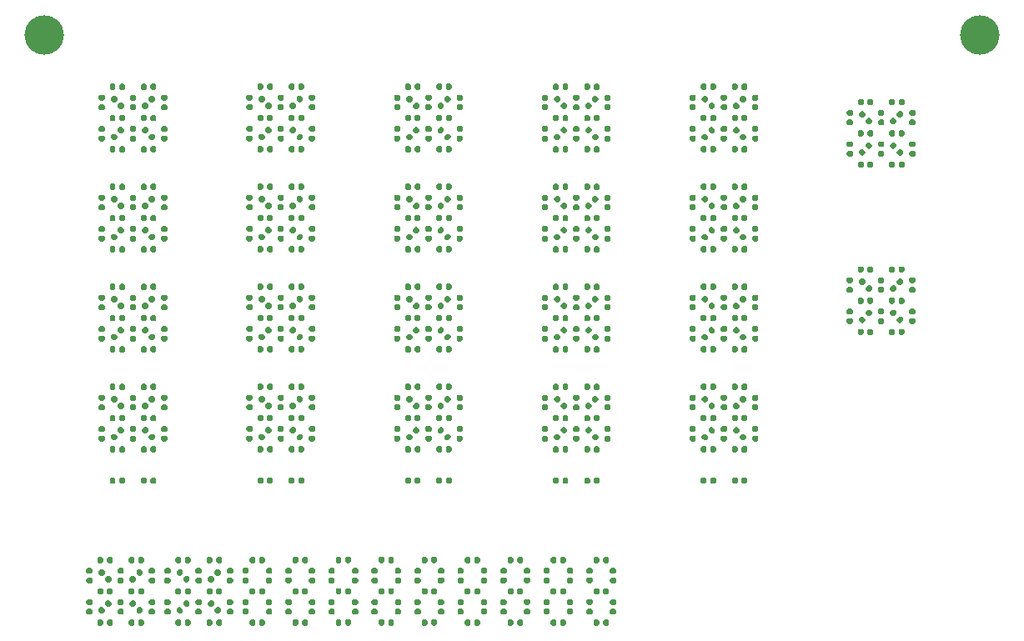
<source format=gbr>
G04 #@! TF.GenerationSoftware,KiCad,Pcbnew,(5.1.9)-1*
G04 #@! TF.CreationDate,2021-02-13T15:05:32-08:00*
G04 #@! TF.ProjectId,ufc_v4_displays_panel,7566635f-7634-45f6-9469-73706c617973,rev?*
G04 #@! TF.SameCoordinates,Original*
G04 #@! TF.FileFunction,Paste,Top*
G04 #@! TF.FilePolarity,Positive*
%FSLAX46Y46*%
G04 Gerber Fmt 4.6, Leading zero omitted, Abs format (unit mm)*
G04 Created by KiCad (PCBNEW (5.1.9)-1) date 2021-02-13 15:05:32*
%MOMM*%
%LPD*%
G01*
G04 APERTURE LIST*
%ADD10C,4.000000*%
G04 APERTURE END LIST*
G36*
G01*
X111434025Y-89714500D02*
X111434025Y-89369500D01*
G75*
G02*
X111581525Y-89222000I147500J0D01*
G01*
X111876525Y-89222000D01*
G75*
G02*
X112024025Y-89369500I0J-147500D01*
G01*
X112024025Y-89714500D01*
G75*
G02*
X111876525Y-89862000I-147500J0D01*
G01*
X111581525Y-89862000D01*
G75*
G02*
X111434025Y-89714500I0J147500D01*
G01*
G37*
G36*
G01*
X112404025Y-89714500D02*
X112404025Y-89369500D01*
G75*
G02*
X112551525Y-89222000I147500J0D01*
G01*
X112846525Y-89222000D01*
G75*
G02*
X112994025Y-89369500I0J-147500D01*
G01*
X112994025Y-89714500D01*
G75*
G02*
X112846525Y-89862000I-147500J0D01*
G01*
X112551525Y-89862000D01*
G75*
G02*
X112404025Y-89714500I0J147500D01*
G01*
G37*
G36*
G01*
X110850900Y-88144500D02*
X111195900Y-88144500D01*
G75*
G02*
X111343400Y-88292000I0J-147500D01*
G01*
X111343400Y-88587000D01*
G75*
G02*
X111195900Y-88734500I-147500J0D01*
G01*
X110850900Y-88734500D01*
G75*
G02*
X110703400Y-88587000I0J147500D01*
G01*
X110703400Y-88292000D01*
G75*
G02*
X110850900Y-88144500I147500J0D01*
G01*
G37*
G36*
G01*
X110850900Y-87174500D02*
X111195900Y-87174500D01*
G75*
G02*
X111343400Y-87322000I0J-147500D01*
G01*
X111343400Y-87617000D01*
G75*
G02*
X111195900Y-87764500I-147500J0D01*
G01*
X110850900Y-87764500D01*
G75*
G02*
X110703400Y-87617000I0J147500D01*
G01*
X110703400Y-87322000D01*
G75*
G02*
X110850900Y-87174500I147500J0D01*
G01*
G37*
G36*
G01*
X110850900Y-90349500D02*
X111195900Y-90349500D01*
G75*
G02*
X111343400Y-90497000I0J-147500D01*
G01*
X111343400Y-90792000D01*
G75*
G02*
X111195900Y-90939500I-147500J0D01*
G01*
X110850900Y-90939500D01*
G75*
G02*
X110703400Y-90792000I0J147500D01*
G01*
X110703400Y-90497000D01*
G75*
G02*
X110850900Y-90349500I147500J0D01*
G01*
G37*
G36*
G01*
X110850900Y-91319500D02*
X111195900Y-91319500D01*
G75*
G02*
X111343400Y-91467000I0J-147500D01*
G01*
X111343400Y-91762000D01*
G75*
G02*
X111195900Y-91909500I-147500J0D01*
G01*
X110850900Y-91909500D01*
G75*
G02*
X110703400Y-91762000I0J147500D01*
G01*
X110703400Y-91467000D01*
G75*
G02*
X110850900Y-91319500I147500J0D01*
G01*
G37*
G36*
G01*
X112404025Y-92889500D02*
X112404025Y-92544500D01*
G75*
G02*
X112551525Y-92397000I147500J0D01*
G01*
X112846525Y-92397000D01*
G75*
G02*
X112994025Y-92544500I0J-147500D01*
G01*
X112994025Y-92889500D01*
G75*
G02*
X112846525Y-93037000I-147500J0D01*
G01*
X112551525Y-93037000D01*
G75*
G02*
X112404025Y-92889500I0J147500D01*
G01*
G37*
G36*
G01*
X111434025Y-92889500D02*
X111434025Y-92544500D01*
G75*
G02*
X111581525Y-92397000I147500J0D01*
G01*
X111876525Y-92397000D01*
G75*
G02*
X112024025Y-92544500I0J-147500D01*
G01*
X112024025Y-92889500D01*
G75*
G02*
X111876525Y-93037000I-147500J0D01*
G01*
X111581525Y-93037000D01*
G75*
G02*
X111434025Y-92889500I0J147500D01*
G01*
G37*
G36*
G01*
X113232150Y-90349500D02*
X113577150Y-90349500D01*
G75*
G02*
X113724650Y-90497000I0J-147500D01*
G01*
X113724650Y-90792000D01*
G75*
G02*
X113577150Y-90939500I-147500J0D01*
G01*
X113232150Y-90939500D01*
G75*
G02*
X113084650Y-90792000I0J147500D01*
G01*
X113084650Y-90497000D01*
G75*
G02*
X113232150Y-90349500I147500J0D01*
G01*
G37*
G36*
G01*
X113232150Y-91319500D02*
X113577150Y-91319500D01*
G75*
G02*
X113724650Y-91467000I0J-147500D01*
G01*
X113724650Y-91762000D01*
G75*
G02*
X113577150Y-91909500I-147500J0D01*
G01*
X113232150Y-91909500D01*
G75*
G02*
X113084650Y-91762000I0J147500D01*
G01*
X113084650Y-91467000D01*
G75*
G02*
X113232150Y-91319500I147500J0D01*
G01*
G37*
G36*
G01*
X113232150Y-88144500D02*
X113577150Y-88144500D01*
G75*
G02*
X113724650Y-88292000I0J-147500D01*
G01*
X113724650Y-88587000D01*
G75*
G02*
X113577150Y-88734500I-147500J0D01*
G01*
X113232150Y-88734500D01*
G75*
G02*
X113084650Y-88587000I0J147500D01*
G01*
X113084650Y-88292000D01*
G75*
G02*
X113232150Y-88144500I147500J0D01*
G01*
G37*
G36*
G01*
X113232150Y-87174500D02*
X113577150Y-87174500D01*
G75*
G02*
X113724650Y-87322000I0J-147500D01*
G01*
X113724650Y-87617000D01*
G75*
G02*
X113577150Y-87764500I-147500J0D01*
G01*
X113232150Y-87764500D01*
G75*
G02*
X113084650Y-87617000I0J147500D01*
G01*
X113084650Y-87322000D01*
G75*
G02*
X113232150Y-87174500I147500J0D01*
G01*
G37*
G36*
G01*
X111434025Y-86539500D02*
X111434025Y-86194500D01*
G75*
G02*
X111581525Y-86047000I147500J0D01*
G01*
X111876525Y-86047000D01*
G75*
G02*
X112024025Y-86194500I0J-147500D01*
G01*
X112024025Y-86539500D01*
G75*
G02*
X111876525Y-86687000I-147500J0D01*
G01*
X111581525Y-86687000D01*
G75*
G02*
X111434025Y-86539500I0J147500D01*
G01*
G37*
G36*
G01*
X112404025Y-86539500D02*
X112404025Y-86194500D01*
G75*
G02*
X112551525Y-86047000I147500J0D01*
G01*
X112846525Y-86047000D01*
G75*
G02*
X112994025Y-86194500I0J-147500D01*
G01*
X112994025Y-86539500D01*
G75*
G02*
X112846525Y-86687000I-147500J0D01*
G01*
X112551525Y-86687000D01*
G75*
G02*
X112404025Y-86539500I0J147500D01*
G01*
G37*
G36*
G01*
X108038400Y-89714500D02*
X108038400Y-89369500D01*
G75*
G02*
X108185900Y-89222000I147500J0D01*
G01*
X108480900Y-89222000D01*
G75*
G02*
X108628400Y-89369500I0J-147500D01*
G01*
X108628400Y-89714500D01*
G75*
G02*
X108480900Y-89862000I-147500J0D01*
G01*
X108185900Y-89862000D01*
G75*
G02*
X108038400Y-89714500I0J147500D01*
G01*
G37*
G36*
G01*
X107068400Y-89714500D02*
X107068400Y-89369500D01*
G75*
G02*
X107215900Y-89222000I147500J0D01*
G01*
X107510900Y-89222000D01*
G75*
G02*
X107658400Y-89369500I0J-147500D01*
G01*
X107658400Y-89714500D01*
G75*
G02*
X107510900Y-89862000I-147500J0D01*
G01*
X107215900Y-89862000D01*
G75*
G02*
X107068400Y-89714500I0J147500D01*
G01*
G37*
G36*
G01*
X106485275Y-87174500D02*
X106830275Y-87174500D01*
G75*
G02*
X106977775Y-87322000I0J-147500D01*
G01*
X106977775Y-87617000D01*
G75*
G02*
X106830275Y-87764500I-147500J0D01*
G01*
X106485275Y-87764500D01*
G75*
G02*
X106337775Y-87617000I0J147500D01*
G01*
X106337775Y-87322000D01*
G75*
G02*
X106485275Y-87174500I147500J0D01*
G01*
G37*
G36*
G01*
X106485275Y-88144500D02*
X106830275Y-88144500D01*
G75*
G02*
X106977775Y-88292000I0J-147500D01*
G01*
X106977775Y-88587000D01*
G75*
G02*
X106830275Y-88734500I-147500J0D01*
G01*
X106485275Y-88734500D01*
G75*
G02*
X106337775Y-88587000I0J147500D01*
G01*
X106337775Y-88292000D01*
G75*
G02*
X106485275Y-88144500I147500J0D01*
G01*
G37*
G36*
G01*
X106485275Y-91319500D02*
X106830275Y-91319500D01*
G75*
G02*
X106977775Y-91467000I0J-147500D01*
G01*
X106977775Y-91762000D01*
G75*
G02*
X106830275Y-91909500I-147500J0D01*
G01*
X106485275Y-91909500D01*
G75*
G02*
X106337775Y-91762000I0J147500D01*
G01*
X106337775Y-91467000D01*
G75*
G02*
X106485275Y-91319500I147500J0D01*
G01*
G37*
G36*
G01*
X106485275Y-90349500D02*
X106830275Y-90349500D01*
G75*
G02*
X106977775Y-90497000I0J-147500D01*
G01*
X106977775Y-90792000D01*
G75*
G02*
X106830275Y-90939500I-147500J0D01*
G01*
X106485275Y-90939500D01*
G75*
G02*
X106337775Y-90792000I0J147500D01*
G01*
X106337775Y-90497000D01*
G75*
G02*
X106485275Y-90349500I147500J0D01*
G01*
G37*
G36*
G01*
X107068400Y-92889500D02*
X107068400Y-92544500D01*
G75*
G02*
X107215900Y-92397000I147500J0D01*
G01*
X107510900Y-92397000D01*
G75*
G02*
X107658400Y-92544500I0J-147500D01*
G01*
X107658400Y-92889500D01*
G75*
G02*
X107510900Y-93037000I-147500J0D01*
G01*
X107215900Y-93037000D01*
G75*
G02*
X107068400Y-92889500I0J147500D01*
G01*
G37*
G36*
G01*
X108038400Y-92889500D02*
X108038400Y-92544500D01*
G75*
G02*
X108185900Y-92397000I147500J0D01*
G01*
X108480900Y-92397000D01*
G75*
G02*
X108628400Y-92544500I0J-147500D01*
G01*
X108628400Y-92889500D01*
G75*
G02*
X108480900Y-93037000I-147500J0D01*
G01*
X108185900Y-93037000D01*
G75*
G02*
X108038400Y-92889500I0J147500D01*
G01*
G37*
G36*
G01*
X108866525Y-91319500D02*
X109211525Y-91319500D01*
G75*
G02*
X109359025Y-91467000I0J-147500D01*
G01*
X109359025Y-91762000D01*
G75*
G02*
X109211525Y-91909500I-147500J0D01*
G01*
X108866525Y-91909500D01*
G75*
G02*
X108719025Y-91762000I0J147500D01*
G01*
X108719025Y-91467000D01*
G75*
G02*
X108866525Y-91319500I147500J0D01*
G01*
G37*
G36*
G01*
X108866525Y-90349500D02*
X109211525Y-90349500D01*
G75*
G02*
X109359025Y-90497000I0J-147500D01*
G01*
X109359025Y-90792000D01*
G75*
G02*
X109211525Y-90939500I-147500J0D01*
G01*
X108866525Y-90939500D01*
G75*
G02*
X108719025Y-90792000I0J147500D01*
G01*
X108719025Y-90497000D01*
G75*
G02*
X108866525Y-90349500I147500J0D01*
G01*
G37*
G36*
G01*
X108866525Y-87174500D02*
X109211525Y-87174500D01*
G75*
G02*
X109359025Y-87322000I0J-147500D01*
G01*
X109359025Y-87617000D01*
G75*
G02*
X109211525Y-87764500I-147500J0D01*
G01*
X108866525Y-87764500D01*
G75*
G02*
X108719025Y-87617000I0J147500D01*
G01*
X108719025Y-87322000D01*
G75*
G02*
X108866525Y-87174500I147500J0D01*
G01*
G37*
G36*
G01*
X108866525Y-88144500D02*
X109211525Y-88144500D01*
G75*
G02*
X109359025Y-88292000I0J-147500D01*
G01*
X109359025Y-88587000D01*
G75*
G02*
X109211525Y-88734500I-147500J0D01*
G01*
X108866525Y-88734500D01*
G75*
G02*
X108719025Y-88587000I0J147500D01*
G01*
X108719025Y-88292000D01*
G75*
G02*
X108866525Y-88144500I147500J0D01*
G01*
G37*
G36*
G01*
X108038400Y-86539500D02*
X108038400Y-86194500D01*
G75*
G02*
X108185900Y-86047000I147500J0D01*
G01*
X108480900Y-86047000D01*
G75*
G02*
X108628400Y-86194500I0J-147500D01*
G01*
X108628400Y-86539500D01*
G75*
G02*
X108480900Y-86687000I-147500J0D01*
G01*
X108185900Y-86687000D01*
G75*
G02*
X108038400Y-86539500I0J147500D01*
G01*
G37*
G36*
G01*
X107068400Y-86539500D02*
X107068400Y-86194500D01*
G75*
G02*
X107215900Y-86047000I147500J0D01*
G01*
X107510900Y-86047000D01*
G75*
G02*
X107658400Y-86194500I0J-147500D01*
G01*
X107658400Y-86539500D01*
G75*
G02*
X107510900Y-86687000I-147500J0D01*
G01*
X107215900Y-86687000D01*
G75*
G02*
X107068400Y-86539500I0J147500D01*
G01*
G37*
G36*
G01*
X102702775Y-89714500D02*
X102702775Y-89369500D01*
G75*
G02*
X102850275Y-89222000I147500J0D01*
G01*
X103145275Y-89222000D01*
G75*
G02*
X103292775Y-89369500I0J-147500D01*
G01*
X103292775Y-89714500D01*
G75*
G02*
X103145275Y-89862000I-147500J0D01*
G01*
X102850275Y-89862000D01*
G75*
G02*
X102702775Y-89714500I0J147500D01*
G01*
G37*
G36*
G01*
X103672775Y-89714500D02*
X103672775Y-89369500D01*
G75*
G02*
X103820275Y-89222000I147500J0D01*
G01*
X104115275Y-89222000D01*
G75*
G02*
X104262775Y-89369500I0J-147500D01*
G01*
X104262775Y-89714500D01*
G75*
G02*
X104115275Y-89862000I-147500J0D01*
G01*
X103820275Y-89862000D01*
G75*
G02*
X103672775Y-89714500I0J147500D01*
G01*
G37*
G36*
G01*
X102119650Y-88144500D02*
X102464650Y-88144500D01*
G75*
G02*
X102612150Y-88292000I0J-147500D01*
G01*
X102612150Y-88587000D01*
G75*
G02*
X102464650Y-88734500I-147500J0D01*
G01*
X102119650Y-88734500D01*
G75*
G02*
X101972150Y-88587000I0J147500D01*
G01*
X101972150Y-88292000D01*
G75*
G02*
X102119650Y-88144500I147500J0D01*
G01*
G37*
G36*
G01*
X102119650Y-87174500D02*
X102464650Y-87174500D01*
G75*
G02*
X102612150Y-87322000I0J-147500D01*
G01*
X102612150Y-87617000D01*
G75*
G02*
X102464650Y-87764500I-147500J0D01*
G01*
X102119650Y-87764500D01*
G75*
G02*
X101972150Y-87617000I0J147500D01*
G01*
X101972150Y-87322000D01*
G75*
G02*
X102119650Y-87174500I147500J0D01*
G01*
G37*
G36*
G01*
X102119650Y-90349500D02*
X102464650Y-90349500D01*
G75*
G02*
X102612150Y-90497000I0J-147500D01*
G01*
X102612150Y-90792000D01*
G75*
G02*
X102464650Y-90939500I-147500J0D01*
G01*
X102119650Y-90939500D01*
G75*
G02*
X101972150Y-90792000I0J147500D01*
G01*
X101972150Y-90497000D01*
G75*
G02*
X102119650Y-90349500I147500J0D01*
G01*
G37*
G36*
G01*
X102119650Y-91319500D02*
X102464650Y-91319500D01*
G75*
G02*
X102612150Y-91467000I0J-147500D01*
G01*
X102612150Y-91762000D01*
G75*
G02*
X102464650Y-91909500I-147500J0D01*
G01*
X102119650Y-91909500D01*
G75*
G02*
X101972150Y-91762000I0J147500D01*
G01*
X101972150Y-91467000D01*
G75*
G02*
X102119650Y-91319500I147500J0D01*
G01*
G37*
G36*
G01*
X103672775Y-92889500D02*
X103672775Y-92544500D01*
G75*
G02*
X103820275Y-92397000I147500J0D01*
G01*
X104115275Y-92397000D01*
G75*
G02*
X104262775Y-92544500I0J-147500D01*
G01*
X104262775Y-92889500D01*
G75*
G02*
X104115275Y-93037000I-147500J0D01*
G01*
X103820275Y-93037000D01*
G75*
G02*
X103672775Y-92889500I0J147500D01*
G01*
G37*
G36*
G01*
X102702775Y-92889500D02*
X102702775Y-92544500D01*
G75*
G02*
X102850275Y-92397000I147500J0D01*
G01*
X103145275Y-92397000D01*
G75*
G02*
X103292775Y-92544500I0J-147500D01*
G01*
X103292775Y-92889500D01*
G75*
G02*
X103145275Y-93037000I-147500J0D01*
G01*
X102850275Y-93037000D01*
G75*
G02*
X102702775Y-92889500I0J147500D01*
G01*
G37*
G36*
G01*
X104500900Y-90349500D02*
X104845900Y-90349500D01*
G75*
G02*
X104993400Y-90497000I0J-147500D01*
G01*
X104993400Y-90792000D01*
G75*
G02*
X104845900Y-90939500I-147500J0D01*
G01*
X104500900Y-90939500D01*
G75*
G02*
X104353400Y-90792000I0J147500D01*
G01*
X104353400Y-90497000D01*
G75*
G02*
X104500900Y-90349500I147500J0D01*
G01*
G37*
G36*
G01*
X104500900Y-91319500D02*
X104845900Y-91319500D01*
G75*
G02*
X104993400Y-91467000I0J-147500D01*
G01*
X104993400Y-91762000D01*
G75*
G02*
X104845900Y-91909500I-147500J0D01*
G01*
X104500900Y-91909500D01*
G75*
G02*
X104353400Y-91762000I0J147500D01*
G01*
X104353400Y-91467000D01*
G75*
G02*
X104500900Y-91319500I147500J0D01*
G01*
G37*
G36*
G01*
X104500900Y-88144500D02*
X104845900Y-88144500D01*
G75*
G02*
X104993400Y-88292000I0J-147500D01*
G01*
X104993400Y-88587000D01*
G75*
G02*
X104845900Y-88734500I-147500J0D01*
G01*
X104500900Y-88734500D01*
G75*
G02*
X104353400Y-88587000I0J147500D01*
G01*
X104353400Y-88292000D01*
G75*
G02*
X104500900Y-88144500I147500J0D01*
G01*
G37*
G36*
G01*
X104500900Y-87174500D02*
X104845900Y-87174500D01*
G75*
G02*
X104993400Y-87322000I0J-147500D01*
G01*
X104993400Y-87617000D01*
G75*
G02*
X104845900Y-87764500I-147500J0D01*
G01*
X104500900Y-87764500D01*
G75*
G02*
X104353400Y-87617000I0J147500D01*
G01*
X104353400Y-87322000D01*
G75*
G02*
X104500900Y-87174500I147500J0D01*
G01*
G37*
G36*
G01*
X102702775Y-86539500D02*
X102702775Y-86194500D01*
G75*
G02*
X102850275Y-86047000I147500J0D01*
G01*
X103145275Y-86047000D01*
G75*
G02*
X103292775Y-86194500I0J-147500D01*
G01*
X103292775Y-86539500D01*
G75*
G02*
X103145275Y-86687000I-147500J0D01*
G01*
X102850275Y-86687000D01*
G75*
G02*
X102702775Y-86539500I0J147500D01*
G01*
G37*
G36*
G01*
X103672775Y-86539500D02*
X103672775Y-86194500D01*
G75*
G02*
X103820275Y-86047000I147500J0D01*
G01*
X104115275Y-86047000D01*
G75*
G02*
X104262775Y-86194500I0J-147500D01*
G01*
X104262775Y-86539500D01*
G75*
G02*
X104115275Y-86687000I-147500J0D01*
G01*
X103820275Y-86687000D01*
G75*
G02*
X103672775Y-86539500I0J147500D01*
G01*
G37*
G36*
G01*
X99307150Y-89714500D02*
X99307150Y-89369500D01*
G75*
G02*
X99454650Y-89222000I147500J0D01*
G01*
X99749650Y-89222000D01*
G75*
G02*
X99897150Y-89369500I0J-147500D01*
G01*
X99897150Y-89714500D01*
G75*
G02*
X99749650Y-89862000I-147500J0D01*
G01*
X99454650Y-89862000D01*
G75*
G02*
X99307150Y-89714500I0J147500D01*
G01*
G37*
G36*
G01*
X98337150Y-89714500D02*
X98337150Y-89369500D01*
G75*
G02*
X98484650Y-89222000I147500J0D01*
G01*
X98779650Y-89222000D01*
G75*
G02*
X98927150Y-89369500I0J-147500D01*
G01*
X98927150Y-89714500D01*
G75*
G02*
X98779650Y-89862000I-147500J0D01*
G01*
X98484650Y-89862000D01*
G75*
G02*
X98337150Y-89714500I0J147500D01*
G01*
G37*
G36*
G01*
X97754025Y-87174500D02*
X98099025Y-87174500D01*
G75*
G02*
X98246525Y-87322000I0J-147500D01*
G01*
X98246525Y-87617000D01*
G75*
G02*
X98099025Y-87764500I-147500J0D01*
G01*
X97754025Y-87764500D01*
G75*
G02*
X97606525Y-87617000I0J147500D01*
G01*
X97606525Y-87322000D01*
G75*
G02*
X97754025Y-87174500I147500J0D01*
G01*
G37*
G36*
G01*
X97754025Y-88144500D02*
X98099025Y-88144500D01*
G75*
G02*
X98246525Y-88292000I0J-147500D01*
G01*
X98246525Y-88587000D01*
G75*
G02*
X98099025Y-88734500I-147500J0D01*
G01*
X97754025Y-88734500D01*
G75*
G02*
X97606525Y-88587000I0J147500D01*
G01*
X97606525Y-88292000D01*
G75*
G02*
X97754025Y-88144500I147500J0D01*
G01*
G37*
G36*
G01*
X98099025Y-91909500D02*
X97754025Y-91909500D01*
G75*
G02*
X97606525Y-91762000I0J147500D01*
G01*
X97606525Y-91467000D01*
G75*
G02*
X97754025Y-91319500I147500J0D01*
G01*
X98099025Y-91319500D01*
G75*
G02*
X98246525Y-91467000I0J-147500D01*
G01*
X98246525Y-91762000D01*
G75*
G02*
X98099025Y-91909500I-147500J0D01*
G01*
G37*
G36*
G01*
X98099025Y-90939500D02*
X97754025Y-90939500D01*
G75*
G02*
X97606525Y-90792000I0J147500D01*
G01*
X97606525Y-90497000D01*
G75*
G02*
X97754025Y-90349500I147500J0D01*
G01*
X98099025Y-90349500D01*
G75*
G02*
X98246525Y-90497000I0J-147500D01*
G01*
X98246525Y-90792000D01*
G75*
G02*
X98099025Y-90939500I-147500J0D01*
G01*
G37*
G36*
G01*
X99307150Y-92889500D02*
X99307150Y-92544500D01*
G75*
G02*
X99454650Y-92397000I147500J0D01*
G01*
X99749650Y-92397000D01*
G75*
G02*
X99897150Y-92544500I0J-147500D01*
G01*
X99897150Y-92889500D01*
G75*
G02*
X99749650Y-93037000I-147500J0D01*
G01*
X99454650Y-93037000D01*
G75*
G02*
X99307150Y-92889500I0J147500D01*
G01*
G37*
G36*
G01*
X98337150Y-92889500D02*
X98337150Y-92544500D01*
G75*
G02*
X98484650Y-92397000I147500J0D01*
G01*
X98779650Y-92397000D01*
G75*
G02*
X98927150Y-92544500I0J-147500D01*
G01*
X98927150Y-92889500D01*
G75*
G02*
X98779650Y-93037000I-147500J0D01*
G01*
X98484650Y-93037000D01*
G75*
G02*
X98337150Y-92889500I0J147500D01*
G01*
G37*
G36*
G01*
X100135275Y-90349500D02*
X100480275Y-90349500D01*
G75*
G02*
X100627775Y-90497000I0J-147500D01*
G01*
X100627775Y-90792000D01*
G75*
G02*
X100480275Y-90939500I-147500J0D01*
G01*
X100135275Y-90939500D01*
G75*
G02*
X99987775Y-90792000I0J147500D01*
G01*
X99987775Y-90497000D01*
G75*
G02*
X100135275Y-90349500I147500J0D01*
G01*
G37*
G36*
G01*
X100135275Y-91319500D02*
X100480275Y-91319500D01*
G75*
G02*
X100627775Y-91467000I0J-147500D01*
G01*
X100627775Y-91762000D01*
G75*
G02*
X100480275Y-91909500I-147500J0D01*
G01*
X100135275Y-91909500D01*
G75*
G02*
X99987775Y-91762000I0J147500D01*
G01*
X99987775Y-91467000D01*
G75*
G02*
X100135275Y-91319500I147500J0D01*
G01*
G37*
G36*
G01*
X100135275Y-88144500D02*
X100480275Y-88144500D01*
G75*
G02*
X100627775Y-88292000I0J-147500D01*
G01*
X100627775Y-88587000D01*
G75*
G02*
X100480275Y-88734500I-147500J0D01*
G01*
X100135275Y-88734500D01*
G75*
G02*
X99987775Y-88587000I0J147500D01*
G01*
X99987775Y-88292000D01*
G75*
G02*
X100135275Y-88144500I147500J0D01*
G01*
G37*
G36*
G01*
X100135275Y-87174500D02*
X100480275Y-87174500D01*
G75*
G02*
X100627775Y-87322000I0J-147500D01*
G01*
X100627775Y-87617000D01*
G75*
G02*
X100480275Y-87764500I-147500J0D01*
G01*
X100135275Y-87764500D01*
G75*
G02*
X99987775Y-87617000I0J147500D01*
G01*
X99987775Y-87322000D01*
G75*
G02*
X100135275Y-87174500I147500J0D01*
G01*
G37*
G36*
G01*
X98337150Y-86539500D02*
X98337150Y-86194500D01*
G75*
G02*
X98484650Y-86047000I147500J0D01*
G01*
X98779650Y-86047000D01*
G75*
G02*
X98927150Y-86194500I0J-147500D01*
G01*
X98927150Y-86539500D01*
G75*
G02*
X98779650Y-86687000I-147500J0D01*
G01*
X98484650Y-86687000D01*
G75*
G02*
X98337150Y-86539500I0J147500D01*
G01*
G37*
G36*
G01*
X99307150Y-86539500D02*
X99307150Y-86194500D01*
G75*
G02*
X99454650Y-86047000I147500J0D01*
G01*
X99749650Y-86047000D01*
G75*
G02*
X99897150Y-86194500I0J-147500D01*
G01*
X99897150Y-86539500D01*
G75*
G02*
X99749650Y-86687000I-147500J0D01*
G01*
X99454650Y-86687000D01*
G75*
G02*
X99307150Y-86539500I0J147500D01*
G01*
G37*
G36*
G01*
X94941525Y-89714500D02*
X94941525Y-89369500D01*
G75*
G02*
X95089025Y-89222000I147500J0D01*
G01*
X95384025Y-89222000D01*
G75*
G02*
X95531525Y-89369500I0J-147500D01*
G01*
X95531525Y-89714500D01*
G75*
G02*
X95384025Y-89862000I-147500J0D01*
G01*
X95089025Y-89862000D01*
G75*
G02*
X94941525Y-89714500I0J147500D01*
G01*
G37*
G36*
G01*
X93971525Y-89714500D02*
X93971525Y-89369500D01*
G75*
G02*
X94119025Y-89222000I147500J0D01*
G01*
X94414025Y-89222000D01*
G75*
G02*
X94561525Y-89369500I0J-147500D01*
G01*
X94561525Y-89714500D01*
G75*
G02*
X94414025Y-89862000I-147500J0D01*
G01*
X94119025Y-89862000D01*
G75*
G02*
X93971525Y-89714500I0J147500D01*
G01*
G37*
G36*
G01*
X93388400Y-87174500D02*
X93733400Y-87174500D01*
G75*
G02*
X93880900Y-87322000I0J-147500D01*
G01*
X93880900Y-87617000D01*
G75*
G02*
X93733400Y-87764500I-147500J0D01*
G01*
X93388400Y-87764500D01*
G75*
G02*
X93240900Y-87617000I0J147500D01*
G01*
X93240900Y-87322000D01*
G75*
G02*
X93388400Y-87174500I147500J0D01*
G01*
G37*
G36*
G01*
X93388400Y-88144500D02*
X93733400Y-88144500D01*
G75*
G02*
X93880900Y-88292000I0J-147500D01*
G01*
X93880900Y-88587000D01*
G75*
G02*
X93733400Y-88734500I-147500J0D01*
G01*
X93388400Y-88734500D01*
G75*
G02*
X93240900Y-88587000I0J147500D01*
G01*
X93240900Y-88292000D01*
G75*
G02*
X93388400Y-88144500I147500J0D01*
G01*
G37*
G36*
G01*
X93388400Y-91319500D02*
X93733400Y-91319500D01*
G75*
G02*
X93880900Y-91467000I0J-147500D01*
G01*
X93880900Y-91762000D01*
G75*
G02*
X93733400Y-91909500I-147500J0D01*
G01*
X93388400Y-91909500D01*
G75*
G02*
X93240900Y-91762000I0J147500D01*
G01*
X93240900Y-91467000D01*
G75*
G02*
X93388400Y-91319500I147500J0D01*
G01*
G37*
G36*
G01*
X93388400Y-90349500D02*
X93733400Y-90349500D01*
G75*
G02*
X93880900Y-90497000I0J-147500D01*
G01*
X93880900Y-90792000D01*
G75*
G02*
X93733400Y-90939500I-147500J0D01*
G01*
X93388400Y-90939500D01*
G75*
G02*
X93240900Y-90792000I0J147500D01*
G01*
X93240900Y-90497000D01*
G75*
G02*
X93388400Y-90349500I147500J0D01*
G01*
G37*
G36*
G01*
X93971525Y-92889500D02*
X93971525Y-92544500D01*
G75*
G02*
X94119025Y-92397000I147500J0D01*
G01*
X94414025Y-92397000D01*
G75*
G02*
X94561525Y-92544500I0J-147500D01*
G01*
X94561525Y-92889500D01*
G75*
G02*
X94414025Y-93037000I-147500J0D01*
G01*
X94119025Y-93037000D01*
G75*
G02*
X93971525Y-92889500I0J147500D01*
G01*
G37*
G36*
G01*
X94941525Y-92889500D02*
X94941525Y-92544500D01*
G75*
G02*
X95089025Y-92397000I147500J0D01*
G01*
X95384025Y-92397000D01*
G75*
G02*
X95531525Y-92544500I0J-147500D01*
G01*
X95531525Y-92889500D01*
G75*
G02*
X95384025Y-93037000I-147500J0D01*
G01*
X95089025Y-93037000D01*
G75*
G02*
X94941525Y-92889500I0J147500D01*
G01*
G37*
G36*
G01*
X95769650Y-91319500D02*
X96114650Y-91319500D01*
G75*
G02*
X96262150Y-91467000I0J-147500D01*
G01*
X96262150Y-91762000D01*
G75*
G02*
X96114650Y-91909500I-147500J0D01*
G01*
X95769650Y-91909500D01*
G75*
G02*
X95622150Y-91762000I0J147500D01*
G01*
X95622150Y-91467000D01*
G75*
G02*
X95769650Y-91319500I147500J0D01*
G01*
G37*
G36*
G01*
X95769650Y-90349500D02*
X96114650Y-90349500D01*
G75*
G02*
X96262150Y-90497000I0J-147500D01*
G01*
X96262150Y-90792000D01*
G75*
G02*
X96114650Y-90939500I-147500J0D01*
G01*
X95769650Y-90939500D01*
G75*
G02*
X95622150Y-90792000I0J147500D01*
G01*
X95622150Y-90497000D01*
G75*
G02*
X95769650Y-90349500I147500J0D01*
G01*
G37*
G36*
G01*
X95769650Y-87174500D02*
X96114650Y-87174500D01*
G75*
G02*
X96262150Y-87322000I0J-147500D01*
G01*
X96262150Y-87617000D01*
G75*
G02*
X96114650Y-87764500I-147500J0D01*
G01*
X95769650Y-87764500D01*
G75*
G02*
X95622150Y-87617000I0J147500D01*
G01*
X95622150Y-87322000D01*
G75*
G02*
X95769650Y-87174500I147500J0D01*
G01*
G37*
G36*
G01*
X95769650Y-88144500D02*
X96114650Y-88144500D01*
G75*
G02*
X96262150Y-88292000I0J-147500D01*
G01*
X96262150Y-88587000D01*
G75*
G02*
X96114650Y-88734500I-147500J0D01*
G01*
X95769650Y-88734500D01*
G75*
G02*
X95622150Y-88587000I0J147500D01*
G01*
X95622150Y-88292000D01*
G75*
G02*
X95769650Y-88144500I147500J0D01*
G01*
G37*
G36*
G01*
X94941525Y-86539500D02*
X94941525Y-86194500D01*
G75*
G02*
X95089025Y-86047000I147500J0D01*
G01*
X95384025Y-86047000D01*
G75*
G02*
X95531525Y-86194500I0J-147500D01*
G01*
X95531525Y-86539500D01*
G75*
G02*
X95384025Y-86687000I-147500J0D01*
G01*
X95089025Y-86687000D01*
G75*
G02*
X94941525Y-86539500I0J147500D01*
G01*
G37*
G36*
G01*
X93971525Y-86539500D02*
X93971525Y-86194500D01*
G75*
G02*
X94119025Y-86047000I147500J0D01*
G01*
X94414025Y-86047000D01*
G75*
G02*
X94561525Y-86194500I0J-147500D01*
G01*
X94561525Y-86539500D01*
G75*
G02*
X94414025Y-86687000I-147500J0D01*
G01*
X94119025Y-86687000D01*
G75*
G02*
X93971525Y-86539500I0J147500D01*
G01*
G37*
G36*
G01*
X89605900Y-89714500D02*
X89605900Y-89369500D01*
G75*
G02*
X89753400Y-89222000I147500J0D01*
G01*
X90048400Y-89222000D01*
G75*
G02*
X90195900Y-89369500I0J-147500D01*
G01*
X90195900Y-89714500D01*
G75*
G02*
X90048400Y-89862000I-147500J0D01*
G01*
X89753400Y-89862000D01*
G75*
G02*
X89605900Y-89714500I0J147500D01*
G01*
G37*
G36*
G01*
X90575900Y-89714500D02*
X90575900Y-89369500D01*
G75*
G02*
X90723400Y-89222000I147500J0D01*
G01*
X91018400Y-89222000D01*
G75*
G02*
X91165900Y-89369500I0J-147500D01*
G01*
X91165900Y-89714500D01*
G75*
G02*
X91018400Y-89862000I-147500J0D01*
G01*
X90723400Y-89862000D01*
G75*
G02*
X90575900Y-89714500I0J147500D01*
G01*
G37*
G36*
G01*
X89022775Y-88144500D02*
X89367775Y-88144500D01*
G75*
G02*
X89515275Y-88292000I0J-147500D01*
G01*
X89515275Y-88587000D01*
G75*
G02*
X89367775Y-88734500I-147500J0D01*
G01*
X89022775Y-88734500D01*
G75*
G02*
X88875275Y-88587000I0J147500D01*
G01*
X88875275Y-88292000D01*
G75*
G02*
X89022775Y-88144500I147500J0D01*
G01*
G37*
G36*
G01*
X89022775Y-87174500D02*
X89367775Y-87174500D01*
G75*
G02*
X89515275Y-87322000I0J-147500D01*
G01*
X89515275Y-87617000D01*
G75*
G02*
X89367775Y-87764500I-147500J0D01*
G01*
X89022775Y-87764500D01*
G75*
G02*
X88875275Y-87617000I0J147500D01*
G01*
X88875275Y-87322000D01*
G75*
G02*
X89022775Y-87174500I147500J0D01*
G01*
G37*
G36*
G01*
X89022775Y-90349500D02*
X89367775Y-90349500D01*
G75*
G02*
X89515275Y-90497000I0J-147500D01*
G01*
X89515275Y-90792000D01*
G75*
G02*
X89367775Y-90939500I-147500J0D01*
G01*
X89022775Y-90939500D01*
G75*
G02*
X88875275Y-90792000I0J147500D01*
G01*
X88875275Y-90497000D01*
G75*
G02*
X89022775Y-90349500I147500J0D01*
G01*
G37*
G36*
G01*
X89022775Y-91319500D02*
X89367775Y-91319500D01*
G75*
G02*
X89515275Y-91467000I0J-147500D01*
G01*
X89515275Y-91762000D01*
G75*
G02*
X89367775Y-91909500I-147500J0D01*
G01*
X89022775Y-91909500D01*
G75*
G02*
X88875275Y-91762000I0J147500D01*
G01*
X88875275Y-91467000D01*
G75*
G02*
X89022775Y-91319500I147500J0D01*
G01*
G37*
G36*
G01*
X90575900Y-92889500D02*
X90575900Y-92544500D01*
G75*
G02*
X90723400Y-92397000I147500J0D01*
G01*
X91018400Y-92397000D01*
G75*
G02*
X91165900Y-92544500I0J-147500D01*
G01*
X91165900Y-92889500D01*
G75*
G02*
X91018400Y-93037000I-147500J0D01*
G01*
X90723400Y-93037000D01*
G75*
G02*
X90575900Y-92889500I0J147500D01*
G01*
G37*
G36*
G01*
X89605900Y-92889500D02*
X89605900Y-92544500D01*
G75*
G02*
X89753400Y-92397000I147500J0D01*
G01*
X90048400Y-92397000D01*
G75*
G02*
X90195900Y-92544500I0J-147500D01*
G01*
X90195900Y-92889500D01*
G75*
G02*
X90048400Y-93037000I-147500J0D01*
G01*
X89753400Y-93037000D01*
G75*
G02*
X89605900Y-92889500I0J147500D01*
G01*
G37*
G36*
G01*
X91404025Y-90349500D02*
X91749025Y-90349500D01*
G75*
G02*
X91896525Y-90497000I0J-147500D01*
G01*
X91896525Y-90792000D01*
G75*
G02*
X91749025Y-90939500I-147500J0D01*
G01*
X91404025Y-90939500D01*
G75*
G02*
X91256525Y-90792000I0J147500D01*
G01*
X91256525Y-90497000D01*
G75*
G02*
X91404025Y-90349500I147500J0D01*
G01*
G37*
G36*
G01*
X91404025Y-91319500D02*
X91749025Y-91319500D01*
G75*
G02*
X91896525Y-91467000I0J-147500D01*
G01*
X91896525Y-91762000D01*
G75*
G02*
X91749025Y-91909500I-147500J0D01*
G01*
X91404025Y-91909500D01*
G75*
G02*
X91256525Y-91762000I0J147500D01*
G01*
X91256525Y-91467000D01*
G75*
G02*
X91404025Y-91319500I147500J0D01*
G01*
G37*
G36*
G01*
X91404025Y-88144500D02*
X91749025Y-88144500D01*
G75*
G02*
X91896525Y-88292000I0J-147500D01*
G01*
X91896525Y-88587000D01*
G75*
G02*
X91749025Y-88734500I-147500J0D01*
G01*
X91404025Y-88734500D01*
G75*
G02*
X91256525Y-88587000I0J147500D01*
G01*
X91256525Y-88292000D01*
G75*
G02*
X91404025Y-88144500I147500J0D01*
G01*
G37*
G36*
G01*
X91404025Y-87174500D02*
X91749025Y-87174500D01*
G75*
G02*
X91896525Y-87322000I0J-147500D01*
G01*
X91896525Y-87617000D01*
G75*
G02*
X91749025Y-87764500I-147500J0D01*
G01*
X91404025Y-87764500D01*
G75*
G02*
X91256525Y-87617000I0J147500D01*
G01*
X91256525Y-87322000D01*
G75*
G02*
X91404025Y-87174500I147500J0D01*
G01*
G37*
G36*
G01*
X89605900Y-86539500D02*
X89605900Y-86194500D01*
G75*
G02*
X89753400Y-86047000I147500J0D01*
G01*
X90048400Y-86047000D01*
G75*
G02*
X90195900Y-86194500I0J-147500D01*
G01*
X90195900Y-86539500D01*
G75*
G02*
X90048400Y-86687000I-147500J0D01*
G01*
X89753400Y-86687000D01*
G75*
G02*
X89605900Y-86539500I0J147500D01*
G01*
G37*
G36*
G01*
X90575900Y-86539500D02*
X90575900Y-86194500D01*
G75*
G02*
X90723400Y-86047000I147500J0D01*
G01*
X91018400Y-86047000D01*
G75*
G02*
X91165900Y-86194500I0J-147500D01*
G01*
X91165900Y-86539500D01*
G75*
G02*
X91018400Y-86687000I-147500J0D01*
G01*
X90723400Y-86687000D01*
G75*
G02*
X90575900Y-86539500I0J147500D01*
G01*
G37*
G36*
G01*
X86210275Y-89714500D02*
X86210275Y-89369500D01*
G75*
G02*
X86357775Y-89222000I147500J0D01*
G01*
X86652775Y-89222000D01*
G75*
G02*
X86800275Y-89369500I0J-147500D01*
G01*
X86800275Y-89714500D01*
G75*
G02*
X86652775Y-89862000I-147500J0D01*
G01*
X86357775Y-89862000D01*
G75*
G02*
X86210275Y-89714500I0J147500D01*
G01*
G37*
G36*
G01*
X85240275Y-89714500D02*
X85240275Y-89369500D01*
G75*
G02*
X85387775Y-89222000I147500J0D01*
G01*
X85682775Y-89222000D01*
G75*
G02*
X85830275Y-89369500I0J-147500D01*
G01*
X85830275Y-89714500D01*
G75*
G02*
X85682775Y-89862000I-147500J0D01*
G01*
X85387775Y-89862000D01*
G75*
G02*
X85240275Y-89714500I0J147500D01*
G01*
G37*
G36*
G01*
X84657150Y-87174500D02*
X85002150Y-87174500D01*
G75*
G02*
X85149650Y-87322000I0J-147500D01*
G01*
X85149650Y-87617000D01*
G75*
G02*
X85002150Y-87764500I-147500J0D01*
G01*
X84657150Y-87764500D01*
G75*
G02*
X84509650Y-87617000I0J147500D01*
G01*
X84509650Y-87322000D01*
G75*
G02*
X84657150Y-87174500I147500J0D01*
G01*
G37*
G36*
G01*
X84657150Y-88144500D02*
X85002150Y-88144500D01*
G75*
G02*
X85149650Y-88292000I0J-147500D01*
G01*
X85149650Y-88587000D01*
G75*
G02*
X85002150Y-88734500I-147500J0D01*
G01*
X84657150Y-88734500D01*
G75*
G02*
X84509650Y-88587000I0J147500D01*
G01*
X84509650Y-88292000D01*
G75*
G02*
X84657150Y-88144500I147500J0D01*
G01*
G37*
G36*
G01*
X84657150Y-91319500D02*
X85002150Y-91319500D01*
G75*
G02*
X85149650Y-91467000I0J-147500D01*
G01*
X85149650Y-91762000D01*
G75*
G02*
X85002150Y-91909500I-147500J0D01*
G01*
X84657150Y-91909500D01*
G75*
G02*
X84509650Y-91762000I0J147500D01*
G01*
X84509650Y-91467000D01*
G75*
G02*
X84657150Y-91319500I147500J0D01*
G01*
G37*
G36*
G01*
X84657150Y-90349500D02*
X85002150Y-90349500D01*
G75*
G02*
X85149650Y-90497000I0J-147500D01*
G01*
X85149650Y-90792000D01*
G75*
G02*
X85002150Y-90939500I-147500J0D01*
G01*
X84657150Y-90939500D01*
G75*
G02*
X84509650Y-90792000I0J147500D01*
G01*
X84509650Y-90497000D01*
G75*
G02*
X84657150Y-90349500I147500J0D01*
G01*
G37*
G36*
G01*
X85240275Y-92889500D02*
X85240275Y-92544500D01*
G75*
G02*
X85387775Y-92397000I147500J0D01*
G01*
X85682775Y-92397000D01*
G75*
G02*
X85830275Y-92544500I0J-147500D01*
G01*
X85830275Y-92889500D01*
G75*
G02*
X85682775Y-93037000I-147500J0D01*
G01*
X85387775Y-93037000D01*
G75*
G02*
X85240275Y-92889500I0J147500D01*
G01*
G37*
G36*
G01*
X86210275Y-92889500D02*
X86210275Y-92544500D01*
G75*
G02*
X86357775Y-92397000I147500J0D01*
G01*
X86652775Y-92397000D01*
G75*
G02*
X86800275Y-92544500I0J-147500D01*
G01*
X86800275Y-92889500D01*
G75*
G02*
X86652775Y-93037000I-147500J0D01*
G01*
X86357775Y-93037000D01*
G75*
G02*
X86210275Y-92889500I0J147500D01*
G01*
G37*
G36*
G01*
X87038400Y-91319500D02*
X87383400Y-91319500D01*
G75*
G02*
X87530900Y-91467000I0J-147500D01*
G01*
X87530900Y-91762000D01*
G75*
G02*
X87383400Y-91909500I-147500J0D01*
G01*
X87038400Y-91909500D01*
G75*
G02*
X86890900Y-91762000I0J147500D01*
G01*
X86890900Y-91467000D01*
G75*
G02*
X87038400Y-91319500I147500J0D01*
G01*
G37*
G36*
G01*
X87038400Y-90349500D02*
X87383400Y-90349500D01*
G75*
G02*
X87530900Y-90497000I0J-147500D01*
G01*
X87530900Y-90792000D01*
G75*
G02*
X87383400Y-90939500I-147500J0D01*
G01*
X87038400Y-90939500D01*
G75*
G02*
X86890900Y-90792000I0J147500D01*
G01*
X86890900Y-90497000D01*
G75*
G02*
X87038400Y-90349500I147500J0D01*
G01*
G37*
G36*
G01*
X87038400Y-87174500D02*
X87383400Y-87174500D01*
G75*
G02*
X87530900Y-87322000I0J-147500D01*
G01*
X87530900Y-87617000D01*
G75*
G02*
X87383400Y-87764500I-147500J0D01*
G01*
X87038400Y-87764500D01*
G75*
G02*
X86890900Y-87617000I0J147500D01*
G01*
X86890900Y-87322000D01*
G75*
G02*
X87038400Y-87174500I147500J0D01*
G01*
G37*
G36*
G01*
X87038400Y-88144500D02*
X87383400Y-88144500D01*
G75*
G02*
X87530900Y-88292000I0J-147500D01*
G01*
X87530900Y-88587000D01*
G75*
G02*
X87383400Y-88734500I-147500J0D01*
G01*
X87038400Y-88734500D01*
G75*
G02*
X86890900Y-88587000I0J147500D01*
G01*
X86890900Y-88292000D01*
G75*
G02*
X87038400Y-88144500I147500J0D01*
G01*
G37*
G36*
G01*
X86210275Y-86539500D02*
X86210275Y-86194500D01*
G75*
G02*
X86357775Y-86047000I147500J0D01*
G01*
X86652775Y-86047000D01*
G75*
G02*
X86800275Y-86194500I0J-147500D01*
G01*
X86800275Y-86539500D01*
G75*
G02*
X86652775Y-86687000I-147500J0D01*
G01*
X86357775Y-86687000D01*
G75*
G02*
X86210275Y-86539500I0J147500D01*
G01*
G37*
G36*
G01*
X85240275Y-86539500D02*
X85240275Y-86194500D01*
G75*
G02*
X85387775Y-86047000I147500J0D01*
G01*
X85682775Y-86047000D01*
G75*
G02*
X85830275Y-86194500I0J-147500D01*
G01*
X85830275Y-86539500D01*
G75*
G02*
X85682775Y-86687000I-147500J0D01*
G01*
X85387775Y-86687000D01*
G75*
G02*
X85240275Y-86539500I0J147500D01*
G01*
G37*
G36*
G01*
X82434650Y-89369500D02*
X82434650Y-89714500D01*
G75*
G02*
X82287150Y-89862000I-147500J0D01*
G01*
X81992150Y-89862000D01*
G75*
G02*
X81844650Y-89714500I0J147500D01*
G01*
X81844650Y-89369500D01*
G75*
G02*
X81992150Y-89222000I147500J0D01*
G01*
X82287150Y-89222000D01*
G75*
G02*
X82434650Y-89369500I0J-147500D01*
G01*
G37*
G36*
G01*
X81464650Y-89369500D02*
X81464650Y-89714500D01*
G75*
G02*
X81317150Y-89862000I-147500J0D01*
G01*
X81022150Y-89862000D01*
G75*
G02*
X80874650Y-89714500I0J147500D01*
G01*
X80874650Y-89369500D01*
G75*
G02*
X81022150Y-89222000I147500J0D01*
G01*
X81317150Y-89222000D01*
G75*
G02*
X81464650Y-89369500I0J-147500D01*
G01*
G37*
G36*
G01*
X80291525Y-88144500D02*
X80636525Y-88144500D01*
G75*
G02*
X80784025Y-88292000I0J-147500D01*
G01*
X80784025Y-88587000D01*
G75*
G02*
X80636525Y-88734500I-147500J0D01*
G01*
X80291525Y-88734500D01*
G75*
G02*
X80144025Y-88587000I0J147500D01*
G01*
X80144025Y-88292000D01*
G75*
G02*
X80291525Y-88144500I147500J0D01*
G01*
G37*
G36*
G01*
X80291525Y-87174500D02*
X80636525Y-87174500D01*
G75*
G02*
X80784025Y-87322000I0J-147500D01*
G01*
X80784025Y-87617000D01*
G75*
G02*
X80636525Y-87764500I-147500J0D01*
G01*
X80291525Y-87764500D01*
G75*
G02*
X80144025Y-87617000I0J147500D01*
G01*
X80144025Y-87322000D01*
G75*
G02*
X80291525Y-87174500I147500J0D01*
G01*
G37*
G36*
G01*
X80291525Y-90349500D02*
X80636525Y-90349500D01*
G75*
G02*
X80784025Y-90497000I0J-147500D01*
G01*
X80784025Y-90792000D01*
G75*
G02*
X80636525Y-90939500I-147500J0D01*
G01*
X80291525Y-90939500D01*
G75*
G02*
X80144025Y-90792000I0J147500D01*
G01*
X80144025Y-90497000D01*
G75*
G02*
X80291525Y-90349500I147500J0D01*
G01*
G37*
G36*
G01*
X80291525Y-91319500D02*
X80636525Y-91319500D01*
G75*
G02*
X80784025Y-91467000I0J-147500D01*
G01*
X80784025Y-91762000D01*
G75*
G02*
X80636525Y-91909500I-147500J0D01*
G01*
X80291525Y-91909500D01*
G75*
G02*
X80144025Y-91762000I0J147500D01*
G01*
X80144025Y-91467000D01*
G75*
G02*
X80291525Y-91319500I147500J0D01*
G01*
G37*
G36*
G01*
X81844650Y-92889500D02*
X81844650Y-92544500D01*
G75*
G02*
X81992150Y-92397000I147500J0D01*
G01*
X82287150Y-92397000D01*
G75*
G02*
X82434650Y-92544500I0J-147500D01*
G01*
X82434650Y-92889500D01*
G75*
G02*
X82287150Y-93037000I-147500J0D01*
G01*
X81992150Y-93037000D01*
G75*
G02*
X81844650Y-92889500I0J147500D01*
G01*
G37*
G36*
G01*
X80874650Y-92889500D02*
X80874650Y-92544500D01*
G75*
G02*
X81022150Y-92397000I147500J0D01*
G01*
X81317150Y-92397000D01*
G75*
G02*
X81464650Y-92544500I0J-147500D01*
G01*
X81464650Y-92889500D01*
G75*
G02*
X81317150Y-93037000I-147500J0D01*
G01*
X81022150Y-93037000D01*
G75*
G02*
X80874650Y-92889500I0J147500D01*
G01*
G37*
G36*
G01*
X82672775Y-90349500D02*
X83017775Y-90349500D01*
G75*
G02*
X83165275Y-90497000I0J-147500D01*
G01*
X83165275Y-90792000D01*
G75*
G02*
X83017775Y-90939500I-147500J0D01*
G01*
X82672775Y-90939500D01*
G75*
G02*
X82525275Y-90792000I0J147500D01*
G01*
X82525275Y-90497000D01*
G75*
G02*
X82672775Y-90349500I147500J0D01*
G01*
G37*
G36*
G01*
X82672775Y-91319500D02*
X83017775Y-91319500D01*
G75*
G02*
X83165275Y-91467000I0J-147500D01*
G01*
X83165275Y-91762000D01*
G75*
G02*
X83017775Y-91909500I-147500J0D01*
G01*
X82672775Y-91909500D01*
G75*
G02*
X82525275Y-91762000I0J147500D01*
G01*
X82525275Y-91467000D01*
G75*
G02*
X82672775Y-91319500I147500J0D01*
G01*
G37*
G36*
G01*
X82672775Y-88144500D02*
X83017775Y-88144500D01*
G75*
G02*
X83165275Y-88292000I0J-147500D01*
G01*
X83165275Y-88587000D01*
G75*
G02*
X83017775Y-88734500I-147500J0D01*
G01*
X82672775Y-88734500D01*
G75*
G02*
X82525275Y-88587000I0J147500D01*
G01*
X82525275Y-88292000D01*
G75*
G02*
X82672775Y-88144500I147500J0D01*
G01*
G37*
G36*
G01*
X82672775Y-87174500D02*
X83017775Y-87174500D01*
G75*
G02*
X83165275Y-87322000I0J-147500D01*
G01*
X83165275Y-87617000D01*
G75*
G02*
X83017775Y-87764500I-147500J0D01*
G01*
X82672775Y-87764500D01*
G75*
G02*
X82525275Y-87617000I0J147500D01*
G01*
X82525275Y-87322000D01*
G75*
G02*
X82672775Y-87174500I147500J0D01*
G01*
G37*
G36*
G01*
X80874650Y-86539500D02*
X80874650Y-86194500D01*
G75*
G02*
X81022150Y-86047000I147500J0D01*
G01*
X81317150Y-86047000D01*
G75*
G02*
X81464650Y-86194500I0J-147500D01*
G01*
X81464650Y-86539500D01*
G75*
G02*
X81317150Y-86687000I-147500J0D01*
G01*
X81022150Y-86687000D01*
G75*
G02*
X80874650Y-86539500I0J147500D01*
G01*
G37*
G36*
G01*
X81844650Y-86539500D02*
X81844650Y-86194500D01*
G75*
G02*
X81992150Y-86047000I147500J0D01*
G01*
X82287150Y-86047000D01*
G75*
G02*
X82434650Y-86194500I0J-147500D01*
G01*
X82434650Y-86539500D01*
G75*
G02*
X82287150Y-86687000I-147500J0D01*
G01*
X81992150Y-86687000D01*
G75*
G02*
X81844650Y-86539500I0J147500D01*
G01*
G37*
G36*
G01*
X77099025Y-89369500D02*
X77099025Y-89714500D01*
G75*
G02*
X76951525Y-89862000I-147500J0D01*
G01*
X76656525Y-89862000D01*
G75*
G02*
X76509025Y-89714500I0J147500D01*
G01*
X76509025Y-89369500D01*
G75*
G02*
X76656525Y-89222000I147500J0D01*
G01*
X76951525Y-89222000D01*
G75*
G02*
X77099025Y-89369500I0J-147500D01*
G01*
G37*
G36*
G01*
X78069025Y-89369500D02*
X78069025Y-89714500D01*
G75*
G02*
X77921525Y-89862000I-147500J0D01*
G01*
X77626525Y-89862000D01*
G75*
G02*
X77479025Y-89714500I0J147500D01*
G01*
X77479025Y-89369500D01*
G75*
G02*
X77626525Y-89222000I147500J0D01*
G01*
X77921525Y-89222000D01*
G75*
G02*
X78069025Y-89369500I0J-147500D01*
G01*
G37*
G36*
G01*
X75925900Y-87174500D02*
X76270900Y-87174500D01*
G75*
G02*
X76418400Y-87322000I0J-147500D01*
G01*
X76418400Y-87617000D01*
G75*
G02*
X76270900Y-87764500I-147500J0D01*
G01*
X75925900Y-87764500D01*
G75*
G02*
X75778400Y-87617000I0J147500D01*
G01*
X75778400Y-87322000D01*
G75*
G02*
X75925900Y-87174500I147500J0D01*
G01*
G37*
G36*
G01*
X75925900Y-88144500D02*
X76270900Y-88144500D01*
G75*
G02*
X76418400Y-88292000I0J-147500D01*
G01*
X76418400Y-88587000D01*
G75*
G02*
X76270900Y-88734500I-147500J0D01*
G01*
X75925900Y-88734500D01*
G75*
G02*
X75778400Y-88587000I0J147500D01*
G01*
X75778400Y-88292000D01*
G75*
G02*
X75925900Y-88144500I147500J0D01*
G01*
G37*
G36*
G01*
X75925900Y-91319500D02*
X76270900Y-91319500D01*
G75*
G02*
X76418400Y-91467000I0J-147500D01*
G01*
X76418400Y-91762000D01*
G75*
G02*
X76270900Y-91909500I-147500J0D01*
G01*
X75925900Y-91909500D01*
G75*
G02*
X75778400Y-91762000I0J147500D01*
G01*
X75778400Y-91467000D01*
G75*
G02*
X75925900Y-91319500I147500J0D01*
G01*
G37*
G36*
G01*
X75925900Y-90349500D02*
X76270900Y-90349500D01*
G75*
G02*
X76418400Y-90497000I0J-147500D01*
G01*
X76418400Y-90792000D01*
G75*
G02*
X76270900Y-90939500I-147500J0D01*
G01*
X75925900Y-90939500D01*
G75*
G02*
X75778400Y-90792000I0J147500D01*
G01*
X75778400Y-90497000D01*
G75*
G02*
X75925900Y-90349500I147500J0D01*
G01*
G37*
G36*
G01*
X76509025Y-92889500D02*
X76509025Y-92544500D01*
G75*
G02*
X76656525Y-92397000I147500J0D01*
G01*
X76951525Y-92397000D01*
G75*
G02*
X77099025Y-92544500I0J-147500D01*
G01*
X77099025Y-92889500D01*
G75*
G02*
X76951525Y-93037000I-147500J0D01*
G01*
X76656525Y-93037000D01*
G75*
G02*
X76509025Y-92889500I0J147500D01*
G01*
G37*
G36*
G01*
X77479025Y-92889500D02*
X77479025Y-92544500D01*
G75*
G02*
X77626525Y-92397000I147500J0D01*
G01*
X77921525Y-92397000D01*
G75*
G02*
X78069025Y-92544500I0J-147500D01*
G01*
X78069025Y-92889500D01*
G75*
G02*
X77921525Y-93037000I-147500J0D01*
G01*
X77626525Y-93037000D01*
G75*
G02*
X77479025Y-92889500I0J147500D01*
G01*
G37*
G36*
G01*
X78307150Y-91319500D02*
X78652150Y-91319500D01*
G75*
G02*
X78799650Y-91467000I0J-147500D01*
G01*
X78799650Y-91762000D01*
G75*
G02*
X78652150Y-91909500I-147500J0D01*
G01*
X78307150Y-91909500D01*
G75*
G02*
X78159650Y-91762000I0J147500D01*
G01*
X78159650Y-91467000D01*
G75*
G02*
X78307150Y-91319500I147500J0D01*
G01*
G37*
G36*
G01*
X78307150Y-90349500D02*
X78652150Y-90349500D01*
G75*
G02*
X78799650Y-90497000I0J-147500D01*
G01*
X78799650Y-90792000D01*
G75*
G02*
X78652150Y-90939500I-147500J0D01*
G01*
X78307150Y-90939500D01*
G75*
G02*
X78159650Y-90792000I0J147500D01*
G01*
X78159650Y-90497000D01*
G75*
G02*
X78307150Y-90349500I147500J0D01*
G01*
G37*
G36*
G01*
X78307150Y-87174500D02*
X78652150Y-87174500D01*
G75*
G02*
X78799650Y-87322000I0J-147500D01*
G01*
X78799650Y-87617000D01*
G75*
G02*
X78652150Y-87764500I-147500J0D01*
G01*
X78307150Y-87764500D01*
G75*
G02*
X78159650Y-87617000I0J147500D01*
G01*
X78159650Y-87322000D01*
G75*
G02*
X78307150Y-87174500I147500J0D01*
G01*
G37*
G36*
G01*
X78307150Y-88144500D02*
X78652150Y-88144500D01*
G75*
G02*
X78799650Y-88292000I0J-147500D01*
G01*
X78799650Y-88587000D01*
G75*
G02*
X78652150Y-88734500I-147500J0D01*
G01*
X78307150Y-88734500D01*
G75*
G02*
X78159650Y-88587000I0J147500D01*
G01*
X78159650Y-88292000D01*
G75*
G02*
X78307150Y-88144500I147500J0D01*
G01*
G37*
G36*
G01*
X77479025Y-86539500D02*
X77479025Y-86194500D01*
G75*
G02*
X77626525Y-86047000I147500J0D01*
G01*
X77921525Y-86047000D01*
G75*
G02*
X78069025Y-86194500I0J-147500D01*
G01*
X78069025Y-86539500D01*
G75*
G02*
X77921525Y-86687000I-147500J0D01*
G01*
X77626525Y-86687000D01*
G75*
G02*
X77479025Y-86539500I0J147500D01*
G01*
G37*
G36*
G01*
X76509025Y-86539500D02*
X76509025Y-86194500D01*
G75*
G02*
X76656525Y-86047000I147500J0D01*
G01*
X76951525Y-86047000D01*
G75*
G02*
X77099025Y-86194500I0J-147500D01*
G01*
X77099025Y-86539500D01*
G75*
G02*
X76951525Y-86687000I-147500J0D01*
G01*
X76656525Y-86687000D01*
G75*
G02*
X76509025Y-86539500I0J147500D01*
G01*
G37*
G36*
G01*
X60064900Y-87174000D02*
X60409900Y-87174000D01*
G75*
G02*
X60557400Y-87321500I0J-147500D01*
G01*
X60557400Y-87616500D01*
G75*
G02*
X60409900Y-87764000I-147500J0D01*
G01*
X60064900Y-87764000D01*
G75*
G02*
X59917400Y-87616500I0J147500D01*
G01*
X59917400Y-87321500D01*
G75*
G02*
X60064900Y-87174000I147500J0D01*
G01*
G37*
G36*
G01*
X60064900Y-88144000D02*
X60409900Y-88144000D01*
G75*
G02*
X60557400Y-88291500I0J-147500D01*
G01*
X60557400Y-88586500D01*
G75*
G02*
X60409900Y-88734000I-147500J0D01*
G01*
X60064900Y-88734000D01*
G75*
G02*
X59917400Y-88586500I0J147500D01*
G01*
X59917400Y-88291500D01*
G75*
G02*
X60064900Y-88144000I147500J0D01*
G01*
G37*
G36*
G01*
X60409900Y-91909000D02*
X60064900Y-91909000D01*
G75*
G02*
X59917400Y-91761500I0J147500D01*
G01*
X59917400Y-91466500D01*
G75*
G02*
X60064900Y-91319000I147500J0D01*
G01*
X60409900Y-91319000D01*
G75*
G02*
X60557400Y-91466500I0J-147500D01*
G01*
X60557400Y-91761500D01*
G75*
G02*
X60409900Y-91909000I-147500J0D01*
G01*
G37*
G36*
G01*
X60409900Y-90939000D02*
X60064900Y-90939000D01*
G75*
G02*
X59917400Y-90791500I0J147500D01*
G01*
X59917400Y-90496500D01*
G75*
G02*
X60064900Y-90349000I147500J0D01*
G01*
X60409900Y-90349000D01*
G75*
G02*
X60557400Y-90496500I0J-147500D01*
G01*
X60557400Y-90791500D01*
G75*
G02*
X60409900Y-90939000I-147500J0D01*
G01*
G37*
G36*
G01*
X62014900Y-86539000D02*
X62014900Y-86194000D01*
G75*
G02*
X62162400Y-86046500I147500J0D01*
G01*
X62457400Y-86046500D01*
G75*
G02*
X62604900Y-86194000I0J-147500D01*
G01*
X62604900Y-86539000D01*
G75*
G02*
X62457400Y-86686500I-147500J0D01*
G01*
X62162400Y-86686500D01*
G75*
G02*
X62014900Y-86539000I0J147500D01*
G01*
G37*
G36*
G01*
X61044900Y-86539000D02*
X61044900Y-86194000D01*
G75*
G02*
X61192400Y-86046500I147500J0D01*
G01*
X61487400Y-86046500D01*
G75*
G02*
X61634900Y-86194000I0J-147500D01*
G01*
X61634900Y-86539000D01*
G75*
G02*
X61487400Y-86686500I-147500J0D01*
G01*
X61192400Y-86686500D01*
G75*
G02*
X61044900Y-86539000I0J147500D01*
G01*
G37*
G36*
G01*
X64219900Y-92889000D02*
X64219900Y-92544000D01*
G75*
G02*
X64367400Y-92396500I147500J0D01*
G01*
X64662400Y-92396500D01*
G75*
G02*
X64809900Y-92544000I0J-147500D01*
G01*
X64809900Y-92889000D01*
G75*
G02*
X64662400Y-93036500I-147500J0D01*
G01*
X64367400Y-93036500D01*
G75*
G02*
X64219900Y-92889000I0J147500D01*
G01*
G37*
G36*
G01*
X65189900Y-92889000D02*
X65189900Y-92544000D01*
G75*
G02*
X65337400Y-92396500I147500J0D01*
G01*
X65632400Y-92396500D01*
G75*
G02*
X65779900Y-92544000I0J-147500D01*
G01*
X65779900Y-92889000D01*
G75*
G02*
X65632400Y-93036500I-147500J0D01*
G01*
X65337400Y-93036500D01*
G75*
G02*
X65189900Y-92889000I0J147500D01*
G01*
G37*
G36*
G01*
X63239900Y-87174000D02*
X63584900Y-87174000D01*
G75*
G02*
X63732400Y-87321500I0J-147500D01*
G01*
X63732400Y-87616500D01*
G75*
G02*
X63584900Y-87764000I-147500J0D01*
G01*
X63239900Y-87764000D01*
G75*
G02*
X63092400Y-87616500I0J147500D01*
G01*
X63092400Y-87321500D01*
G75*
G02*
X63239900Y-87174000I147500J0D01*
G01*
G37*
G36*
G01*
X63239900Y-88144000D02*
X63584900Y-88144000D01*
G75*
G02*
X63732400Y-88291500I0J-147500D01*
G01*
X63732400Y-88586500D01*
G75*
G02*
X63584900Y-88734000I-147500J0D01*
G01*
X63239900Y-88734000D01*
G75*
G02*
X63092400Y-88586500I0J147500D01*
G01*
X63092400Y-88291500D01*
G75*
G02*
X63239900Y-88144000I147500J0D01*
G01*
G37*
G36*
G01*
X66759900Y-91909000D02*
X66414900Y-91909000D01*
G75*
G02*
X66267400Y-91761500I0J147500D01*
G01*
X66267400Y-91466500D01*
G75*
G02*
X66414900Y-91319000I147500J0D01*
G01*
X66759900Y-91319000D01*
G75*
G02*
X66907400Y-91466500I0J-147500D01*
G01*
X66907400Y-91761500D01*
G75*
G02*
X66759900Y-91909000I-147500J0D01*
G01*
G37*
G36*
G01*
X66759900Y-90939000D02*
X66414900Y-90939000D01*
G75*
G02*
X66267400Y-90791500I0J147500D01*
G01*
X66267400Y-90496500D01*
G75*
G02*
X66414900Y-90349000I147500J0D01*
G01*
X66759900Y-90349000D01*
G75*
G02*
X66907400Y-90496500I0J-147500D01*
G01*
X66907400Y-90791500D01*
G75*
G02*
X66759900Y-90939000I-147500J0D01*
G01*
G37*
G36*
G01*
X62254467Y-90455481D02*
X62498419Y-90699433D01*
G75*
G02*
X62498419Y-90908029I-104298J-104298D01*
G01*
X62289823Y-91116625D01*
G75*
G02*
X62081227Y-91116625I-104298J104298D01*
G01*
X61837275Y-90872673D01*
G75*
G02*
X61837275Y-90664077I104298J104298D01*
G01*
X62045871Y-90455481D01*
G75*
G02*
X62254467Y-90455481I104298J-104298D01*
G01*
G37*
G36*
G01*
X61568573Y-91141375D02*
X61812525Y-91385327D01*
G75*
G02*
X61812525Y-91593923I-104298J-104298D01*
G01*
X61603929Y-91802519D01*
G75*
G02*
X61395333Y-91802519I-104298J104298D01*
G01*
X61151381Y-91558567D01*
G75*
G02*
X61151381Y-91349971I104298J104298D01*
G01*
X61359977Y-91141375D01*
G75*
G02*
X61568573Y-91141375I104298J-104298D01*
G01*
G37*
G36*
G01*
X66414900Y-88144000D02*
X66759900Y-88144000D01*
G75*
G02*
X66907400Y-88291500I0J-147500D01*
G01*
X66907400Y-88586500D01*
G75*
G02*
X66759900Y-88734000I-147500J0D01*
G01*
X66414900Y-88734000D01*
G75*
G02*
X66267400Y-88586500I0J147500D01*
G01*
X66267400Y-88291500D01*
G75*
G02*
X66414900Y-88144000I147500J0D01*
G01*
G37*
G36*
G01*
X66414900Y-87174000D02*
X66759900Y-87174000D01*
G75*
G02*
X66907400Y-87321500I0J-147500D01*
G01*
X66907400Y-87616500D01*
G75*
G02*
X66759900Y-87764000I-147500J0D01*
G01*
X66414900Y-87764000D01*
G75*
G02*
X66267400Y-87616500I0J147500D01*
G01*
X66267400Y-87321500D01*
G75*
G02*
X66414900Y-87174000I147500J0D01*
G01*
G37*
G36*
G01*
X62014900Y-92889000D02*
X62014900Y-92544000D01*
G75*
G02*
X62162400Y-92396500I147500J0D01*
G01*
X62457400Y-92396500D01*
G75*
G02*
X62604900Y-92544000I0J-147500D01*
G01*
X62604900Y-92889000D01*
G75*
G02*
X62457400Y-93036500I-147500J0D01*
G01*
X62162400Y-93036500D01*
G75*
G02*
X62014900Y-92889000I0J147500D01*
G01*
G37*
G36*
G01*
X61044900Y-92889000D02*
X61044900Y-92544000D01*
G75*
G02*
X61192400Y-92396500I147500J0D01*
G01*
X61487400Y-92396500D01*
G75*
G02*
X61634900Y-92544000I0J-147500D01*
G01*
X61634900Y-92889000D01*
G75*
G02*
X61487400Y-93036500I-147500J0D01*
G01*
X61192400Y-93036500D01*
G75*
G02*
X61044900Y-92889000I0J147500D01*
G01*
G37*
G36*
G01*
X61634900Y-89369000D02*
X61634900Y-89714000D01*
G75*
G02*
X61487400Y-89861500I-147500J0D01*
G01*
X61192400Y-89861500D01*
G75*
G02*
X61044900Y-89714000I0J147500D01*
G01*
X61044900Y-89369000D01*
G75*
G02*
X61192400Y-89221500I147500J0D01*
G01*
X61487400Y-89221500D01*
G75*
G02*
X61634900Y-89369000I0J-147500D01*
G01*
G37*
G36*
G01*
X62604900Y-89369000D02*
X62604900Y-89714000D01*
G75*
G02*
X62457400Y-89861500I-147500J0D01*
G01*
X62162400Y-89861500D01*
G75*
G02*
X62014900Y-89714000I0J147500D01*
G01*
X62014900Y-89369000D01*
G75*
G02*
X62162400Y-89221500I147500J0D01*
G01*
X62457400Y-89221500D01*
G75*
G02*
X62604900Y-89369000I0J-147500D01*
G01*
G37*
G36*
G01*
X63584900Y-91909000D02*
X63239900Y-91909000D01*
G75*
G02*
X63092400Y-91761500I0J147500D01*
G01*
X63092400Y-91466500D01*
G75*
G02*
X63239900Y-91319000I147500J0D01*
G01*
X63584900Y-91319000D01*
G75*
G02*
X63732400Y-91466500I0J-147500D01*
G01*
X63732400Y-91761500D01*
G75*
G02*
X63584900Y-91909000I-147500J0D01*
G01*
G37*
G36*
G01*
X63584900Y-90939000D02*
X63239900Y-90939000D01*
G75*
G02*
X63092400Y-90791500I0J147500D01*
G01*
X63092400Y-90496500D01*
G75*
G02*
X63239900Y-90349000I147500J0D01*
G01*
X63584900Y-90349000D01*
G75*
G02*
X63732400Y-90496500I0J-147500D01*
G01*
X63732400Y-90791500D01*
G75*
G02*
X63584900Y-90939000I-147500J0D01*
G01*
G37*
G36*
G01*
X64219900Y-89714000D02*
X64219900Y-89369000D01*
G75*
G02*
X64367400Y-89221500I147500J0D01*
G01*
X64662400Y-89221500D01*
G75*
G02*
X64809900Y-89369000I0J-147500D01*
G01*
X64809900Y-89714000D01*
G75*
G02*
X64662400Y-89861500I-147500J0D01*
G01*
X64367400Y-89861500D01*
G75*
G02*
X64219900Y-89714000I0J147500D01*
G01*
G37*
G36*
G01*
X65189900Y-89714000D02*
X65189900Y-89369000D01*
G75*
G02*
X65337400Y-89221500I147500J0D01*
G01*
X65632400Y-89221500D01*
G75*
G02*
X65779900Y-89369000I0J-147500D01*
G01*
X65779900Y-89714000D01*
G75*
G02*
X65632400Y-89861500I-147500J0D01*
G01*
X65337400Y-89861500D01*
G75*
G02*
X65189900Y-89714000I0J147500D01*
G01*
G37*
G36*
G01*
X64219900Y-86539000D02*
X64219900Y-86194000D01*
G75*
G02*
X64367400Y-86046500I147500J0D01*
G01*
X64662400Y-86046500D01*
G75*
G02*
X64809900Y-86194000I0J-147500D01*
G01*
X64809900Y-86539000D01*
G75*
G02*
X64662400Y-86686500I-147500J0D01*
G01*
X64367400Y-86686500D01*
G75*
G02*
X64219900Y-86539000I0J147500D01*
G01*
G37*
G36*
G01*
X65189900Y-86539000D02*
X65189900Y-86194000D01*
G75*
G02*
X65337400Y-86046500I147500J0D01*
G01*
X65632400Y-86046500D01*
G75*
G02*
X65779900Y-86194000I0J-147500D01*
G01*
X65779900Y-86539000D01*
G75*
G02*
X65632400Y-86686500I-147500J0D01*
G01*
X65337400Y-86686500D01*
G75*
G02*
X65189900Y-86539000I0J147500D01*
G01*
G37*
G36*
G01*
X65012275Y-91385327D02*
X65256227Y-91141375D01*
G75*
G02*
X65464823Y-91141375I104298J-104298D01*
G01*
X65673419Y-91349971D01*
G75*
G02*
X65673419Y-91558567I-104298J-104298D01*
G01*
X65429467Y-91802519D01*
G75*
G02*
X65220871Y-91802519I-104298J104298D01*
G01*
X65012275Y-91593923D01*
G75*
G02*
X65012275Y-91385327I104298J104298D01*
G01*
G37*
G36*
G01*
X64326381Y-90699433D02*
X64570333Y-90455481D01*
G75*
G02*
X64778929Y-90455481I104298J-104298D01*
G01*
X64987525Y-90664077D01*
G75*
G02*
X64987525Y-90872673I-104298J-104298D01*
G01*
X64743573Y-91116625D01*
G75*
G02*
X64534977Y-91116625I-104298J104298D01*
G01*
X64326381Y-90908029D01*
G75*
G02*
X64326381Y-90699433I104298J104298D01*
G01*
G37*
G36*
G01*
X62498419Y-88383567D02*
X62254467Y-88627519D01*
G75*
G02*
X62045871Y-88627519I-104298J104298D01*
G01*
X61837275Y-88418923D01*
G75*
G02*
X61837275Y-88210327I104298J104298D01*
G01*
X62081227Y-87966375D01*
G75*
G02*
X62289823Y-87966375I104298J-104298D01*
G01*
X62498419Y-88174971D01*
G75*
G02*
X62498419Y-88383567I-104298J-104298D01*
G01*
G37*
G36*
G01*
X61812525Y-87697673D02*
X61568573Y-87941625D01*
G75*
G02*
X61359977Y-87941625I-104298J104298D01*
G01*
X61151381Y-87733029D01*
G75*
G02*
X61151381Y-87524433I104298J104298D01*
G01*
X61395333Y-87280481D01*
G75*
G02*
X61603929Y-87280481I104298J-104298D01*
G01*
X61812525Y-87489077D01*
G75*
G02*
X61812525Y-87697673I-104298J-104298D01*
G01*
G37*
G36*
G01*
X65256227Y-87941625D02*
X65012275Y-87697673D01*
G75*
G02*
X65012275Y-87489077I104298J104298D01*
G01*
X65220871Y-87280481D01*
G75*
G02*
X65429467Y-87280481I104298J-104298D01*
G01*
X65673419Y-87524433D01*
G75*
G02*
X65673419Y-87733029I-104298J-104298D01*
G01*
X65464823Y-87941625D01*
G75*
G02*
X65256227Y-87941625I-104298J104298D01*
G01*
G37*
G36*
G01*
X64570333Y-88627519D02*
X64326381Y-88383567D01*
G75*
G02*
X64326381Y-88174971I104298J104298D01*
G01*
X64534977Y-87966375D01*
G75*
G02*
X64743573Y-87966375I104298J-104298D01*
G01*
X64987525Y-88210327D01*
G75*
G02*
X64987525Y-88418923I-104298J-104298D01*
G01*
X64778929Y-88627519D01*
G75*
G02*
X64570333Y-88627519I-104298J104298D01*
G01*
G37*
G36*
G01*
X68333400Y-90939500D02*
X67988400Y-90939500D01*
G75*
G02*
X67840900Y-90792000I0J147500D01*
G01*
X67840900Y-90497000D01*
G75*
G02*
X67988400Y-90349500I147500J0D01*
G01*
X68333400Y-90349500D01*
G75*
G02*
X68480900Y-90497000I0J-147500D01*
G01*
X68480900Y-90792000D01*
G75*
G02*
X68333400Y-90939500I-147500J0D01*
G01*
G37*
G36*
G01*
X68333400Y-91909500D02*
X67988400Y-91909500D01*
G75*
G02*
X67840900Y-91762000I0J147500D01*
G01*
X67840900Y-91467000D01*
G75*
G02*
X67988400Y-91319500I147500J0D01*
G01*
X68333400Y-91319500D01*
G75*
G02*
X68480900Y-91467000I0J-147500D01*
G01*
X68480900Y-91762000D01*
G75*
G02*
X68333400Y-91909500I-147500J0D01*
G01*
G37*
G36*
G01*
X70421919Y-88384067D02*
X70177967Y-88628019D01*
G75*
G02*
X69969371Y-88628019I-104298J104298D01*
G01*
X69760775Y-88419423D01*
G75*
G02*
X69760775Y-88210827I104298J104298D01*
G01*
X70004727Y-87966875D01*
G75*
G02*
X70213323Y-87966875I104298J-104298D01*
G01*
X70421919Y-88175471D01*
G75*
G02*
X70421919Y-88384067I-104298J-104298D01*
G01*
G37*
G36*
G01*
X69736025Y-87698173D02*
X69492073Y-87942125D01*
G75*
G02*
X69283477Y-87942125I-104298J104298D01*
G01*
X69074881Y-87733529D01*
G75*
G02*
X69074881Y-87524933I104298J104298D01*
G01*
X69318833Y-87280981D01*
G75*
G02*
X69527429Y-87280981I104298J-104298D01*
G01*
X69736025Y-87489577D01*
G75*
G02*
X69736025Y-87698173I-104298J-104298D01*
G01*
G37*
G36*
G01*
X69558400Y-89369500D02*
X69558400Y-89714500D01*
G75*
G02*
X69410900Y-89862000I-147500J0D01*
G01*
X69115900Y-89862000D01*
G75*
G02*
X68968400Y-89714500I0J147500D01*
G01*
X68968400Y-89369500D01*
G75*
G02*
X69115900Y-89222000I147500J0D01*
G01*
X69410900Y-89222000D01*
G75*
G02*
X69558400Y-89369500I0J-147500D01*
G01*
G37*
G36*
G01*
X70528400Y-89369500D02*
X70528400Y-89714500D01*
G75*
G02*
X70380900Y-89862000I-147500J0D01*
G01*
X70085900Y-89862000D01*
G75*
G02*
X69938400Y-89714500I0J147500D01*
G01*
X69938400Y-89369500D01*
G75*
G02*
X70085900Y-89222000I147500J0D01*
G01*
X70380900Y-89222000D01*
G75*
G02*
X70528400Y-89369500I0J-147500D01*
G01*
G37*
G36*
G01*
X68968400Y-86539500D02*
X68968400Y-86194500D01*
G75*
G02*
X69115900Y-86047000I147500J0D01*
G01*
X69410900Y-86047000D01*
G75*
G02*
X69558400Y-86194500I0J-147500D01*
G01*
X69558400Y-86539500D01*
G75*
G02*
X69410900Y-86687000I-147500J0D01*
G01*
X69115900Y-86687000D01*
G75*
G02*
X68968400Y-86539500I0J147500D01*
G01*
G37*
G36*
G01*
X69938400Y-86539500D02*
X69938400Y-86194500D01*
G75*
G02*
X70085900Y-86047000I147500J0D01*
G01*
X70380900Y-86047000D01*
G75*
G02*
X70528400Y-86194500I0J-147500D01*
G01*
X70528400Y-86539500D01*
G75*
G02*
X70380900Y-86687000I-147500J0D01*
G01*
X70085900Y-86687000D01*
G75*
G02*
X69938400Y-86539500I0J147500D01*
G01*
G37*
G36*
G01*
X67988400Y-87174500D02*
X68333400Y-87174500D01*
G75*
G02*
X68480900Y-87322000I0J-147500D01*
G01*
X68480900Y-87617000D01*
G75*
G02*
X68333400Y-87764500I-147500J0D01*
G01*
X67988400Y-87764500D01*
G75*
G02*
X67840900Y-87617000I0J147500D01*
G01*
X67840900Y-87322000D01*
G75*
G02*
X67988400Y-87174500I147500J0D01*
G01*
G37*
G36*
G01*
X67988400Y-88144500D02*
X68333400Y-88144500D01*
G75*
G02*
X68480900Y-88292000I0J-147500D01*
G01*
X68480900Y-88587000D01*
G75*
G02*
X68333400Y-88734500I-147500J0D01*
G01*
X67988400Y-88734500D01*
G75*
G02*
X67840900Y-88587000I0J147500D01*
G01*
X67840900Y-88292000D01*
G75*
G02*
X67988400Y-88144500I147500J0D01*
G01*
G37*
G36*
G01*
X74683400Y-91909500D02*
X74338400Y-91909500D01*
G75*
G02*
X74190900Y-91762000I0J147500D01*
G01*
X74190900Y-91467000D01*
G75*
G02*
X74338400Y-91319500I147500J0D01*
G01*
X74683400Y-91319500D01*
G75*
G02*
X74830900Y-91467000I0J-147500D01*
G01*
X74830900Y-91762000D01*
G75*
G02*
X74683400Y-91909500I-147500J0D01*
G01*
G37*
G36*
G01*
X74683400Y-90939500D02*
X74338400Y-90939500D01*
G75*
G02*
X74190900Y-90792000I0J147500D01*
G01*
X74190900Y-90497000D01*
G75*
G02*
X74338400Y-90349500I147500J0D01*
G01*
X74683400Y-90349500D01*
G75*
G02*
X74830900Y-90497000I0J-147500D01*
G01*
X74830900Y-90792000D01*
G75*
G02*
X74683400Y-90939500I-147500J0D01*
G01*
G37*
G36*
G01*
X71508400Y-90939500D02*
X71163400Y-90939500D01*
G75*
G02*
X71015900Y-90792000I0J147500D01*
G01*
X71015900Y-90497000D01*
G75*
G02*
X71163400Y-90349500I147500J0D01*
G01*
X71508400Y-90349500D01*
G75*
G02*
X71655900Y-90497000I0J-147500D01*
G01*
X71655900Y-90792000D01*
G75*
G02*
X71508400Y-90939500I-147500J0D01*
G01*
G37*
G36*
G01*
X71508400Y-91909500D02*
X71163400Y-91909500D01*
G75*
G02*
X71015900Y-91762000I0J147500D01*
G01*
X71015900Y-91467000D01*
G75*
G02*
X71163400Y-91319500I147500J0D01*
G01*
X71508400Y-91319500D01*
G75*
G02*
X71655900Y-91467000I0J-147500D01*
G01*
X71655900Y-91762000D01*
G75*
G02*
X71508400Y-91909500I-147500J0D01*
G01*
G37*
G36*
G01*
X74338400Y-88144500D02*
X74683400Y-88144500D01*
G75*
G02*
X74830900Y-88292000I0J-147500D01*
G01*
X74830900Y-88587000D01*
G75*
G02*
X74683400Y-88734500I-147500J0D01*
G01*
X74338400Y-88734500D01*
G75*
G02*
X74190900Y-88587000I0J147500D01*
G01*
X74190900Y-88292000D01*
G75*
G02*
X74338400Y-88144500I147500J0D01*
G01*
G37*
G36*
G01*
X74338400Y-87174500D02*
X74683400Y-87174500D01*
G75*
G02*
X74830900Y-87322000I0J-147500D01*
G01*
X74830900Y-87617000D01*
G75*
G02*
X74683400Y-87764500I-147500J0D01*
G01*
X74338400Y-87764500D01*
G75*
G02*
X74190900Y-87617000I0J147500D01*
G01*
X74190900Y-87322000D01*
G75*
G02*
X74338400Y-87174500I147500J0D01*
G01*
G37*
G36*
G01*
X72143400Y-92889500D02*
X72143400Y-92544500D01*
G75*
G02*
X72290900Y-92397000I147500J0D01*
G01*
X72585900Y-92397000D01*
G75*
G02*
X72733400Y-92544500I0J-147500D01*
G01*
X72733400Y-92889500D01*
G75*
G02*
X72585900Y-93037000I-147500J0D01*
G01*
X72290900Y-93037000D01*
G75*
G02*
X72143400Y-92889500I0J147500D01*
G01*
G37*
G36*
G01*
X73113400Y-92889500D02*
X73113400Y-92544500D01*
G75*
G02*
X73260900Y-92397000I147500J0D01*
G01*
X73555900Y-92397000D01*
G75*
G02*
X73703400Y-92544500I0J-147500D01*
G01*
X73703400Y-92889500D01*
G75*
G02*
X73555900Y-93037000I-147500J0D01*
G01*
X73260900Y-93037000D01*
G75*
G02*
X73113400Y-92889500I0J147500D01*
G01*
G37*
G36*
G01*
X73179727Y-87942125D02*
X72935775Y-87698173D01*
G75*
G02*
X72935775Y-87489577I104298J104298D01*
G01*
X73144371Y-87280981D01*
G75*
G02*
X73352967Y-87280981I104298J-104298D01*
G01*
X73596919Y-87524933D01*
G75*
G02*
X73596919Y-87733529I-104298J-104298D01*
G01*
X73388323Y-87942125D01*
G75*
G02*
X73179727Y-87942125I-104298J104298D01*
G01*
G37*
G36*
G01*
X72493833Y-88628019D02*
X72249881Y-88384067D01*
G75*
G02*
X72249881Y-88175471I104298J104298D01*
G01*
X72458477Y-87966875D01*
G75*
G02*
X72667073Y-87966875I104298J-104298D01*
G01*
X72911025Y-88210827D01*
G75*
G02*
X72911025Y-88419423I-104298J-104298D01*
G01*
X72702429Y-88628019D01*
G75*
G02*
X72493833Y-88628019I-104298J104298D01*
G01*
G37*
G36*
G01*
X72935775Y-91385827D02*
X73179727Y-91141875D01*
G75*
G02*
X73388323Y-91141875I104298J-104298D01*
G01*
X73596919Y-91350471D01*
G75*
G02*
X73596919Y-91559067I-104298J-104298D01*
G01*
X73352967Y-91803019D01*
G75*
G02*
X73144371Y-91803019I-104298J104298D01*
G01*
X72935775Y-91594423D01*
G75*
G02*
X72935775Y-91385827I104298J104298D01*
G01*
G37*
G36*
G01*
X72249881Y-90699933D02*
X72493833Y-90455981D01*
G75*
G02*
X72702429Y-90455981I104298J-104298D01*
G01*
X72911025Y-90664577D01*
G75*
G02*
X72911025Y-90873173I-104298J-104298D01*
G01*
X72667073Y-91117125D01*
G75*
G02*
X72458477Y-91117125I-104298J104298D01*
G01*
X72249881Y-90908529D01*
G75*
G02*
X72249881Y-90699933I104298J104298D01*
G01*
G37*
G36*
G01*
X72143400Y-89714500D02*
X72143400Y-89369500D01*
G75*
G02*
X72290900Y-89222000I147500J0D01*
G01*
X72585900Y-89222000D01*
G75*
G02*
X72733400Y-89369500I0J-147500D01*
G01*
X72733400Y-89714500D01*
G75*
G02*
X72585900Y-89862000I-147500J0D01*
G01*
X72290900Y-89862000D01*
G75*
G02*
X72143400Y-89714500I0J147500D01*
G01*
G37*
G36*
G01*
X73113400Y-89714500D02*
X73113400Y-89369500D01*
G75*
G02*
X73260900Y-89222000I147500J0D01*
G01*
X73555900Y-89222000D01*
G75*
G02*
X73703400Y-89369500I0J-147500D01*
G01*
X73703400Y-89714500D01*
G75*
G02*
X73555900Y-89862000I-147500J0D01*
G01*
X73260900Y-89862000D01*
G75*
G02*
X73113400Y-89714500I0J147500D01*
G01*
G37*
G36*
G01*
X70177967Y-90455981D02*
X70421919Y-90699933D01*
G75*
G02*
X70421919Y-90908529I-104298J-104298D01*
G01*
X70213323Y-91117125D01*
G75*
G02*
X70004727Y-91117125I-104298J104298D01*
G01*
X69760775Y-90873173D01*
G75*
G02*
X69760775Y-90664577I104298J104298D01*
G01*
X69969371Y-90455981D01*
G75*
G02*
X70177967Y-90455981I104298J-104298D01*
G01*
G37*
G36*
G01*
X69492073Y-91141875D02*
X69736025Y-91385827D01*
G75*
G02*
X69736025Y-91594423I-104298J-104298D01*
G01*
X69527429Y-91803019D01*
G75*
G02*
X69318833Y-91803019I-104298J104298D01*
G01*
X69074881Y-91559067D01*
G75*
G02*
X69074881Y-91350471I104298J104298D01*
G01*
X69283477Y-91141875D01*
G75*
G02*
X69492073Y-91141875I104298J-104298D01*
G01*
G37*
G36*
G01*
X69938400Y-92889500D02*
X69938400Y-92544500D01*
G75*
G02*
X70085900Y-92397000I147500J0D01*
G01*
X70380900Y-92397000D01*
G75*
G02*
X70528400Y-92544500I0J-147500D01*
G01*
X70528400Y-92889500D01*
G75*
G02*
X70380900Y-93037000I-147500J0D01*
G01*
X70085900Y-93037000D01*
G75*
G02*
X69938400Y-92889500I0J147500D01*
G01*
G37*
G36*
G01*
X68968400Y-92889500D02*
X68968400Y-92544500D01*
G75*
G02*
X69115900Y-92397000I147500J0D01*
G01*
X69410900Y-92397000D01*
G75*
G02*
X69558400Y-92544500I0J-147500D01*
G01*
X69558400Y-92889500D01*
G75*
G02*
X69410900Y-93037000I-147500J0D01*
G01*
X69115900Y-93037000D01*
G75*
G02*
X68968400Y-92889500I0J147500D01*
G01*
G37*
G36*
G01*
X72143400Y-86539500D02*
X72143400Y-86194500D01*
G75*
G02*
X72290900Y-86047000I147500J0D01*
G01*
X72585900Y-86047000D01*
G75*
G02*
X72733400Y-86194500I0J-147500D01*
G01*
X72733400Y-86539500D01*
G75*
G02*
X72585900Y-86687000I-147500J0D01*
G01*
X72290900Y-86687000D01*
G75*
G02*
X72143400Y-86539500I0J147500D01*
G01*
G37*
G36*
G01*
X73113400Y-86539500D02*
X73113400Y-86194500D01*
G75*
G02*
X73260900Y-86047000I147500J0D01*
G01*
X73555900Y-86047000D01*
G75*
G02*
X73703400Y-86194500I0J-147500D01*
G01*
X73703400Y-86539500D01*
G75*
G02*
X73555900Y-86687000I-147500J0D01*
G01*
X73260900Y-86687000D01*
G75*
G02*
X73113400Y-86539500I0J147500D01*
G01*
G37*
G36*
G01*
X71163400Y-87174500D02*
X71508400Y-87174500D01*
G75*
G02*
X71655900Y-87322000I0J-147500D01*
G01*
X71655900Y-87617000D01*
G75*
G02*
X71508400Y-87764500I-147500J0D01*
G01*
X71163400Y-87764500D01*
G75*
G02*
X71015900Y-87617000I0J147500D01*
G01*
X71015900Y-87322000D01*
G75*
G02*
X71163400Y-87174500I147500J0D01*
G01*
G37*
G36*
G01*
X71163400Y-88144500D02*
X71508400Y-88144500D01*
G75*
G02*
X71655900Y-88292000I0J-147500D01*
G01*
X71655900Y-88587000D01*
G75*
G02*
X71508400Y-88734500I-147500J0D01*
G01*
X71163400Y-88734500D01*
G75*
G02*
X71015900Y-88587000I0J147500D01*
G01*
X71015900Y-88292000D01*
G75*
G02*
X71163400Y-88144500I147500J0D01*
G01*
G37*
D10*
X150637500Y-33042000D03*
X55637500Y-33042000D03*
G36*
G01*
X143967800Y-45390300D02*
X143622800Y-45390300D01*
G75*
G02*
X143475300Y-45242800I0J147500D01*
G01*
X143475300Y-44947800D01*
G75*
G02*
X143622800Y-44800300I147500J0D01*
G01*
X143967800Y-44800300D01*
G75*
G02*
X144115300Y-44947800I0J-147500D01*
G01*
X144115300Y-45242800D01*
G75*
G02*
X143967800Y-45390300I-147500J0D01*
G01*
G37*
G36*
G01*
X143967800Y-44420300D02*
X143622800Y-44420300D01*
G75*
G02*
X143475300Y-44272800I0J147500D01*
G01*
X143475300Y-43977800D01*
G75*
G02*
X143622800Y-43830300I147500J0D01*
G01*
X143967800Y-43830300D01*
G75*
G02*
X144115300Y-43977800I0J-147500D01*
G01*
X144115300Y-44272800D01*
G75*
G02*
X143967800Y-44420300I-147500J0D01*
G01*
G37*
G36*
G01*
X141427800Y-46370300D02*
X141427800Y-46025300D01*
G75*
G02*
X141575300Y-45877800I147500J0D01*
G01*
X141870300Y-45877800D01*
G75*
G02*
X142017800Y-46025300I0J-147500D01*
G01*
X142017800Y-46370300D01*
G75*
G02*
X141870300Y-46517800I-147500J0D01*
G01*
X141575300Y-46517800D01*
G75*
G02*
X141427800Y-46370300I0J147500D01*
G01*
G37*
G36*
G01*
X142397800Y-46370300D02*
X142397800Y-46025300D01*
G75*
G02*
X142545300Y-45877800I147500J0D01*
G01*
X142840300Y-45877800D01*
G75*
G02*
X142987800Y-46025300I0J-147500D01*
G01*
X142987800Y-46370300D01*
G75*
G02*
X142840300Y-46517800I-147500J0D01*
G01*
X142545300Y-46517800D01*
G75*
G02*
X142397800Y-46370300I0J147500D01*
G01*
G37*
G36*
G01*
X142220175Y-44866627D02*
X142464127Y-44622675D01*
G75*
G02*
X142672723Y-44622675I104298J-104298D01*
G01*
X142881319Y-44831271D01*
G75*
G02*
X142881319Y-45039867I-104298J-104298D01*
G01*
X142637367Y-45283819D01*
G75*
G02*
X142428771Y-45283819I-104298J104298D01*
G01*
X142220175Y-45075223D01*
G75*
G02*
X142220175Y-44866627I104298J104298D01*
G01*
G37*
G36*
G01*
X141534281Y-44180733D02*
X141778233Y-43936781D01*
G75*
G02*
X141986829Y-43936781I104298J-104298D01*
G01*
X142195425Y-44145377D01*
G75*
G02*
X142195425Y-44353973I-104298J-104298D01*
G01*
X141951473Y-44597925D01*
G75*
G02*
X141742877Y-44597925I-104298J104298D01*
G01*
X141534281Y-44389329D01*
G75*
G02*
X141534281Y-44180733I104298J104298D01*
G01*
G37*
G36*
G01*
X137617800Y-45390300D02*
X137272800Y-45390300D01*
G75*
G02*
X137125300Y-45242800I0J147500D01*
G01*
X137125300Y-44947800D01*
G75*
G02*
X137272800Y-44800300I147500J0D01*
G01*
X137617800Y-44800300D01*
G75*
G02*
X137765300Y-44947800I0J-147500D01*
G01*
X137765300Y-45242800D01*
G75*
G02*
X137617800Y-45390300I-147500J0D01*
G01*
G37*
G36*
G01*
X137617800Y-44420300D02*
X137272800Y-44420300D01*
G75*
G02*
X137125300Y-44272800I0J147500D01*
G01*
X137125300Y-43977800D01*
G75*
G02*
X137272800Y-43830300I147500J0D01*
G01*
X137617800Y-43830300D01*
G75*
G02*
X137765300Y-43977800I0J-147500D01*
G01*
X137765300Y-44272800D01*
G75*
G02*
X137617800Y-44420300I-147500J0D01*
G01*
G37*
G36*
G01*
X139462367Y-43936781D02*
X139706319Y-44180733D01*
G75*
G02*
X139706319Y-44389329I-104298J-104298D01*
G01*
X139497723Y-44597925D01*
G75*
G02*
X139289127Y-44597925I-104298J104298D01*
G01*
X139045175Y-44353973D01*
G75*
G02*
X139045175Y-44145377I104298J104298D01*
G01*
X139253771Y-43936781D01*
G75*
G02*
X139462367Y-43936781I104298J-104298D01*
G01*
G37*
G36*
G01*
X138776473Y-44622675D02*
X139020425Y-44866627D01*
G75*
G02*
X139020425Y-45075223I-104298J-104298D01*
G01*
X138811829Y-45283819D01*
G75*
G02*
X138603233Y-45283819I-104298J104298D01*
G01*
X138359281Y-45039867D01*
G75*
G02*
X138359281Y-44831271I104298J104298D01*
G01*
X138567877Y-44622675D01*
G75*
G02*
X138776473Y-44622675I104298J-104298D01*
G01*
G37*
G36*
G01*
X139706319Y-41864867D02*
X139462367Y-42108819D01*
G75*
G02*
X139253771Y-42108819I-104298J104298D01*
G01*
X139045175Y-41900223D01*
G75*
G02*
X139045175Y-41691627I104298J104298D01*
G01*
X139289127Y-41447675D01*
G75*
G02*
X139497723Y-41447675I104298J-104298D01*
G01*
X139706319Y-41656271D01*
G75*
G02*
X139706319Y-41864867I-104298J-104298D01*
G01*
G37*
G36*
G01*
X139020425Y-41178973D02*
X138776473Y-41422925D01*
G75*
G02*
X138567877Y-41422925I-104298J104298D01*
G01*
X138359281Y-41214329D01*
G75*
G02*
X138359281Y-41005733I104298J104298D01*
G01*
X138603233Y-40761781D01*
G75*
G02*
X138811829Y-40761781I104298J-104298D01*
G01*
X139020425Y-40970377D01*
G75*
G02*
X139020425Y-41178973I-104298J-104298D01*
G01*
G37*
G36*
G01*
X142464127Y-41422925D02*
X142220175Y-41178973D01*
G75*
G02*
X142220175Y-40970377I104298J104298D01*
G01*
X142428771Y-40761781D01*
G75*
G02*
X142637367Y-40761781I104298J-104298D01*
G01*
X142881319Y-41005733D01*
G75*
G02*
X142881319Y-41214329I-104298J-104298D01*
G01*
X142672723Y-41422925D01*
G75*
G02*
X142464127Y-41422925I-104298J104298D01*
G01*
G37*
G36*
G01*
X141778233Y-42108819D02*
X141534281Y-41864867D01*
G75*
G02*
X141534281Y-41656271I104298J104298D01*
G01*
X141742877Y-41447675D01*
G75*
G02*
X141951473Y-41447675I104298J-104298D01*
G01*
X142195425Y-41691627D01*
G75*
G02*
X142195425Y-41900223I-104298J-104298D01*
G01*
X141986829Y-42108819D01*
G75*
G02*
X141778233Y-42108819I-104298J104298D01*
G01*
G37*
G36*
G01*
X140447800Y-40655300D02*
X140792800Y-40655300D01*
G75*
G02*
X140940300Y-40802800I0J-147500D01*
G01*
X140940300Y-41097800D01*
G75*
G02*
X140792800Y-41245300I-147500J0D01*
G01*
X140447800Y-41245300D01*
G75*
G02*
X140300300Y-41097800I0J147500D01*
G01*
X140300300Y-40802800D01*
G75*
G02*
X140447800Y-40655300I147500J0D01*
G01*
G37*
G36*
G01*
X140447800Y-41625300D02*
X140792800Y-41625300D01*
G75*
G02*
X140940300Y-41772800I0J-147500D01*
G01*
X140940300Y-42067800D01*
G75*
G02*
X140792800Y-42215300I-147500J0D01*
G01*
X140447800Y-42215300D01*
G75*
G02*
X140300300Y-42067800I0J147500D01*
G01*
X140300300Y-41772800D01*
G75*
G02*
X140447800Y-41625300I147500J0D01*
G01*
G37*
G36*
G01*
X137272800Y-40655300D02*
X137617800Y-40655300D01*
G75*
G02*
X137765300Y-40802800I0J-147500D01*
G01*
X137765300Y-41097800D01*
G75*
G02*
X137617800Y-41245300I-147500J0D01*
G01*
X137272800Y-41245300D01*
G75*
G02*
X137125300Y-41097800I0J147500D01*
G01*
X137125300Y-40802800D01*
G75*
G02*
X137272800Y-40655300I147500J0D01*
G01*
G37*
G36*
G01*
X137272800Y-41625300D02*
X137617800Y-41625300D01*
G75*
G02*
X137765300Y-41772800I0J-147500D01*
G01*
X137765300Y-42067800D01*
G75*
G02*
X137617800Y-42215300I-147500J0D01*
G01*
X137272800Y-42215300D01*
G75*
G02*
X137125300Y-42067800I0J147500D01*
G01*
X137125300Y-41772800D01*
G75*
G02*
X137272800Y-41625300I147500J0D01*
G01*
G37*
G36*
G01*
X141427800Y-43195300D02*
X141427800Y-42850300D01*
G75*
G02*
X141575300Y-42702800I147500J0D01*
G01*
X141870300Y-42702800D01*
G75*
G02*
X142017800Y-42850300I0J-147500D01*
G01*
X142017800Y-43195300D01*
G75*
G02*
X141870300Y-43342800I-147500J0D01*
G01*
X141575300Y-43342800D01*
G75*
G02*
X141427800Y-43195300I0J147500D01*
G01*
G37*
G36*
G01*
X142397800Y-43195300D02*
X142397800Y-42850300D01*
G75*
G02*
X142545300Y-42702800I147500J0D01*
G01*
X142840300Y-42702800D01*
G75*
G02*
X142987800Y-42850300I0J-147500D01*
G01*
X142987800Y-43195300D01*
G75*
G02*
X142840300Y-43342800I-147500J0D01*
G01*
X142545300Y-43342800D01*
G75*
G02*
X142397800Y-43195300I0J147500D01*
G01*
G37*
G36*
G01*
X141427800Y-40020300D02*
X141427800Y-39675300D01*
G75*
G02*
X141575300Y-39527800I147500J0D01*
G01*
X141870300Y-39527800D01*
G75*
G02*
X142017800Y-39675300I0J-147500D01*
G01*
X142017800Y-40020300D01*
G75*
G02*
X141870300Y-40167800I-147500J0D01*
G01*
X141575300Y-40167800D01*
G75*
G02*
X141427800Y-40020300I0J147500D01*
G01*
G37*
G36*
G01*
X142397800Y-40020300D02*
X142397800Y-39675300D01*
G75*
G02*
X142545300Y-39527800I147500J0D01*
G01*
X142840300Y-39527800D01*
G75*
G02*
X142987800Y-39675300I0J-147500D01*
G01*
X142987800Y-40020300D01*
G75*
G02*
X142840300Y-40167800I-147500J0D01*
G01*
X142545300Y-40167800D01*
G75*
G02*
X142397800Y-40020300I0J147500D01*
G01*
G37*
G36*
G01*
X140792800Y-45390300D02*
X140447800Y-45390300D01*
G75*
G02*
X140300300Y-45242800I0J147500D01*
G01*
X140300300Y-44947800D01*
G75*
G02*
X140447800Y-44800300I147500J0D01*
G01*
X140792800Y-44800300D01*
G75*
G02*
X140940300Y-44947800I0J-147500D01*
G01*
X140940300Y-45242800D01*
G75*
G02*
X140792800Y-45390300I-147500J0D01*
G01*
G37*
G36*
G01*
X140792800Y-44420300D02*
X140447800Y-44420300D01*
G75*
G02*
X140300300Y-44272800I0J147500D01*
G01*
X140300300Y-43977800D01*
G75*
G02*
X140447800Y-43830300I147500J0D01*
G01*
X140792800Y-43830300D01*
G75*
G02*
X140940300Y-43977800I0J-147500D01*
G01*
X140940300Y-44272800D01*
G75*
G02*
X140792800Y-44420300I-147500J0D01*
G01*
G37*
G36*
G01*
X138842800Y-42850300D02*
X138842800Y-43195300D01*
G75*
G02*
X138695300Y-43342800I-147500J0D01*
G01*
X138400300Y-43342800D01*
G75*
G02*
X138252800Y-43195300I0J147500D01*
G01*
X138252800Y-42850300D01*
G75*
G02*
X138400300Y-42702800I147500J0D01*
G01*
X138695300Y-42702800D01*
G75*
G02*
X138842800Y-42850300I0J-147500D01*
G01*
G37*
G36*
G01*
X139812800Y-42850300D02*
X139812800Y-43195300D01*
G75*
G02*
X139665300Y-43342800I-147500J0D01*
G01*
X139370300Y-43342800D01*
G75*
G02*
X139222800Y-43195300I0J147500D01*
G01*
X139222800Y-42850300D01*
G75*
G02*
X139370300Y-42702800I147500J0D01*
G01*
X139665300Y-42702800D01*
G75*
G02*
X139812800Y-42850300I0J-147500D01*
G01*
G37*
G36*
G01*
X139222800Y-40020300D02*
X139222800Y-39675300D01*
G75*
G02*
X139370300Y-39527800I147500J0D01*
G01*
X139665300Y-39527800D01*
G75*
G02*
X139812800Y-39675300I0J-147500D01*
G01*
X139812800Y-40020300D01*
G75*
G02*
X139665300Y-40167800I-147500J0D01*
G01*
X139370300Y-40167800D01*
G75*
G02*
X139222800Y-40020300I0J147500D01*
G01*
G37*
G36*
G01*
X138252800Y-40020300D02*
X138252800Y-39675300D01*
G75*
G02*
X138400300Y-39527800I147500J0D01*
G01*
X138695300Y-39527800D01*
G75*
G02*
X138842800Y-39675300I0J-147500D01*
G01*
X138842800Y-40020300D01*
G75*
G02*
X138695300Y-40167800I-147500J0D01*
G01*
X138400300Y-40167800D01*
G75*
G02*
X138252800Y-40020300I0J147500D01*
G01*
G37*
G36*
G01*
X143622800Y-41625300D02*
X143967800Y-41625300D01*
G75*
G02*
X144115300Y-41772800I0J-147500D01*
G01*
X144115300Y-42067800D01*
G75*
G02*
X143967800Y-42215300I-147500J0D01*
G01*
X143622800Y-42215300D01*
G75*
G02*
X143475300Y-42067800I0J147500D01*
G01*
X143475300Y-41772800D01*
G75*
G02*
X143622800Y-41625300I147500J0D01*
G01*
G37*
G36*
G01*
X143622800Y-40655300D02*
X143967800Y-40655300D01*
G75*
G02*
X144115300Y-40802800I0J-147500D01*
G01*
X144115300Y-41097800D01*
G75*
G02*
X143967800Y-41245300I-147500J0D01*
G01*
X143622800Y-41245300D01*
G75*
G02*
X143475300Y-41097800I0J147500D01*
G01*
X143475300Y-40802800D01*
G75*
G02*
X143622800Y-40655300I147500J0D01*
G01*
G37*
G36*
G01*
X139222800Y-46370300D02*
X139222800Y-46025300D01*
G75*
G02*
X139370300Y-45877800I147500J0D01*
G01*
X139665300Y-45877800D01*
G75*
G02*
X139812800Y-46025300I0J-147500D01*
G01*
X139812800Y-46370300D01*
G75*
G02*
X139665300Y-46517800I-147500J0D01*
G01*
X139370300Y-46517800D01*
G75*
G02*
X139222800Y-46370300I0J147500D01*
G01*
G37*
G36*
G01*
X138252800Y-46370300D02*
X138252800Y-46025300D01*
G75*
G02*
X138400300Y-45877800I147500J0D01*
G01*
X138695300Y-45877800D01*
G75*
G02*
X138842800Y-46025300I0J-147500D01*
G01*
X138842800Y-46370300D01*
G75*
G02*
X138695300Y-46517800I-147500J0D01*
G01*
X138400300Y-46517800D01*
G75*
G02*
X138252800Y-46370300I0J147500D01*
G01*
G37*
G36*
G01*
X143967800Y-62395600D02*
X143622800Y-62395600D01*
G75*
G02*
X143475300Y-62248100I0J147500D01*
G01*
X143475300Y-61953100D01*
G75*
G02*
X143622800Y-61805600I147500J0D01*
G01*
X143967800Y-61805600D01*
G75*
G02*
X144115300Y-61953100I0J-147500D01*
G01*
X144115300Y-62248100D01*
G75*
G02*
X143967800Y-62395600I-147500J0D01*
G01*
G37*
G36*
G01*
X143967800Y-61425600D02*
X143622800Y-61425600D01*
G75*
G02*
X143475300Y-61278100I0J147500D01*
G01*
X143475300Y-60983100D01*
G75*
G02*
X143622800Y-60835600I147500J0D01*
G01*
X143967800Y-60835600D01*
G75*
G02*
X144115300Y-60983100I0J-147500D01*
G01*
X144115300Y-61278100D01*
G75*
G02*
X143967800Y-61425600I-147500J0D01*
G01*
G37*
G36*
G01*
X141427800Y-63375600D02*
X141427800Y-63030600D01*
G75*
G02*
X141575300Y-62883100I147500J0D01*
G01*
X141870300Y-62883100D01*
G75*
G02*
X142017800Y-63030600I0J-147500D01*
G01*
X142017800Y-63375600D01*
G75*
G02*
X141870300Y-63523100I-147500J0D01*
G01*
X141575300Y-63523100D01*
G75*
G02*
X141427800Y-63375600I0J147500D01*
G01*
G37*
G36*
G01*
X142397800Y-63375600D02*
X142397800Y-63030600D01*
G75*
G02*
X142545300Y-62883100I147500J0D01*
G01*
X142840300Y-62883100D01*
G75*
G02*
X142987800Y-63030600I0J-147500D01*
G01*
X142987800Y-63375600D01*
G75*
G02*
X142840300Y-63523100I-147500J0D01*
G01*
X142545300Y-63523100D01*
G75*
G02*
X142397800Y-63375600I0J147500D01*
G01*
G37*
G36*
G01*
X142220175Y-61871927D02*
X142464127Y-61627975D01*
G75*
G02*
X142672723Y-61627975I104298J-104298D01*
G01*
X142881319Y-61836571D01*
G75*
G02*
X142881319Y-62045167I-104298J-104298D01*
G01*
X142637367Y-62289119D01*
G75*
G02*
X142428771Y-62289119I-104298J104298D01*
G01*
X142220175Y-62080523D01*
G75*
G02*
X142220175Y-61871927I104298J104298D01*
G01*
G37*
G36*
G01*
X141534281Y-61186033D02*
X141778233Y-60942081D01*
G75*
G02*
X141986829Y-60942081I104298J-104298D01*
G01*
X142195425Y-61150677D01*
G75*
G02*
X142195425Y-61359273I-104298J-104298D01*
G01*
X141951473Y-61603225D01*
G75*
G02*
X141742877Y-61603225I-104298J104298D01*
G01*
X141534281Y-61394629D01*
G75*
G02*
X141534281Y-61186033I104298J104298D01*
G01*
G37*
G36*
G01*
X137617800Y-62395600D02*
X137272800Y-62395600D01*
G75*
G02*
X137125300Y-62248100I0J147500D01*
G01*
X137125300Y-61953100D01*
G75*
G02*
X137272800Y-61805600I147500J0D01*
G01*
X137617800Y-61805600D01*
G75*
G02*
X137765300Y-61953100I0J-147500D01*
G01*
X137765300Y-62248100D01*
G75*
G02*
X137617800Y-62395600I-147500J0D01*
G01*
G37*
G36*
G01*
X137617800Y-61425600D02*
X137272800Y-61425600D01*
G75*
G02*
X137125300Y-61278100I0J147500D01*
G01*
X137125300Y-60983100D01*
G75*
G02*
X137272800Y-60835600I147500J0D01*
G01*
X137617800Y-60835600D01*
G75*
G02*
X137765300Y-60983100I0J-147500D01*
G01*
X137765300Y-61278100D01*
G75*
G02*
X137617800Y-61425600I-147500J0D01*
G01*
G37*
G36*
G01*
X139462367Y-60942081D02*
X139706319Y-61186033D01*
G75*
G02*
X139706319Y-61394629I-104298J-104298D01*
G01*
X139497723Y-61603225D01*
G75*
G02*
X139289127Y-61603225I-104298J104298D01*
G01*
X139045175Y-61359273D01*
G75*
G02*
X139045175Y-61150677I104298J104298D01*
G01*
X139253771Y-60942081D01*
G75*
G02*
X139462367Y-60942081I104298J-104298D01*
G01*
G37*
G36*
G01*
X138776473Y-61627975D02*
X139020425Y-61871927D01*
G75*
G02*
X139020425Y-62080523I-104298J-104298D01*
G01*
X138811829Y-62289119D01*
G75*
G02*
X138603233Y-62289119I-104298J104298D01*
G01*
X138359281Y-62045167D01*
G75*
G02*
X138359281Y-61836571I104298J104298D01*
G01*
X138567877Y-61627975D01*
G75*
G02*
X138776473Y-61627975I104298J-104298D01*
G01*
G37*
G36*
G01*
X139706319Y-58870167D02*
X139462367Y-59114119D01*
G75*
G02*
X139253771Y-59114119I-104298J104298D01*
G01*
X139045175Y-58905523D01*
G75*
G02*
X139045175Y-58696927I104298J104298D01*
G01*
X139289127Y-58452975D01*
G75*
G02*
X139497723Y-58452975I104298J-104298D01*
G01*
X139706319Y-58661571D01*
G75*
G02*
X139706319Y-58870167I-104298J-104298D01*
G01*
G37*
G36*
G01*
X139020425Y-58184273D02*
X138776473Y-58428225D01*
G75*
G02*
X138567877Y-58428225I-104298J104298D01*
G01*
X138359281Y-58219629D01*
G75*
G02*
X138359281Y-58011033I104298J104298D01*
G01*
X138603233Y-57767081D01*
G75*
G02*
X138811829Y-57767081I104298J-104298D01*
G01*
X139020425Y-57975677D01*
G75*
G02*
X139020425Y-58184273I-104298J-104298D01*
G01*
G37*
G36*
G01*
X142464127Y-58428225D02*
X142220175Y-58184273D01*
G75*
G02*
X142220175Y-57975677I104298J104298D01*
G01*
X142428771Y-57767081D01*
G75*
G02*
X142637367Y-57767081I104298J-104298D01*
G01*
X142881319Y-58011033D01*
G75*
G02*
X142881319Y-58219629I-104298J-104298D01*
G01*
X142672723Y-58428225D01*
G75*
G02*
X142464127Y-58428225I-104298J104298D01*
G01*
G37*
G36*
G01*
X141778233Y-59114119D02*
X141534281Y-58870167D01*
G75*
G02*
X141534281Y-58661571I104298J104298D01*
G01*
X141742877Y-58452975D01*
G75*
G02*
X141951473Y-58452975I104298J-104298D01*
G01*
X142195425Y-58696927D01*
G75*
G02*
X142195425Y-58905523I-104298J-104298D01*
G01*
X141986829Y-59114119D01*
G75*
G02*
X141778233Y-59114119I-104298J104298D01*
G01*
G37*
G36*
G01*
X140447800Y-57660600D02*
X140792800Y-57660600D01*
G75*
G02*
X140940300Y-57808100I0J-147500D01*
G01*
X140940300Y-58103100D01*
G75*
G02*
X140792800Y-58250600I-147500J0D01*
G01*
X140447800Y-58250600D01*
G75*
G02*
X140300300Y-58103100I0J147500D01*
G01*
X140300300Y-57808100D01*
G75*
G02*
X140447800Y-57660600I147500J0D01*
G01*
G37*
G36*
G01*
X140447800Y-58630600D02*
X140792800Y-58630600D01*
G75*
G02*
X140940300Y-58778100I0J-147500D01*
G01*
X140940300Y-59073100D01*
G75*
G02*
X140792800Y-59220600I-147500J0D01*
G01*
X140447800Y-59220600D01*
G75*
G02*
X140300300Y-59073100I0J147500D01*
G01*
X140300300Y-58778100D01*
G75*
G02*
X140447800Y-58630600I147500J0D01*
G01*
G37*
G36*
G01*
X137272800Y-57660600D02*
X137617800Y-57660600D01*
G75*
G02*
X137765300Y-57808100I0J-147500D01*
G01*
X137765300Y-58103100D01*
G75*
G02*
X137617800Y-58250600I-147500J0D01*
G01*
X137272800Y-58250600D01*
G75*
G02*
X137125300Y-58103100I0J147500D01*
G01*
X137125300Y-57808100D01*
G75*
G02*
X137272800Y-57660600I147500J0D01*
G01*
G37*
G36*
G01*
X137272800Y-58630600D02*
X137617800Y-58630600D01*
G75*
G02*
X137765300Y-58778100I0J-147500D01*
G01*
X137765300Y-59073100D01*
G75*
G02*
X137617800Y-59220600I-147500J0D01*
G01*
X137272800Y-59220600D01*
G75*
G02*
X137125300Y-59073100I0J147500D01*
G01*
X137125300Y-58778100D01*
G75*
G02*
X137272800Y-58630600I147500J0D01*
G01*
G37*
G36*
G01*
X141427800Y-60200600D02*
X141427800Y-59855600D01*
G75*
G02*
X141575300Y-59708100I147500J0D01*
G01*
X141870300Y-59708100D01*
G75*
G02*
X142017800Y-59855600I0J-147500D01*
G01*
X142017800Y-60200600D01*
G75*
G02*
X141870300Y-60348100I-147500J0D01*
G01*
X141575300Y-60348100D01*
G75*
G02*
X141427800Y-60200600I0J147500D01*
G01*
G37*
G36*
G01*
X142397800Y-60200600D02*
X142397800Y-59855600D01*
G75*
G02*
X142545300Y-59708100I147500J0D01*
G01*
X142840300Y-59708100D01*
G75*
G02*
X142987800Y-59855600I0J-147500D01*
G01*
X142987800Y-60200600D01*
G75*
G02*
X142840300Y-60348100I-147500J0D01*
G01*
X142545300Y-60348100D01*
G75*
G02*
X142397800Y-60200600I0J147500D01*
G01*
G37*
G36*
G01*
X141427800Y-57025600D02*
X141427800Y-56680600D01*
G75*
G02*
X141575300Y-56533100I147500J0D01*
G01*
X141870300Y-56533100D01*
G75*
G02*
X142017800Y-56680600I0J-147500D01*
G01*
X142017800Y-57025600D01*
G75*
G02*
X141870300Y-57173100I-147500J0D01*
G01*
X141575300Y-57173100D01*
G75*
G02*
X141427800Y-57025600I0J147500D01*
G01*
G37*
G36*
G01*
X142397800Y-57025600D02*
X142397800Y-56680600D01*
G75*
G02*
X142545300Y-56533100I147500J0D01*
G01*
X142840300Y-56533100D01*
G75*
G02*
X142987800Y-56680600I0J-147500D01*
G01*
X142987800Y-57025600D01*
G75*
G02*
X142840300Y-57173100I-147500J0D01*
G01*
X142545300Y-57173100D01*
G75*
G02*
X142397800Y-57025600I0J147500D01*
G01*
G37*
G36*
G01*
X140792800Y-62395600D02*
X140447800Y-62395600D01*
G75*
G02*
X140300300Y-62248100I0J147500D01*
G01*
X140300300Y-61953100D01*
G75*
G02*
X140447800Y-61805600I147500J0D01*
G01*
X140792800Y-61805600D01*
G75*
G02*
X140940300Y-61953100I0J-147500D01*
G01*
X140940300Y-62248100D01*
G75*
G02*
X140792800Y-62395600I-147500J0D01*
G01*
G37*
G36*
G01*
X140792800Y-61425600D02*
X140447800Y-61425600D01*
G75*
G02*
X140300300Y-61278100I0J147500D01*
G01*
X140300300Y-60983100D01*
G75*
G02*
X140447800Y-60835600I147500J0D01*
G01*
X140792800Y-60835600D01*
G75*
G02*
X140940300Y-60983100I0J-147500D01*
G01*
X140940300Y-61278100D01*
G75*
G02*
X140792800Y-61425600I-147500J0D01*
G01*
G37*
G36*
G01*
X138842800Y-59855600D02*
X138842800Y-60200600D01*
G75*
G02*
X138695300Y-60348100I-147500J0D01*
G01*
X138400300Y-60348100D01*
G75*
G02*
X138252800Y-60200600I0J147500D01*
G01*
X138252800Y-59855600D01*
G75*
G02*
X138400300Y-59708100I147500J0D01*
G01*
X138695300Y-59708100D01*
G75*
G02*
X138842800Y-59855600I0J-147500D01*
G01*
G37*
G36*
G01*
X139812800Y-59855600D02*
X139812800Y-60200600D01*
G75*
G02*
X139665300Y-60348100I-147500J0D01*
G01*
X139370300Y-60348100D01*
G75*
G02*
X139222800Y-60200600I0J147500D01*
G01*
X139222800Y-59855600D01*
G75*
G02*
X139370300Y-59708100I147500J0D01*
G01*
X139665300Y-59708100D01*
G75*
G02*
X139812800Y-59855600I0J-147500D01*
G01*
G37*
G36*
G01*
X139222800Y-57025600D02*
X139222800Y-56680600D01*
G75*
G02*
X139370300Y-56533100I147500J0D01*
G01*
X139665300Y-56533100D01*
G75*
G02*
X139812800Y-56680600I0J-147500D01*
G01*
X139812800Y-57025600D01*
G75*
G02*
X139665300Y-57173100I-147500J0D01*
G01*
X139370300Y-57173100D01*
G75*
G02*
X139222800Y-57025600I0J147500D01*
G01*
G37*
G36*
G01*
X138252800Y-57025600D02*
X138252800Y-56680600D01*
G75*
G02*
X138400300Y-56533100I147500J0D01*
G01*
X138695300Y-56533100D01*
G75*
G02*
X138842800Y-56680600I0J-147500D01*
G01*
X138842800Y-57025600D01*
G75*
G02*
X138695300Y-57173100I-147500J0D01*
G01*
X138400300Y-57173100D01*
G75*
G02*
X138252800Y-57025600I0J147500D01*
G01*
G37*
G36*
G01*
X143622800Y-58630600D02*
X143967800Y-58630600D01*
G75*
G02*
X144115300Y-58778100I0J-147500D01*
G01*
X144115300Y-59073100D01*
G75*
G02*
X143967800Y-59220600I-147500J0D01*
G01*
X143622800Y-59220600D01*
G75*
G02*
X143475300Y-59073100I0J147500D01*
G01*
X143475300Y-58778100D01*
G75*
G02*
X143622800Y-58630600I147500J0D01*
G01*
G37*
G36*
G01*
X143622800Y-57660600D02*
X143967800Y-57660600D01*
G75*
G02*
X144115300Y-57808100I0J-147500D01*
G01*
X144115300Y-58103100D01*
G75*
G02*
X143967800Y-58250600I-147500J0D01*
G01*
X143622800Y-58250600D01*
G75*
G02*
X143475300Y-58103100I0J147500D01*
G01*
X143475300Y-57808100D01*
G75*
G02*
X143622800Y-57660600I147500J0D01*
G01*
G37*
G36*
G01*
X139222800Y-63375600D02*
X139222800Y-63030600D01*
G75*
G02*
X139370300Y-62883100I147500J0D01*
G01*
X139665300Y-62883100D01*
G75*
G02*
X139812800Y-63030600I0J-147500D01*
G01*
X139812800Y-63375600D01*
G75*
G02*
X139665300Y-63523100I-147500J0D01*
G01*
X139370300Y-63523100D01*
G75*
G02*
X139222800Y-63375600I0J147500D01*
G01*
G37*
G36*
G01*
X138252800Y-63375600D02*
X138252800Y-63030600D01*
G75*
G02*
X138400300Y-62883100I147500J0D01*
G01*
X138695300Y-62883100D01*
G75*
G02*
X138842800Y-63030600I0J-147500D01*
G01*
X138842800Y-63375600D01*
G75*
G02*
X138695300Y-63523100I-147500J0D01*
G01*
X138400300Y-63523100D01*
G75*
G02*
X138252800Y-63375600I0J147500D01*
G01*
G37*
G36*
G01*
X123267780Y-75296260D02*
X123267780Y-74951260D01*
G75*
G02*
X123415280Y-74803760I147500J0D01*
G01*
X123710280Y-74803760D01*
G75*
G02*
X123857780Y-74951260I0J-147500D01*
G01*
X123857780Y-75296260D01*
G75*
G02*
X123710280Y-75443760I-147500J0D01*
G01*
X123415280Y-75443760D01*
G75*
G02*
X123267780Y-75296260I0J147500D01*
G01*
G37*
G36*
G01*
X122297780Y-75296260D02*
X122297780Y-74951260D01*
G75*
G02*
X122445280Y-74803760I147500J0D01*
G01*
X122740280Y-74803760D01*
G75*
G02*
X122887780Y-74951260I0J-147500D01*
G01*
X122887780Y-75296260D01*
G75*
G02*
X122740280Y-75443760I-147500J0D01*
G01*
X122445280Y-75443760D01*
G75*
G02*
X122297780Y-75296260I0J147500D01*
G01*
G37*
G36*
G01*
X126062780Y-74951260D02*
X126062780Y-75296260D01*
G75*
G02*
X125915280Y-75443760I-147500J0D01*
G01*
X125620280Y-75443760D01*
G75*
G02*
X125472780Y-75296260I0J147500D01*
G01*
X125472780Y-74951260D01*
G75*
G02*
X125620280Y-74803760I147500J0D01*
G01*
X125915280Y-74803760D01*
G75*
G02*
X126062780Y-74951260I0J-147500D01*
G01*
G37*
G36*
G01*
X127032780Y-74951260D02*
X127032780Y-75296260D01*
G75*
G02*
X126885280Y-75443760I-147500J0D01*
G01*
X126590280Y-75443760D01*
G75*
G02*
X126442780Y-75296260I0J147500D01*
G01*
X126442780Y-74951260D01*
G75*
G02*
X126590280Y-74803760I147500J0D01*
G01*
X126885280Y-74803760D01*
G75*
G02*
X127032780Y-74951260I0J-147500D01*
G01*
G37*
G36*
G01*
X121662780Y-74315760D02*
X121317780Y-74315760D01*
G75*
G02*
X121170280Y-74168260I0J147500D01*
G01*
X121170280Y-73873260D01*
G75*
G02*
X121317780Y-73725760I147500J0D01*
G01*
X121662780Y-73725760D01*
G75*
G02*
X121810280Y-73873260I0J-147500D01*
G01*
X121810280Y-74168260D01*
G75*
G02*
X121662780Y-74315760I-147500J0D01*
G01*
G37*
G36*
G01*
X121662780Y-73345760D02*
X121317780Y-73345760D01*
G75*
G02*
X121170280Y-73198260I0J147500D01*
G01*
X121170280Y-72903260D01*
G75*
G02*
X121317780Y-72755760I147500J0D01*
G01*
X121662780Y-72755760D01*
G75*
G02*
X121810280Y-72903260I0J-147500D01*
G01*
X121810280Y-73198260D01*
G75*
G02*
X121662780Y-73345760I-147500J0D01*
G01*
G37*
G36*
G01*
X122821453Y-73548135D02*
X123065405Y-73792087D01*
G75*
G02*
X123065405Y-74000683I-104298J-104298D01*
G01*
X122856809Y-74209279D01*
G75*
G02*
X122648213Y-74209279I-104298J104298D01*
G01*
X122404261Y-73965327D01*
G75*
G02*
X122404261Y-73756731I104298J104298D01*
G01*
X122612857Y-73548135D01*
G75*
G02*
X122821453Y-73548135I104298J-104298D01*
G01*
G37*
G36*
G01*
X123507347Y-72862241D02*
X123751299Y-73106193D01*
G75*
G02*
X123751299Y-73314789I-104298J-104298D01*
G01*
X123542703Y-73523385D01*
G75*
G02*
X123334107Y-73523385I-104298J104298D01*
G01*
X123090155Y-73279433D01*
G75*
G02*
X123090155Y-73070837I104298J104298D01*
G01*
X123298751Y-72862241D01*
G75*
G02*
X123507347Y-72862241I104298J-104298D01*
G01*
G37*
G36*
G01*
X124492780Y-72755760D02*
X124837780Y-72755760D01*
G75*
G02*
X124985280Y-72903260I0J-147500D01*
G01*
X124985280Y-73198260D01*
G75*
G02*
X124837780Y-73345760I-147500J0D01*
G01*
X124492780Y-73345760D01*
G75*
G02*
X124345280Y-73198260I0J147500D01*
G01*
X124345280Y-72903260D01*
G75*
G02*
X124492780Y-72755760I147500J0D01*
G01*
G37*
G36*
G01*
X124492780Y-73725760D02*
X124837780Y-73725760D01*
G75*
G02*
X124985280Y-73873260I0J-147500D01*
G01*
X124985280Y-74168260D01*
G75*
G02*
X124837780Y-74315760I-147500J0D01*
G01*
X124492780Y-74315760D01*
G75*
G02*
X124345280Y-74168260I0J147500D01*
G01*
X124345280Y-73873260D01*
G75*
G02*
X124492780Y-73725760I147500J0D01*
G01*
G37*
G36*
G01*
X126265155Y-73792087D02*
X126509107Y-73548135D01*
G75*
G02*
X126717703Y-73548135I104298J-104298D01*
G01*
X126926299Y-73756731D01*
G75*
G02*
X126926299Y-73965327I-104298J-104298D01*
G01*
X126682347Y-74209279D01*
G75*
G02*
X126473751Y-74209279I-104298J104298D01*
G01*
X126265155Y-74000683D01*
G75*
G02*
X126265155Y-73792087I104298J104298D01*
G01*
G37*
G36*
G01*
X125579261Y-73106193D02*
X125823213Y-72862241D01*
G75*
G02*
X126031809Y-72862241I104298J-104298D01*
G01*
X126240405Y-73070837D01*
G75*
G02*
X126240405Y-73279433I-104298J-104298D01*
G01*
X125996453Y-73523385D01*
G75*
G02*
X125787857Y-73523385I-104298J104298D01*
G01*
X125579261Y-73314789D01*
G75*
G02*
X125579261Y-73106193I104298J104298D01*
G01*
G37*
G36*
G01*
X128012780Y-74315760D02*
X127667780Y-74315760D01*
G75*
G02*
X127520280Y-74168260I0J147500D01*
G01*
X127520280Y-73873260D01*
G75*
G02*
X127667780Y-73725760I147500J0D01*
G01*
X128012780Y-73725760D01*
G75*
G02*
X128160280Y-73873260I0J-147500D01*
G01*
X128160280Y-74168260D01*
G75*
G02*
X128012780Y-74315760I-147500J0D01*
G01*
G37*
G36*
G01*
X128012780Y-73345760D02*
X127667780Y-73345760D01*
G75*
G02*
X127520280Y-73198260I0J147500D01*
G01*
X127520280Y-72903260D01*
G75*
G02*
X127667780Y-72755760I147500J0D01*
G01*
X128012780Y-72755760D01*
G75*
G02*
X128160280Y-72903260I0J-147500D01*
G01*
X128160280Y-73198260D01*
G75*
G02*
X128012780Y-73345760I-147500J0D01*
G01*
G37*
G36*
G01*
X123267780Y-72120260D02*
X123267780Y-71775260D01*
G75*
G02*
X123415280Y-71627760I147500J0D01*
G01*
X123710280Y-71627760D01*
G75*
G02*
X123857780Y-71775260I0J-147500D01*
G01*
X123857780Y-72120260D01*
G75*
G02*
X123710280Y-72267760I-147500J0D01*
G01*
X123415280Y-72267760D01*
G75*
G02*
X123267780Y-72120260I0J147500D01*
G01*
G37*
G36*
G01*
X122297780Y-72120260D02*
X122297780Y-71775260D01*
G75*
G02*
X122445280Y-71627760I147500J0D01*
G01*
X122740280Y-71627760D01*
G75*
G02*
X122887780Y-71775260I0J-147500D01*
G01*
X122887780Y-72120260D01*
G75*
G02*
X122740280Y-72267760I-147500J0D01*
G01*
X122445280Y-72267760D01*
G75*
G02*
X122297780Y-72120260I0J147500D01*
G01*
G37*
G36*
G01*
X126062780Y-71775260D02*
X126062780Y-72120260D01*
G75*
G02*
X125915280Y-72267760I-147500J0D01*
G01*
X125620280Y-72267760D01*
G75*
G02*
X125472780Y-72120260I0J147500D01*
G01*
X125472780Y-71775260D01*
G75*
G02*
X125620280Y-71627760I147500J0D01*
G01*
X125915280Y-71627760D01*
G75*
G02*
X126062780Y-71775260I0J-147500D01*
G01*
G37*
G36*
G01*
X127032780Y-71775260D02*
X127032780Y-72120260D01*
G75*
G02*
X126885280Y-72267760I-147500J0D01*
G01*
X126590280Y-72267760D01*
G75*
G02*
X126442780Y-72120260I0J147500D01*
G01*
X126442780Y-71775260D01*
G75*
G02*
X126590280Y-71627760I147500J0D01*
G01*
X126885280Y-71627760D01*
G75*
G02*
X127032780Y-71775260I0J-147500D01*
G01*
G37*
G36*
G01*
X121662780Y-70170760D02*
X121317780Y-70170760D01*
G75*
G02*
X121170280Y-70023260I0J147500D01*
G01*
X121170280Y-69728260D01*
G75*
G02*
X121317780Y-69580760I147500J0D01*
G01*
X121662780Y-69580760D01*
G75*
G02*
X121810280Y-69728260I0J-147500D01*
G01*
X121810280Y-70023260D01*
G75*
G02*
X121662780Y-70170760I-147500J0D01*
G01*
G37*
G36*
G01*
X121662780Y-71140760D02*
X121317780Y-71140760D01*
G75*
G02*
X121170280Y-70993260I0J147500D01*
G01*
X121170280Y-70698260D01*
G75*
G02*
X121317780Y-70550760I147500J0D01*
G01*
X121662780Y-70550760D01*
G75*
G02*
X121810280Y-70698260I0J-147500D01*
G01*
X121810280Y-70993260D01*
G75*
G02*
X121662780Y-71140760I-147500J0D01*
G01*
G37*
G36*
G01*
X123751299Y-70790327D02*
X123507347Y-71034279D01*
G75*
G02*
X123298751Y-71034279I-104298J104298D01*
G01*
X123090155Y-70825683D01*
G75*
G02*
X123090155Y-70617087I104298J104298D01*
G01*
X123334107Y-70373135D01*
G75*
G02*
X123542703Y-70373135I104298J-104298D01*
G01*
X123751299Y-70581731D01*
G75*
G02*
X123751299Y-70790327I-104298J-104298D01*
G01*
G37*
G36*
G01*
X123065405Y-70104433D02*
X122821453Y-70348385D01*
G75*
G02*
X122612857Y-70348385I-104298J104298D01*
G01*
X122404261Y-70139789D01*
G75*
G02*
X122404261Y-69931193I104298J104298D01*
G01*
X122648213Y-69687241D01*
G75*
G02*
X122856809Y-69687241I104298J-104298D01*
G01*
X123065405Y-69895837D01*
G75*
G02*
X123065405Y-70104433I-104298J-104298D01*
G01*
G37*
G36*
G01*
X124837780Y-70170760D02*
X124492780Y-70170760D01*
G75*
G02*
X124345280Y-70023260I0J147500D01*
G01*
X124345280Y-69728260D01*
G75*
G02*
X124492780Y-69580760I147500J0D01*
G01*
X124837780Y-69580760D01*
G75*
G02*
X124985280Y-69728260I0J-147500D01*
G01*
X124985280Y-70023260D01*
G75*
G02*
X124837780Y-70170760I-147500J0D01*
G01*
G37*
G36*
G01*
X124837780Y-71140760D02*
X124492780Y-71140760D01*
G75*
G02*
X124345280Y-70993260I0J147500D01*
G01*
X124345280Y-70698260D01*
G75*
G02*
X124492780Y-70550760I147500J0D01*
G01*
X124837780Y-70550760D01*
G75*
G02*
X124985280Y-70698260I0J-147500D01*
G01*
X124985280Y-70993260D01*
G75*
G02*
X124837780Y-71140760I-147500J0D01*
G01*
G37*
G36*
G01*
X125823213Y-71034279D02*
X125579261Y-70790327D01*
G75*
G02*
X125579261Y-70581731I104298J104298D01*
G01*
X125787857Y-70373135D01*
G75*
G02*
X125996453Y-70373135I104298J-104298D01*
G01*
X126240405Y-70617087D01*
G75*
G02*
X126240405Y-70825683I-104298J-104298D01*
G01*
X126031809Y-71034279D01*
G75*
G02*
X125823213Y-71034279I-104298J104298D01*
G01*
G37*
G36*
G01*
X126509107Y-70348385D02*
X126265155Y-70104433D01*
G75*
G02*
X126265155Y-69895837I104298J104298D01*
G01*
X126473751Y-69687241D01*
G75*
G02*
X126682347Y-69687241I104298J-104298D01*
G01*
X126926299Y-69931193D01*
G75*
G02*
X126926299Y-70139789I-104298J-104298D01*
G01*
X126717703Y-70348385D01*
G75*
G02*
X126509107Y-70348385I-104298J104298D01*
G01*
G37*
G36*
G01*
X128012780Y-70170760D02*
X127667780Y-70170760D01*
G75*
G02*
X127520280Y-70023260I0J147500D01*
G01*
X127520280Y-69728260D01*
G75*
G02*
X127667780Y-69580760I147500J0D01*
G01*
X128012780Y-69580760D01*
G75*
G02*
X128160280Y-69728260I0J-147500D01*
G01*
X128160280Y-70023260D01*
G75*
G02*
X128012780Y-70170760I-147500J0D01*
G01*
G37*
G36*
G01*
X128012780Y-71140760D02*
X127667780Y-71140760D01*
G75*
G02*
X127520280Y-70993260I0J147500D01*
G01*
X127520280Y-70698260D01*
G75*
G02*
X127667780Y-70550760I147500J0D01*
G01*
X128012780Y-70550760D01*
G75*
G02*
X128160280Y-70698260I0J-147500D01*
G01*
X128160280Y-70993260D01*
G75*
G02*
X128012780Y-71140760I-147500J0D01*
G01*
G37*
G36*
G01*
X122297780Y-68946260D02*
X122297780Y-68601260D01*
G75*
G02*
X122445280Y-68453760I147500J0D01*
G01*
X122740280Y-68453760D01*
G75*
G02*
X122887780Y-68601260I0J-147500D01*
G01*
X122887780Y-68946260D01*
G75*
G02*
X122740280Y-69093760I-147500J0D01*
G01*
X122445280Y-69093760D01*
G75*
G02*
X122297780Y-68946260I0J147500D01*
G01*
G37*
G36*
G01*
X123267780Y-68946260D02*
X123267780Y-68601260D01*
G75*
G02*
X123415280Y-68453760I147500J0D01*
G01*
X123710280Y-68453760D01*
G75*
G02*
X123857780Y-68601260I0J-147500D01*
G01*
X123857780Y-68946260D01*
G75*
G02*
X123710280Y-69093760I-147500J0D01*
G01*
X123415280Y-69093760D01*
G75*
G02*
X123267780Y-68946260I0J147500D01*
G01*
G37*
G36*
G01*
X126062780Y-68601260D02*
X126062780Y-68946260D01*
G75*
G02*
X125915280Y-69093760I-147500J0D01*
G01*
X125620280Y-69093760D01*
G75*
G02*
X125472780Y-68946260I0J147500D01*
G01*
X125472780Y-68601260D01*
G75*
G02*
X125620280Y-68453760I147500J0D01*
G01*
X125915280Y-68453760D01*
G75*
G02*
X126062780Y-68601260I0J-147500D01*
G01*
G37*
G36*
G01*
X127032780Y-68601260D02*
X127032780Y-68946260D01*
G75*
G02*
X126885280Y-69093760I-147500J0D01*
G01*
X126590280Y-69093760D01*
G75*
G02*
X126442780Y-68946260I0J147500D01*
G01*
X126442780Y-68601260D01*
G75*
G02*
X126590280Y-68453760I147500J0D01*
G01*
X126885280Y-68453760D01*
G75*
G02*
X127032780Y-68601260I0J-147500D01*
G01*
G37*
G36*
G01*
X122297780Y-65136260D02*
X122297780Y-64791260D01*
G75*
G02*
X122445280Y-64643760I147500J0D01*
G01*
X122740280Y-64643760D01*
G75*
G02*
X122887780Y-64791260I0J-147500D01*
G01*
X122887780Y-65136260D01*
G75*
G02*
X122740280Y-65283760I-147500J0D01*
G01*
X122445280Y-65283760D01*
G75*
G02*
X122297780Y-65136260I0J147500D01*
G01*
G37*
G36*
G01*
X123267780Y-65136260D02*
X123267780Y-64791260D01*
G75*
G02*
X123415280Y-64643760I147500J0D01*
G01*
X123710280Y-64643760D01*
G75*
G02*
X123857780Y-64791260I0J-147500D01*
G01*
X123857780Y-65136260D01*
G75*
G02*
X123710280Y-65283760I-147500J0D01*
G01*
X123415280Y-65283760D01*
G75*
G02*
X123267780Y-65136260I0J147500D01*
G01*
G37*
G36*
G01*
X126062780Y-64791260D02*
X126062780Y-65136260D01*
G75*
G02*
X125915280Y-65283760I-147500J0D01*
G01*
X125620280Y-65283760D01*
G75*
G02*
X125472780Y-65136260I0J147500D01*
G01*
X125472780Y-64791260D01*
G75*
G02*
X125620280Y-64643760I147500J0D01*
G01*
X125915280Y-64643760D01*
G75*
G02*
X126062780Y-64791260I0J-147500D01*
G01*
G37*
G36*
G01*
X127032780Y-64791260D02*
X127032780Y-65136260D01*
G75*
G02*
X126885280Y-65283760I-147500J0D01*
G01*
X126590280Y-65283760D01*
G75*
G02*
X126442780Y-65136260I0J147500D01*
G01*
X126442780Y-64791260D01*
G75*
G02*
X126590280Y-64643760I147500J0D01*
G01*
X126885280Y-64643760D01*
G75*
G02*
X127032780Y-64791260I0J-147500D01*
G01*
G37*
G36*
G01*
X121662780Y-64155760D02*
X121317780Y-64155760D01*
G75*
G02*
X121170280Y-64008260I0J147500D01*
G01*
X121170280Y-63713260D01*
G75*
G02*
X121317780Y-63565760I147500J0D01*
G01*
X121662780Y-63565760D01*
G75*
G02*
X121810280Y-63713260I0J-147500D01*
G01*
X121810280Y-64008260D01*
G75*
G02*
X121662780Y-64155760I-147500J0D01*
G01*
G37*
G36*
G01*
X121662780Y-63185760D02*
X121317780Y-63185760D01*
G75*
G02*
X121170280Y-63038260I0J147500D01*
G01*
X121170280Y-62743260D01*
G75*
G02*
X121317780Y-62595760I147500J0D01*
G01*
X121662780Y-62595760D01*
G75*
G02*
X121810280Y-62743260I0J-147500D01*
G01*
X121810280Y-63038260D01*
G75*
G02*
X121662780Y-63185760I-147500J0D01*
G01*
G37*
G36*
G01*
X123507347Y-62702241D02*
X123751299Y-62946193D01*
G75*
G02*
X123751299Y-63154789I-104298J-104298D01*
G01*
X123542703Y-63363385D01*
G75*
G02*
X123334107Y-63363385I-104298J104298D01*
G01*
X123090155Y-63119433D01*
G75*
G02*
X123090155Y-62910837I104298J104298D01*
G01*
X123298751Y-62702241D01*
G75*
G02*
X123507347Y-62702241I104298J-104298D01*
G01*
G37*
G36*
G01*
X122821453Y-63388135D02*
X123065405Y-63632087D01*
G75*
G02*
X123065405Y-63840683I-104298J-104298D01*
G01*
X122856809Y-64049279D01*
G75*
G02*
X122648213Y-64049279I-104298J104298D01*
G01*
X122404261Y-63805327D01*
G75*
G02*
X122404261Y-63596731I104298J104298D01*
G01*
X122612857Y-63388135D01*
G75*
G02*
X122821453Y-63388135I104298J-104298D01*
G01*
G37*
G36*
G01*
X124492780Y-63565760D02*
X124837780Y-63565760D01*
G75*
G02*
X124985280Y-63713260I0J-147500D01*
G01*
X124985280Y-64008260D01*
G75*
G02*
X124837780Y-64155760I-147500J0D01*
G01*
X124492780Y-64155760D01*
G75*
G02*
X124345280Y-64008260I0J147500D01*
G01*
X124345280Y-63713260D01*
G75*
G02*
X124492780Y-63565760I147500J0D01*
G01*
G37*
G36*
G01*
X124492780Y-62595760D02*
X124837780Y-62595760D01*
G75*
G02*
X124985280Y-62743260I0J-147500D01*
G01*
X124985280Y-63038260D01*
G75*
G02*
X124837780Y-63185760I-147500J0D01*
G01*
X124492780Y-63185760D01*
G75*
G02*
X124345280Y-63038260I0J147500D01*
G01*
X124345280Y-62743260D01*
G75*
G02*
X124492780Y-62595760I147500J0D01*
G01*
G37*
G36*
G01*
X125579261Y-62946193D02*
X125823213Y-62702241D01*
G75*
G02*
X126031809Y-62702241I104298J-104298D01*
G01*
X126240405Y-62910837D01*
G75*
G02*
X126240405Y-63119433I-104298J-104298D01*
G01*
X125996453Y-63363385D01*
G75*
G02*
X125787857Y-63363385I-104298J104298D01*
G01*
X125579261Y-63154789D01*
G75*
G02*
X125579261Y-62946193I104298J104298D01*
G01*
G37*
G36*
G01*
X126265155Y-63632087D02*
X126509107Y-63388135D01*
G75*
G02*
X126717703Y-63388135I104298J-104298D01*
G01*
X126926299Y-63596731D01*
G75*
G02*
X126926299Y-63805327I-104298J-104298D01*
G01*
X126682347Y-64049279D01*
G75*
G02*
X126473751Y-64049279I-104298J104298D01*
G01*
X126265155Y-63840683D01*
G75*
G02*
X126265155Y-63632087I104298J104298D01*
G01*
G37*
G36*
G01*
X128012780Y-63185760D02*
X127667780Y-63185760D01*
G75*
G02*
X127520280Y-63038260I0J147500D01*
G01*
X127520280Y-62743260D01*
G75*
G02*
X127667780Y-62595760I147500J0D01*
G01*
X128012780Y-62595760D01*
G75*
G02*
X128160280Y-62743260I0J-147500D01*
G01*
X128160280Y-63038260D01*
G75*
G02*
X128012780Y-63185760I-147500J0D01*
G01*
G37*
G36*
G01*
X128012780Y-64155760D02*
X127667780Y-64155760D01*
G75*
G02*
X127520280Y-64008260I0J147500D01*
G01*
X127520280Y-63713260D01*
G75*
G02*
X127667780Y-63565760I147500J0D01*
G01*
X128012780Y-63565760D01*
G75*
G02*
X128160280Y-63713260I0J-147500D01*
G01*
X128160280Y-64008260D01*
G75*
G02*
X128012780Y-64155760I-147500J0D01*
G01*
G37*
G36*
G01*
X122297780Y-61960260D02*
X122297780Y-61615260D01*
G75*
G02*
X122445280Y-61467760I147500J0D01*
G01*
X122740280Y-61467760D01*
G75*
G02*
X122887780Y-61615260I0J-147500D01*
G01*
X122887780Y-61960260D01*
G75*
G02*
X122740280Y-62107760I-147500J0D01*
G01*
X122445280Y-62107760D01*
G75*
G02*
X122297780Y-61960260I0J147500D01*
G01*
G37*
G36*
G01*
X123267780Y-61960260D02*
X123267780Y-61615260D01*
G75*
G02*
X123415280Y-61467760I147500J0D01*
G01*
X123710280Y-61467760D01*
G75*
G02*
X123857780Y-61615260I0J-147500D01*
G01*
X123857780Y-61960260D01*
G75*
G02*
X123710280Y-62107760I-147500J0D01*
G01*
X123415280Y-62107760D01*
G75*
G02*
X123267780Y-61960260I0J147500D01*
G01*
G37*
G36*
G01*
X126062780Y-61615260D02*
X126062780Y-61960260D01*
G75*
G02*
X125915280Y-62107760I-147500J0D01*
G01*
X125620280Y-62107760D01*
G75*
G02*
X125472780Y-61960260I0J147500D01*
G01*
X125472780Y-61615260D01*
G75*
G02*
X125620280Y-61467760I147500J0D01*
G01*
X125915280Y-61467760D01*
G75*
G02*
X126062780Y-61615260I0J-147500D01*
G01*
G37*
G36*
G01*
X127032780Y-61615260D02*
X127032780Y-61960260D01*
G75*
G02*
X126885280Y-62107760I-147500J0D01*
G01*
X126590280Y-62107760D01*
G75*
G02*
X126442780Y-61960260I0J147500D01*
G01*
X126442780Y-61615260D01*
G75*
G02*
X126590280Y-61467760I147500J0D01*
G01*
X126885280Y-61467760D01*
G75*
G02*
X127032780Y-61615260I0J-147500D01*
G01*
G37*
G36*
G01*
X121662780Y-60980760D02*
X121317780Y-60980760D01*
G75*
G02*
X121170280Y-60833260I0J147500D01*
G01*
X121170280Y-60538260D01*
G75*
G02*
X121317780Y-60390760I147500J0D01*
G01*
X121662780Y-60390760D01*
G75*
G02*
X121810280Y-60538260I0J-147500D01*
G01*
X121810280Y-60833260D01*
G75*
G02*
X121662780Y-60980760I-147500J0D01*
G01*
G37*
G36*
G01*
X121662780Y-60010760D02*
X121317780Y-60010760D01*
G75*
G02*
X121170280Y-59863260I0J147500D01*
G01*
X121170280Y-59568260D01*
G75*
G02*
X121317780Y-59420760I147500J0D01*
G01*
X121662780Y-59420760D01*
G75*
G02*
X121810280Y-59568260I0J-147500D01*
G01*
X121810280Y-59863260D01*
G75*
G02*
X121662780Y-60010760I-147500J0D01*
G01*
G37*
G36*
G01*
X123065405Y-59944433D02*
X122821453Y-60188385D01*
G75*
G02*
X122612857Y-60188385I-104298J104298D01*
G01*
X122404261Y-59979789D01*
G75*
G02*
X122404261Y-59771193I104298J104298D01*
G01*
X122648213Y-59527241D01*
G75*
G02*
X122856809Y-59527241I104298J-104298D01*
G01*
X123065405Y-59735837D01*
G75*
G02*
X123065405Y-59944433I-104298J-104298D01*
G01*
G37*
G36*
G01*
X123751299Y-60630327D02*
X123507347Y-60874279D01*
G75*
G02*
X123298751Y-60874279I-104298J104298D01*
G01*
X123090155Y-60665683D01*
G75*
G02*
X123090155Y-60457087I104298J104298D01*
G01*
X123334107Y-60213135D01*
G75*
G02*
X123542703Y-60213135I104298J-104298D01*
G01*
X123751299Y-60421731D01*
G75*
G02*
X123751299Y-60630327I-104298J-104298D01*
G01*
G37*
G36*
G01*
X124837780Y-60980760D02*
X124492780Y-60980760D01*
G75*
G02*
X124345280Y-60833260I0J147500D01*
G01*
X124345280Y-60538260D01*
G75*
G02*
X124492780Y-60390760I147500J0D01*
G01*
X124837780Y-60390760D01*
G75*
G02*
X124985280Y-60538260I0J-147500D01*
G01*
X124985280Y-60833260D01*
G75*
G02*
X124837780Y-60980760I-147500J0D01*
G01*
G37*
G36*
G01*
X124837780Y-60010760D02*
X124492780Y-60010760D01*
G75*
G02*
X124345280Y-59863260I0J147500D01*
G01*
X124345280Y-59568260D01*
G75*
G02*
X124492780Y-59420760I147500J0D01*
G01*
X124837780Y-59420760D01*
G75*
G02*
X124985280Y-59568260I0J-147500D01*
G01*
X124985280Y-59863260D01*
G75*
G02*
X124837780Y-60010760I-147500J0D01*
G01*
G37*
G36*
G01*
X126509107Y-60188385D02*
X126265155Y-59944433D01*
G75*
G02*
X126265155Y-59735837I104298J104298D01*
G01*
X126473751Y-59527241D01*
G75*
G02*
X126682347Y-59527241I104298J-104298D01*
G01*
X126926299Y-59771193D01*
G75*
G02*
X126926299Y-59979789I-104298J-104298D01*
G01*
X126717703Y-60188385D01*
G75*
G02*
X126509107Y-60188385I-104298J104298D01*
G01*
G37*
G36*
G01*
X125823213Y-60874279D02*
X125579261Y-60630327D01*
G75*
G02*
X125579261Y-60421731I104298J104298D01*
G01*
X125787857Y-60213135D01*
G75*
G02*
X125996453Y-60213135I104298J-104298D01*
G01*
X126240405Y-60457087D01*
G75*
G02*
X126240405Y-60665683I-104298J-104298D01*
G01*
X126031809Y-60874279D01*
G75*
G02*
X125823213Y-60874279I-104298J104298D01*
G01*
G37*
G36*
G01*
X128012780Y-60980760D02*
X127667780Y-60980760D01*
G75*
G02*
X127520280Y-60833260I0J147500D01*
G01*
X127520280Y-60538260D01*
G75*
G02*
X127667780Y-60390760I147500J0D01*
G01*
X128012780Y-60390760D01*
G75*
G02*
X128160280Y-60538260I0J-147500D01*
G01*
X128160280Y-60833260D01*
G75*
G02*
X128012780Y-60980760I-147500J0D01*
G01*
G37*
G36*
G01*
X128012780Y-60010760D02*
X127667780Y-60010760D01*
G75*
G02*
X127520280Y-59863260I0J147500D01*
G01*
X127520280Y-59568260D01*
G75*
G02*
X127667780Y-59420760I147500J0D01*
G01*
X128012780Y-59420760D01*
G75*
G02*
X128160280Y-59568260I0J-147500D01*
G01*
X128160280Y-59863260D01*
G75*
G02*
X128012780Y-60010760I-147500J0D01*
G01*
G37*
G36*
G01*
X123267780Y-58786260D02*
X123267780Y-58441260D01*
G75*
G02*
X123415280Y-58293760I147500J0D01*
G01*
X123710280Y-58293760D01*
G75*
G02*
X123857780Y-58441260I0J-147500D01*
G01*
X123857780Y-58786260D01*
G75*
G02*
X123710280Y-58933760I-147500J0D01*
G01*
X123415280Y-58933760D01*
G75*
G02*
X123267780Y-58786260I0J147500D01*
G01*
G37*
G36*
G01*
X122297780Y-58786260D02*
X122297780Y-58441260D01*
G75*
G02*
X122445280Y-58293760I147500J0D01*
G01*
X122740280Y-58293760D01*
G75*
G02*
X122887780Y-58441260I0J-147500D01*
G01*
X122887780Y-58786260D01*
G75*
G02*
X122740280Y-58933760I-147500J0D01*
G01*
X122445280Y-58933760D01*
G75*
G02*
X122297780Y-58786260I0J147500D01*
G01*
G37*
G36*
G01*
X127032780Y-58441260D02*
X127032780Y-58786260D01*
G75*
G02*
X126885280Y-58933760I-147500J0D01*
G01*
X126590280Y-58933760D01*
G75*
G02*
X126442780Y-58786260I0J147500D01*
G01*
X126442780Y-58441260D01*
G75*
G02*
X126590280Y-58293760I147500J0D01*
G01*
X126885280Y-58293760D01*
G75*
G02*
X127032780Y-58441260I0J-147500D01*
G01*
G37*
G36*
G01*
X126062780Y-58441260D02*
X126062780Y-58786260D01*
G75*
G02*
X125915280Y-58933760I-147500J0D01*
G01*
X125620280Y-58933760D01*
G75*
G02*
X125472780Y-58786260I0J147500D01*
G01*
X125472780Y-58441260D01*
G75*
G02*
X125620280Y-58293760I147500J0D01*
G01*
X125915280Y-58293760D01*
G75*
G02*
X126062780Y-58441260I0J-147500D01*
G01*
G37*
G36*
G01*
X122297780Y-54976260D02*
X122297780Y-54631260D01*
G75*
G02*
X122445280Y-54483760I147500J0D01*
G01*
X122740280Y-54483760D01*
G75*
G02*
X122887780Y-54631260I0J-147500D01*
G01*
X122887780Y-54976260D01*
G75*
G02*
X122740280Y-55123760I-147500J0D01*
G01*
X122445280Y-55123760D01*
G75*
G02*
X122297780Y-54976260I0J147500D01*
G01*
G37*
G36*
G01*
X123267780Y-54976260D02*
X123267780Y-54631260D01*
G75*
G02*
X123415280Y-54483760I147500J0D01*
G01*
X123710280Y-54483760D01*
G75*
G02*
X123857780Y-54631260I0J-147500D01*
G01*
X123857780Y-54976260D01*
G75*
G02*
X123710280Y-55123760I-147500J0D01*
G01*
X123415280Y-55123760D01*
G75*
G02*
X123267780Y-54976260I0J147500D01*
G01*
G37*
G36*
G01*
X126062780Y-54631260D02*
X126062780Y-54976260D01*
G75*
G02*
X125915280Y-55123760I-147500J0D01*
G01*
X125620280Y-55123760D01*
G75*
G02*
X125472780Y-54976260I0J147500D01*
G01*
X125472780Y-54631260D01*
G75*
G02*
X125620280Y-54483760I147500J0D01*
G01*
X125915280Y-54483760D01*
G75*
G02*
X126062780Y-54631260I0J-147500D01*
G01*
G37*
G36*
G01*
X127032780Y-54631260D02*
X127032780Y-54976260D01*
G75*
G02*
X126885280Y-55123760I-147500J0D01*
G01*
X126590280Y-55123760D01*
G75*
G02*
X126442780Y-54976260I0J147500D01*
G01*
X126442780Y-54631260D01*
G75*
G02*
X126590280Y-54483760I147500J0D01*
G01*
X126885280Y-54483760D01*
G75*
G02*
X127032780Y-54631260I0J-147500D01*
G01*
G37*
G36*
G01*
X121662780Y-53995760D02*
X121317780Y-53995760D01*
G75*
G02*
X121170280Y-53848260I0J147500D01*
G01*
X121170280Y-53553260D01*
G75*
G02*
X121317780Y-53405760I147500J0D01*
G01*
X121662780Y-53405760D01*
G75*
G02*
X121810280Y-53553260I0J-147500D01*
G01*
X121810280Y-53848260D01*
G75*
G02*
X121662780Y-53995760I-147500J0D01*
G01*
G37*
G36*
G01*
X121662780Y-53025760D02*
X121317780Y-53025760D01*
G75*
G02*
X121170280Y-52878260I0J147500D01*
G01*
X121170280Y-52583260D01*
G75*
G02*
X121317780Y-52435760I147500J0D01*
G01*
X121662780Y-52435760D01*
G75*
G02*
X121810280Y-52583260I0J-147500D01*
G01*
X121810280Y-52878260D01*
G75*
G02*
X121662780Y-53025760I-147500J0D01*
G01*
G37*
G36*
G01*
X122821453Y-53228135D02*
X123065405Y-53472087D01*
G75*
G02*
X123065405Y-53680683I-104298J-104298D01*
G01*
X122856809Y-53889279D01*
G75*
G02*
X122648213Y-53889279I-104298J104298D01*
G01*
X122404261Y-53645327D01*
G75*
G02*
X122404261Y-53436731I104298J104298D01*
G01*
X122612857Y-53228135D01*
G75*
G02*
X122821453Y-53228135I104298J-104298D01*
G01*
G37*
G36*
G01*
X123507347Y-52542241D02*
X123751299Y-52786193D01*
G75*
G02*
X123751299Y-52994789I-104298J-104298D01*
G01*
X123542703Y-53203385D01*
G75*
G02*
X123334107Y-53203385I-104298J104298D01*
G01*
X123090155Y-52959433D01*
G75*
G02*
X123090155Y-52750837I104298J104298D01*
G01*
X123298751Y-52542241D01*
G75*
G02*
X123507347Y-52542241I104298J-104298D01*
G01*
G37*
G36*
G01*
X124492780Y-52435760D02*
X124837780Y-52435760D01*
G75*
G02*
X124985280Y-52583260I0J-147500D01*
G01*
X124985280Y-52878260D01*
G75*
G02*
X124837780Y-53025760I-147500J0D01*
G01*
X124492780Y-53025760D01*
G75*
G02*
X124345280Y-52878260I0J147500D01*
G01*
X124345280Y-52583260D01*
G75*
G02*
X124492780Y-52435760I147500J0D01*
G01*
G37*
G36*
G01*
X124492780Y-53405760D02*
X124837780Y-53405760D01*
G75*
G02*
X124985280Y-53553260I0J-147500D01*
G01*
X124985280Y-53848260D01*
G75*
G02*
X124837780Y-53995760I-147500J0D01*
G01*
X124492780Y-53995760D01*
G75*
G02*
X124345280Y-53848260I0J147500D01*
G01*
X124345280Y-53553260D01*
G75*
G02*
X124492780Y-53405760I147500J0D01*
G01*
G37*
G36*
G01*
X126265155Y-53472087D02*
X126509107Y-53228135D01*
G75*
G02*
X126717703Y-53228135I104298J-104298D01*
G01*
X126926299Y-53436731D01*
G75*
G02*
X126926299Y-53645327I-104298J-104298D01*
G01*
X126682347Y-53889279D01*
G75*
G02*
X126473751Y-53889279I-104298J104298D01*
G01*
X126265155Y-53680683D01*
G75*
G02*
X126265155Y-53472087I104298J104298D01*
G01*
G37*
G36*
G01*
X125579261Y-52786193D02*
X125823213Y-52542241D01*
G75*
G02*
X126031809Y-52542241I104298J-104298D01*
G01*
X126240405Y-52750837D01*
G75*
G02*
X126240405Y-52959433I-104298J-104298D01*
G01*
X125996453Y-53203385D01*
G75*
G02*
X125787857Y-53203385I-104298J104298D01*
G01*
X125579261Y-52994789D01*
G75*
G02*
X125579261Y-52786193I104298J104298D01*
G01*
G37*
G36*
G01*
X128012780Y-53995760D02*
X127667780Y-53995760D01*
G75*
G02*
X127520280Y-53848260I0J147500D01*
G01*
X127520280Y-53553260D01*
G75*
G02*
X127667780Y-53405760I147500J0D01*
G01*
X128012780Y-53405760D01*
G75*
G02*
X128160280Y-53553260I0J-147500D01*
G01*
X128160280Y-53848260D01*
G75*
G02*
X128012780Y-53995760I-147500J0D01*
G01*
G37*
G36*
G01*
X128012780Y-53025760D02*
X127667780Y-53025760D01*
G75*
G02*
X127520280Y-52878260I0J147500D01*
G01*
X127520280Y-52583260D01*
G75*
G02*
X127667780Y-52435760I147500J0D01*
G01*
X128012780Y-52435760D01*
G75*
G02*
X128160280Y-52583260I0J-147500D01*
G01*
X128160280Y-52878260D01*
G75*
G02*
X128012780Y-53025760I-147500J0D01*
G01*
G37*
G36*
G01*
X123267780Y-51800260D02*
X123267780Y-51455260D01*
G75*
G02*
X123415280Y-51307760I147500J0D01*
G01*
X123710280Y-51307760D01*
G75*
G02*
X123857780Y-51455260I0J-147500D01*
G01*
X123857780Y-51800260D01*
G75*
G02*
X123710280Y-51947760I-147500J0D01*
G01*
X123415280Y-51947760D01*
G75*
G02*
X123267780Y-51800260I0J147500D01*
G01*
G37*
G36*
G01*
X122297780Y-51800260D02*
X122297780Y-51455260D01*
G75*
G02*
X122445280Y-51307760I147500J0D01*
G01*
X122740280Y-51307760D01*
G75*
G02*
X122887780Y-51455260I0J-147500D01*
G01*
X122887780Y-51800260D01*
G75*
G02*
X122740280Y-51947760I-147500J0D01*
G01*
X122445280Y-51947760D01*
G75*
G02*
X122297780Y-51800260I0J147500D01*
G01*
G37*
G36*
G01*
X127032780Y-51455260D02*
X127032780Y-51800260D01*
G75*
G02*
X126885280Y-51947760I-147500J0D01*
G01*
X126590280Y-51947760D01*
G75*
G02*
X126442780Y-51800260I0J147500D01*
G01*
X126442780Y-51455260D01*
G75*
G02*
X126590280Y-51307760I147500J0D01*
G01*
X126885280Y-51307760D01*
G75*
G02*
X127032780Y-51455260I0J-147500D01*
G01*
G37*
G36*
G01*
X126062780Y-51455260D02*
X126062780Y-51800260D01*
G75*
G02*
X125915280Y-51947760I-147500J0D01*
G01*
X125620280Y-51947760D01*
G75*
G02*
X125472780Y-51800260I0J147500D01*
G01*
X125472780Y-51455260D01*
G75*
G02*
X125620280Y-51307760I147500J0D01*
G01*
X125915280Y-51307760D01*
G75*
G02*
X126062780Y-51455260I0J-147500D01*
G01*
G37*
G36*
G01*
X121662780Y-50820760D02*
X121317780Y-50820760D01*
G75*
G02*
X121170280Y-50673260I0J147500D01*
G01*
X121170280Y-50378260D01*
G75*
G02*
X121317780Y-50230760I147500J0D01*
G01*
X121662780Y-50230760D01*
G75*
G02*
X121810280Y-50378260I0J-147500D01*
G01*
X121810280Y-50673260D01*
G75*
G02*
X121662780Y-50820760I-147500J0D01*
G01*
G37*
G36*
G01*
X121662780Y-49850760D02*
X121317780Y-49850760D01*
G75*
G02*
X121170280Y-49703260I0J147500D01*
G01*
X121170280Y-49408260D01*
G75*
G02*
X121317780Y-49260760I147500J0D01*
G01*
X121662780Y-49260760D01*
G75*
G02*
X121810280Y-49408260I0J-147500D01*
G01*
X121810280Y-49703260D01*
G75*
G02*
X121662780Y-49850760I-147500J0D01*
G01*
G37*
G36*
G01*
X123751299Y-50470327D02*
X123507347Y-50714279D01*
G75*
G02*
X123298751Y-50714279I-104298J104298D01*
G01*
X123090155Y-50505683D01*
G75*
G02*
X123090155Y-50297087I104298J104298D01*
G01*
X123334107Y-50053135D01*
G75*
G02*
X123542703Y-50053135I104298J-104298D01*
G01*
X123751299Y-50261731D01*
G75*
G02*
X123751299Y-50470327I-104298J-104298D01*
G01*
G37*
G36*
G01*
X123065405Y-49784433D02*
X122821453Y-50028385D01*
G75*
G02*
X122612857Y-50028385I-104298J104298D01*
G01*
X122404261Y-49819789D01*
G75*
G02*
X122404261Y-49611193I104298J104298D01*
G01*
X122648213Y-49367241D01*
G75*
G02*
X122856809Y-49367241I104298J-104298D01*
G01*
X123065405Y-49575837D01*
G75*
G02*
X123065405Y-49784433I-104298J-104298D01*
G01*
G37*
G36*
G01*
X124837780Y-49850760D02*
X124492780Y-49850760D01*
G75*
G02*
X124345280Y-49703260I0J147500D01*
G01*
X124345280Y-49408260D01*
G75*
G02*
X124492780Y-49260760I147500J0D01*
G01*
X124837780Y-49260760D01*
G75*
G02*
X124985280Y-49408260I0J-147500D01*
G01*
X124985280Y-49703260D01*
G75*
G02*
X124837780Y-49850760I-147500J0D01*
G01*
G37*
G36*
G01*
X124837780Y-50820760D02*
X124492780Y-50820760D01*
G75*
G02*
X124345280Y-50673260I0J147500D01*
G01*
X124345280Y-50378260D01*
G75*
G02*
X124492780Y-50230760I147500J0D01*
G01*
X124837780Y-50230760D01*
G75*
G02*
X124985280Y-50378260I0J-147500D01*
G01*
X124985280Y-50673260D01*
G75*
G02*
X124837780Y-50820760I-147500J0D01*
G01*
G37*
G36*
G01*
X125823213Y-50714279D02*
X125579261Y-50470327D01*
G75*
G02*
X125579261Y-50261731I104298J104298D01*
G01*
X125787857Y-50053135D01*
G75*
G02*
X125996453Y-50053135I104298J-104298D01*
G01*
X126240405Y-50297087D01*
G75*
G02*
X126240405Y-50505683I-104298J-104298D01*
G01*
X126031809Y-50714279D01*
G75*
G02*
X125823213Y-50714279I-104298J104298D01*
G01*
G37*
G36*
G01*
X126509107Y-50028385D02*
X126265155Y-49784433D01*
G75*
G02*
X126265155Y-49575837I104298J104298D01*
G01*
X126473751Y-49367241D01*
G75*
G02*
X126682347Y-49367241I104298J-104298D01*
G01*
X126926299Y-49611193D01*
G75*
G02*
X126926299Y-49819789I-104298J-104298D01*
G01*
X126717703Y-50028385D01*
G75*
G02*
X126509107Y-50028385I-104298J104298D01*
G01*
G37*
G36*
G01*
X128012780Y-49850760D02*
X127667780Y-49850760D01*
G75*
G02*
X127520280Y-49703260I0J147500D01*
G01*
X127520280Y-49408260D01*
G75*
G02*
X127667780Y-49260760I147500J0D01*
G01*
X128012780Y-49260760D01*
G75*
G02*
X128160280Y-49408260I0J-147500D01*
G01*
X128160280Y-49703260D01*
G75*
G02*
X128012780Y-49850760I-147500J0D01*
G01*
G37*
G36*
G01*
X128012780Y-50820760D02*
X127667780Y-50820760D01*
G75*
G02*
X127520280Y-50673260I0J147500D01*
G01*
X127520280Y-50378260D01*
G75*
G02*
X127667780Y-50230760I147500J0D01*
G01*
X128012780Y-50230760D01*
G75*
G02*
X128160280Y-50378260I0J-147500D01*
G01*
X128160280Y-50673260D01*
G75*
G02*
X128012780Y-50820760I-147500J0D01*
G01*
G37*
G36*
G01*
X122297780Y-48626260D02*
X122297780Y-48281260D01*
G75*
G02*
X122445280Y-48133760I147500J0D01*
G01*
X122740280Y-48133760D01*
G75*
G02*
X122887780Y-48281260I0J-147500D01*
G01*
X122887780Y-48626260D01*
G75*
G02*
X122740280Y-48773760I-147500J0D01*
G01*
X122445280Y-48773760D01*
G75*
G02*
X122297780Y-48626260I0J147500D01*
G01*
G37*
G36*
G01*
X123267780Y-48626260D02*
X123267780Y-48281260D01*
G75*
G02*
X123415280Y-48133760I147500J0D01*
G01*
X123710280Y-48133760D01*
G75*
G02*
X123857780Y-48281260I0J-147500D01*
G01*
X123857780Y-48626260D01*
G75*
G02*
X123710280Y-48773760I-147500J0D01*
G01*
X123415280Y-48773760D01*
G75*
G02*
X123267780Y-48626260I0J147500D01*
G01*
G37*
G36*
G01*
X126062780Y-48281260D02*
X126062780Y-48626260D01*
G75*
G02*
X125915280Y-48773760I-147500J0D01*
G01*
X125620280Y-48773760D01*
G75*
G02*
X125472780Y-48626260I0J147500D01*
G01*
X125472780Y-48281260D01*
G75*
G02*
X125620280Y-48133760I147500J0D01*
G01*
X125915280Y-48133760D01*
G75*
G02*
X126062780Y-48281260I0J-147500D01*
G01*
G37*
G36*
G01*
X127032780Y-48281260D02*
X127032780Y-48626260D01*
G75*
G02*
X126885280Y-48773760I-147500J0D01*
G01*
X126590280Y-48773760D01*
G75*
G02*
X126442780Y-48626260I0J147500D01*
G01*
X126442780Y-48281260D01*
G75*
G02*
X126590280Y-48133760I147500J0D01*
G01*
X126885280Y-48133760D01*
G75*
G02*
X127032780Y-48281260I0J-147500D01*
G01*
G37*
G36*
G01*
X122297780Y-44816260D02*
X122297780Y-44471260D01*
G75*
G02*
X122445280Y-44323760I147500J0D01*
G01*
X122740280Y-44323760D01*
G75*
G02*
X122887780Y-44471260I0J-147500D01*
G01*
X122887780Y-44816260D01*
G75*
G02*
X122740280Y-44963760I-147500J0D01*
G01*
X122445280Y-44963760D01*
G75*
G02*
X122297780Y-44816260I0J147500D01*
G01*
G37*
G36*
G01*
X123267780Y-44816260D02*
X123267780Y-44471260D01*
G75*
G02*
X123415280Y-44323760I147500J0D01*
G01*
X123710280Y-44323760D01*
G75*
G02*
X123857780Y-44471260I0J-147500D01*
G01*
X123857780Y-44816260D01*
G75*
G02*
X123710280Y-44963760I-147500J0D01*
G01*
X123415280Y-44963760D01*
G75*
G02*
X123267780Y-44816260I0J147500D01*
G01*
G37*
G36*
G01*
X126062780Y-44471260D02*
X126062780Y-44816260D01*
G75*
G02*
X125915280Y-44963760I-147500J0D01*
G01*
X125620280Y-44963760D01*
G75*
G02*
X125472780Y-44816260I0J147500D01*
G01*
X125472780Y-44471260D01*
G75*
G02*
X125620280Y-44323760I147500J0D01*
G01*
X125915280Y-44323760D01*
G75*
G02*
X126062780Y-44471260I0J-147500D01*
G01*
G37*
G36*
G01*
X127032780Y-44471260D02*
X127032780Y-44816260D01*
G75*
G02*
X126885280Y-44963760I-147500J0D01*
G01*
X126590280Y-44963760D01*
G75*
G02*
X126442780Y-44816260I0J147500D01*
G01*
X126442780Y-44471260D01*
G75*
G02*
X126590280Y-44323760I147500J0D01*
G01*
X126885280Y-44323760D01*
G75*
G02*
X127032780Y-44471260I0J-147500D01*
G01*
G37*
G36*
G01*
X121662780Y-42865760D02*
X121317780Y-42865760D01*
G75*
G02*
X121170280Y-42718260I0J147500D01*
G01*
X121170280Y-42423260D01*
G75*
G02*
X121317780Y-42275760I147500J0D01*
G01*
X121662780Y-42275760D01*
G75*
G02*
X121810280Y-42423260I0J-147500D01*
G01*
X121810280Y-42718260D01*
G75*
G02*
X121662780Y-42865760I-147500J0D01*
G01*
G37*
G36*
G01*
X121662780Y-43835760D02*
X121317780Y-43835760D01*
G75*
G02*
X121170280Y-43688260I0J147500D01*
G01*
X121170280Y-43393260D01*
G75*
G02*
X121317780Y-43245760I147500J0D01*
G01*
X121662780Y-43245760D01*
G75*
G02*
X121810280Y-43393260I0J-147500D01*
G01*
X121810280Y-43688260D01*
G75*
G02*
X121662780Y-43835760I-147500J0D01*
G01*
G37*
G36*
G01*
X123507347Y-42382241D02*
X123751299Y-42626193D01*
G75*
G02*
X123751299Y-42834789I-104298J-104298D01*
G01*
X123542703Y-43043385D01*
G75*
G02*
X123334107Y-43043385I-104298J104298D01*
G01*
X123090155Y-42799433D01*
G75*
G02*
X123090155Y-42590837I104298J104298D01*
G01*
X123298751Y-42382241D01*
G75*
G02*
X123507347Y-42382241I104298J-104298D01*
G01*
G37*
G36*
G01*
X122821453Y-43068135D02*
X123065405Y-43312087D01*
G75*
G02*
X123065405Y-43520683I-104298J-104298D01*
G01*
X122856809Y-43729279D01*
G75*
G02*
X122648213Y-43729279I-104298J104298D01*
G01*
X122404261Y-43485327D01*
G75*
G02*
X122404261Y-43276731I104298J104298D01*
G01*
X122612857Y-43068135D01*
G75*
G02*
X122821453Y-43068135I104298J-104298D01*
G01*
G37*
G36*
G01*
X124492780Y-43245760D02*
X124837780Y-43245760D01*
G75*
G02*
X124985280Y-43393260I0J-147500D01*
G01*
X124985280Y-43688260D01*
G75*
G02*
X124837780Y-43835760I-147500J0D01*
G01*
X124492780Y-43835760D01*
G75*
G02*
X124345280Y-43688260I0J147500D01*
G01*
X124345280Y-43393260D01*
G75*
G02*
X124492780Y-43245760I147500J0D01*
G01*
G37*
G36*
G01*
X124492780Y-42275760D02*
X124837780Y-42275760D01*
G75*
G02*
X124985280Y-42423260I0J-147500D01*
G01*
X124985280Y-42718260D01*
G75*
G02*
X124837780Y-42865760I-147500J0D01*
G01*
X124492780Y-42865760D01*
G75*
G02*
X124345280Y-42718260I0J147500D01*
G01*
X124345280Y-42423260D01*
G75*
G02*
X124492780Y-42275760I147500J0D01*
G01*
G37*
G36*
G01*
X125579261Y-42626193D02*
X125823213Y-42382241D01*
G75*
G02*
X126031809Y-42382241I104298J-104298D01*
G01*
X126240405Y-42590837D01*
G75*
G02*
X126240405Y-42799433I-104298J-104298D01*
G01*
X125996453Y-43043385D01*
G75*
G02*
X125787857Y-43043385I-104298J104298D01*
G01*
X125579261Y-42834789D01*
G75*
G02*
X125579261Y-42626193I104298J104298D01*
G01*
G37*
G36*
G01*
X126265155Y-43312087D02*
X126509107Y-43068135D01*
G75*
G02*
X126717703Y-43068135I104298J-104298D01*
G01*
X126926299Y-43276731D01*
G75*
G02*
X126926299Y-43485327I-104298J-104298D01*
G01*
X126682347Y-43729279D01*
G75*
G02*
X126473751Y-43729279I-104298J104298D01*
G01*
X126265155Y-43520683D01*
G75*
G02*
X126265155Y-43312087I104298J104298D01*
G01*
G37*
G36*
G01*
X128012780Y-42865760D02*
X127667780Y-42865760D01*
G75*
G02*
X127520280Y-42718260I0J147500D01*
G01*
X127520280Y-42423260D01*
G75*
G02*
X127667780Y-42275760I147500J0D01*
G01*
X128012780Y-42275760D01*
G75*
G02*
X128160280Y-42423260I0J-147500D01*
G01*
X128160280Y-42718260D01*
G75*
G02*
X128012780Y-42865760I-147500J0D01*
G01*
G37*
G36*
G01*
X128012780Y-43835760D02*
X127667780Y-43835760D01*
G75*
G02*
X127520280Y-43688260I0J147500D01*
G01*
X127520280Y-43393260D01*
G75*
G02*
X127667780Y-43245760I147500J0D01*
G01*
X128012780Y-43245760D01*
G75*
G02*
X128160280Y-43393260I0J-147500D01*
G01*
X128160280Y-43688260D01*
G75*
G02*
X128012780Y-43835760I-147500J0D01*
G01*
G37*
G36*
G01*
X122297780Y-41640260D02*
X122297780Y-41295260D01*
G75*
G02*
X122445280Y-41147760I147500J0D01*
G01*
X122740280Y-41147760D01*
G75*
G02*
X122887780Y-41295260I0J-147500D01*
G01*
X122887780Y-41640260D01*
G75*
G02*
X122740280Y-41787760I-147500J0D01*
G01*
X122445280Y-41787760D01*
G75*
G02*
X122297780Y-41640260I0J147500D01*
G01*
G37*
G36*
G01*
X123267780Y-41640260D02*
X123267780Y-41295260D01*
G75*
G02*
X123415280Y-41147760I147500J0D01*
G01*
X123710280Y-41147760D01*
G75*
G02*
X123857780Y-41295260I0J-147500D01*
G01*
X123857780Y-41640260D01*
G75*
G02*
X123710280Y-41787760I-147500J0D01*
G01*
X123415280Y-41787760D01*
G75*
G02*
X123267780Y-41640260I0J147500D01*
G01*
G37*
G36*
G01*
X126062780Y-41295260D02*
X126062780Y-41640260D01*
G75*
G02*
X125915280Y-41787760I-147500J0D01*
G01*
X125620280Y-41787760D01*
G75*
G02*
X125472780Y-41640260I0J147500D01*
G01*
X125472780Y-41295260D01*
G75*
G02*
X125620280Y-41147760I147500J0D01*
G01*
X125915280Y-41147760D01*
G75*
G02*
X126062780Y-41295260I0J-147500D01*
G01*
G37*
G36*
G01*
X127032780Y-41295260D02*
X127032780Y-41640260D01*
G75*
G02*
X126885280Y-41787760I-147500J0D01*
G01*
X126590280Y-41787760D01*
G75*
G02*
X126442780Y-41640260I0J147500D01*
G01*
X126442780Y-41295260D01*
G75*
G02*
X126590280Y-41147760I147500J0D01*
G01*
X126885280Y-41147760D01*
G75*
G02*
X127032780Y-41295260I0J-147500D01*
G01*
G37*
G36*
G01*
X121317780Y-39100760D02*
X121662780Y-39100760D01*
G75*
G02*
X121810280Y-39248260I0J-147500D01*
G01*
X121810280Y-39543260D01*
G75*
G02*
X121662780Y-39690760I-147500J0D01*
G01*
X121317780Y-39690760D01*
G75*
G02*
X121170280Y-39543260I0J147500D01*
G01*
X121170280Y-39248260D01*
G75*
G02*
X121317780Y-39100760I147500J0D01*
G01*
G37*
G36*
G01*
X121317780Y-40070760D02*
X121662780Y-40070760D01*
G75*
G02*
X121810280Y-40218260I0J-147500D01*
G01*
X121810280Y-40513260D01*
G75*
G02*
X121662780Y-40660760I-147500J0D01*
G01*
X121317780Y-40660760D01*
G75*
G02*
X121170280Y-40513260I0J147500D01*
G01*
X121170280Y-40218260D01*
G75*
G02*
X121317780Y-40070760I147500J0D01*
G01*
G37*
G36*
G01*
X123065405Y-39624433D02*
X122821453Y-39868385D01*
G75*
G02*
X122612857Y-39868385I-104298J104298D01*
G01*
X122404261Y-39659789D01*
G75*
G02*
X122404261Y-39451193I104298J104298D01*
G01*
X122648213Y-39207241D01*
G75*
G02*
X122856809Y-39207241I104298J-104298D01*
G01*
X123065405Y-39415837D01*
G75*
G02*
X123065405Y-39624433I-104298J-104298D01*
G01*
G37*
G36*
G01*
X123751299Y-40310327D02*
X123507347Y-40554279D01*
G75*
G02*
X123298751Y-40554279I-104298J104298D01*
G01*
X123090155Y-40345683D01*
G75*
G02*
X123090155Y-40137087I104298J104298D01*
G01*
X123334107Y-39893135D01*
G75*
G02*
X123542703Y-39893135I104298J-104298D01*
G01*
X123751299Y-40101731D01*
G75*
G02*
X123751299Y-40310327I-104298J-104298D01*
G01*
G37*
G36*
G01*
X124837780Y-40660760D02*
X124492780Y-40660760D01*
G75*
G02*
X124345280Y-40513260I0J147500D01*
G01*
X124345280Y-40218260D01*
G75*
G02*
X124492780Y-40070760I147500J0D01*
G01*
X124837780Y-40070760D01*
G75*
G02*
X124985280Y-40218260I0J-147500D01*
G01*
X124985280Y-40513260D01*
G75*
G02*
X124837780Y-40660760I-147500J0D01*
G01*
G37*
G36*
G01*
X124837780Y-39690760D02*
X124492780Y-39690760D01*
G75*
G02*
X124345280Y-39543260I0J147500D01*
G01*
X124345280Y-39248260D01*
G75*
G02*
X124492780Y-39100760I147500J0D01*
G01*
X124837780Y-39100760D01*
G75*
G02*
X124985280Y-39248260I0J-147500D01*
G01*
X124985280Y-39543260D01*
G75*
G02*
X124837780Y-39690760I-147500J0D01*
G01*
G37*
G36*
G01*
X126509107Y-39868385D02*
X126265155Y-39624433D01*
G75*
G02*
X126265155Y-39415837I104298J104298D01*
G01*
X126473751Y-39207241D01*
G75*
G02*
X126682347Y-39207241I104298J-104298D01*
G01*
X126926299Y-39451193D01*
G75*
G02*
X126926299Y-39659789I-104298J-104298D01*
G01*
X126717703Y-39868385D01*
G75*
G02*
X126509107Y-39868385I-104298J104298D01*
G01*
G37*
G36*
G01*
X125823213Y-40554279D02*
X125579261Y-40310327D01*
G75*
G02*
X125579261Y-40101731I104298J104298D01*
G01*
X125787857Y-39893135D01*
G75*
G02*
X125996453Y-39893135I104298J-104298D01*
G01*
X126240405Y-40137087D01*
G75*
G02*
X126240405Y-40345683I-104298J-104298D01*
G01*
X126031809Y-40554279D01*
G75*
G02*
X125823213Y-40554279I-104298J104298D01*
G01*
G37*
G36*
G01*
X128012780Y-40660760D02*
X127667780Y-40660760D01*
G75*
G02*
X127520280Y-40513260I0J147500D01*
G01*
X127520280Y-40218260D01*
G75*
G02*
X127667780Y-40070760I147500J0D01*
G01*
X128012780Y-40070760D01*
G75*
G02*
X128160280Y-40218260I0J-147500D01*
G01*
X128160280Y-40513260D01*
G75*
G02*
X128012780Y-40660760I-147500J0D01*
G01*
G37*
G36*
G01*
X128012780Y-39690760D02*
X127667780Y-39690760D01*
G75*
G02*
X127520280Y-39543260I0J147500D01*
G01*
X127520280Y-39248260D01*
G75*
G02*
X127667780Y-39100760I147500J0D01*
G01*
X128012780Y-39100760D01*
G75*
G02*
X128160280Y-39248260I0J-147500D01*
G01*
X128160280Y-39543260D01*
G75*
G02*
X128012780Y-39690760I-147500J0D01*
G01*
G37*
G36*
G01*
X123267780Y-38466260D02*
X123267780Y-38121260D01*
G75*
G02*
X123415280Y-37973760I147500J0D01*
G01*
X123710280Y-37973760D01*
G75*
G02*
X123857780Y-38121260I0J-147500D01*
G01*
X123857780Y-38466260D01*
G75*
G02*
X123710280Y-38613760I-147500J0D01*
G01*
X123415280Y-38613760D01*
G75*
G02*
X123267780Y-38466260I0J147500D01*
G01*
G37*
G36*
G01*
X122297780Y-38466260D02*
X122297780Y-38121260D01*
G75*
G02*
X122445280Y-37973760I147500J0D01*
G01*
X122740280Y-37973760D01*
G75*
G02*
X122887780Y-38121260I0J-147500D01*
G01*
X122887780Y-38466260D01*
G75*
G02*
X122740280Y-38613760I-147500J0D01*
G01*
X122445280Y-38613760D01*
G75*
G02*
X122297780Y-38466260I0J147500D01*
G01*
G37*
G36*
G01*
X127032780Y-38121260D02*
X127032780Y-38466260D01*
G75*
G02*
X126885280Y-38613760I-147500J0D01*
G01*
X126590280Y-38613760D01*
G75*
G02*
X126442780Y-38466260I0J147500D01*
G01*
X126442780Y-38121260D01*
G75*
G02*
X126590280Y-37973760I147500J0D01*
G01*
X126885280Y-37973760D01*
G75*
G02*
X127032780Y-38121260I0J-147500D01*
G01*
G37*
G36*
G01*
X126062780Y-38121260D02*
X126062780Y-38466260D01*
G75*
G02*
X125915280Y-38613760I-147500J0D01*
G01*
X125620280Y-38613760D01*
G75*
G02*
X125472780Y-38466260I0J147500D01*
G01*
X125472780Y-38121260D01*
G75*
G02*
X125620280Y-37973760I147500J0D01*
G01*
X125915280Y-37973760D01*
G75*
G02*
X126062780Y-38121260I0J-147500D01*
G01*
G37*
G36*
G01*
X123267780Y-78470260D02*
X123267780Y-78125260D01*
G75*
G02*
X123415280Y-77977760I147500J0D01*
G01*
X123710280Y-77977760D01*
G75*
G02*
X123857780Y-78125260I0J-147500D01*
G01*
X123857780Y-78470260D01*
G75*
G02*
X123710280Y-78617760I-147500J0D01*
G01*
X123415280Y-78617760D01*
G75*
G02*
X123267780Y-78470260I0J147500D01*
G01*
G37*
G36*
G01*
X122297780Y-78470260D02*
X122297780Y-78125260D01*
G75*
G02*
X122445280Y-77977760I147500J0D01*
G01*
X122740280Y-77977760D01*
G75*
G02*
X122887780Y-78125260I0J-147500D01*
G01*
X122887780Y-78470260D01*
G75*
G02*
X122740280Y-78617760I-147500J0D01*
G01*
X122445280Y-78617760D01*
G75*
G02*
X122297780Y-78470260I0J147500D01*
G01*
G37*
G36*
G01*
X125472780Y-78470260D02*
X125472780Y-78125260D01*
G75*
G02*
X125620280Y-77977760I147500J0D01*
G01*
X125915280Y-77977760D01*
G75*
G02*
X126062780Y-78125260I0J-147500D01*
G01*
X126062780Y-78470260D01*
G75*
G02*
X125915280Y-78617760I-147500J0D01*
G01*
X125620280Y-78617760D01*
G75*
G02*
X125472780Y-78470260I0J147500D01*
G01*
G37*
G36*
G01*
X126442780Y-78470260D02*
X126442780Y-78125260D01*
G75*
G02*
X126590280Y-77977760I147500J0D01*
G01*
X126885280Y-77977760D01*
G75*
G02*
X127032780Y-78125260I0J-147500D01*
G01*
X127032780Y-78470260D01*
G75*
G02*
X126885280Y-78617760I-147500J0D01*
G01*
X126590280Y-78617760D01*
G75*
G02*
X126442780Y-78470260I0J147500D01*
G01*
G37*
G36*
G01*
X108271620Y-75296260D02*
X108271620Y-74951260D01*
G75*
G02*
X108419120Y-74803760I147500J0D01*
G01*
X108714120Y-74803760D01*
G75*
G02*
X108861620Y-74951260I0J-147500D01*
G01*
X108861620Y-75296260D01*
G75*
G02*
X108714120Y-75443760I-147500J0D01*
G01*
X108419120Y-75443760D01*
G75*
G02*
X108271620Y-75296260I0J147500D01*
G01*
G37*
G36*
G01*
X107301620Y-75296260D02*
X107301620Y-74951260D01*
G75*
G02*
X107449120Y-74803760I147500J0D01*
G01*
X107744120Y-74803760D01*
G75*
G02*
X107891620Y-74951260I0J-147500D01*
G01*
X107891620Y-75296260D01*
G75*
G02*
X107744120Y-75443760I-147500J0D01*
G01*
X107449120Y-75443760D01*
G75*
G02*
X107301620Y-75296260I0J147500D01*
G01*
G37*
G36*
G01*
X111066620Y-74951260D02*
X111066620Y-75296260D01*
G75*
G02*
X110919120Y-75443760I-147500J0D01*
G01*
X110624120Y-75443760D01*
G75*
G02*
X110476620Y-75296260I0J147500D01*
G01*
X110476620Y-74951260D01*
G75*
G02*
X110624120Y-74803760I147500J0D01*
G01*
X110919120Y-74803760D01*
G75*
G02*
X111066620Y-74951260I0J-147500D01*
G01*
G37*
G36*
G01*
X112036620Y-74951260D02*
X112036620Y-75296260D01*
G75*
G02*
X111889120Y-75443760I-147500J0D01*
G01*
X111594120Y-75443760D01*
G75*
G02*
X111446620Y-75296260I0J147500D01*
G01*
X111446620Y-74951260D01*
G75*
G02*
X111594120Y-74803760I147500J0D01*
G01*
X111889120Y-74803760D01*
G75*
G02*
X112036620Y-74951260I0J-147500D01*
G01*
G37*
G36*
G01*
X106666620Y-74315760D02*
X106321620Y-74315760D01*
G75*
G02*
X106174120Y-74168260I0J147500D01*
G01*
X106174120Y-73873260D01*
G75*
G02*
X106321620Y-73725760I147500J0D01*
G01*
X106666620Y-73725760D01*
G75*
G02*
X106814120Y-73873260I0J-147500D01*
G01*
X106814120Y-74168260D01*
G75*
G02*
X106666620Y-74315760I-147500J0D01*
G01*
G37*
G36*
G01*
X106666620Y-73345760D02*
X106321620Y-73345760D01*
G75*
G02*
X106174120Y-73198260I0J147500D01*
G01*
X106174120Y-72903260D01*
G75*
G02*
X106321620Y-72755760I147500J0D01*
G01*
X106666620Y-72755760D01*
G75*
G02*
X106814120Y-72903260I0J-147500D01*
G01*
X106814120Y-73198260D01*
G75*
G02*
X106666620Y-73345760I-147500J0D01*
G01*
G37*
G36*
G01*
X107825293Y-73548135D02*
X108069245Y-73792087D01*
G75*
G02*
X108069245Y-74000683I-104298J-104298D01*
G01*
X107860649Y-74209279D01*
G75*
G02*
X107652053Y-74209279I-104298J104298D01*
G01*
X107408101Y-73965327D01*
G75*
G02*
X107408101Y-73756731I104298J104298D01*
G01*
X107616697Y-73548135D01*
G75*
G02*
X107825293Y-73548135I104298J-104298D01*
G01*
G37*
G36*
G01*
X108511187Y-72862241D02*
X108755139Y-73106193D01*
G75*
G02*
X108755139Y-73314789I-104298J-104298D01*
G01*
X108546543Y-73523385D01*
G75*
G02*
X108337947Y-73523385I-104298J104298D01*
G01*
X108093995Y-73279433D01*
G75*
G02*
X108093995Y-73070837I104298J104298D01*
G01*
X108302591Y-72862241D01*
G75*
G02*
X108511187Y-72862241I104298J-104298D01*
G01*
G37*
G36*
G01*
X109496620Y-72755760D02*
X109841620Y-72755760D01*
G75*
G02*
X109989120Y-72903260I0J-147500D01*
G01*
X109989120Y-73198260D01*
G75*
G02*
X109841620Y-73345760I-147500J0D01*
G01*
X109496620Y-73345760D01*
G75*
G02*
X109349120Y-73198260I0J147500D01*
G01*
X109349120Y-72903260D01*
G75*
G02*
X109496620Y-72755760I147500J0D01*
G01*
G37*
G36*
G01*
X109496620Y-73725760D02*
X109841620Y-73725760D01*
G75*
G02*
X109989120Y-73873260I0J-147500D01*
G01*
X109989120Y-74168260D01*
G75*
G02*
X109841620Y-74315760I-147500J0D01*
G01*
X109496620Y-74315760D01*
G75*
G02*
X109349120Y-74168260I0J147500D01*
G01*
X109349120Y-73873260D01*
G75*
G02*
X109496620Y-73725760I147500J0D01*
G01*
G37*
G36*
G01*
X111268995Y-73792087D02*
X111512947Y-73548135D01*
G75*
G02*
X111721543Y-73548135I104298J-104298D01*
G01*
X111930139Y-73756731D01*
G75*
G02*
X111930139Y-73965327I-104298J-104298D01*
G01*
X111686187Y-74209279D01*
G75*
G02*
X111477591Y-74209279I-104298J104298D01*
G01*
X111268995Y-74000683D01*
G75*
G02*
X111268995Y-73792087I104298J104298D01*
G01*
G37*
G36*
G01*
X110583101Y-73106193D02*
X110827053Y-72862241D01*
G75*
G02*
X111035649Y-72862241I104298J-104298D01*
G01*
X111244245Y-73070837D01*
G75*
G02*
X111244245Y-73279433I-104298J-104298D01*
G01*
X111000293Y-73523385D01*
G75*
G02*
X110791697Y-73523385I-104298J104298D01*
G01*
X110583101Y-73314789D01*
G75*
G02*
X110583101Y-73106193I104298J104298D01*
G01*
G37*
G36*
G01*
X113016620Y-74315760D02*
X112671620Y-74315760D01*
G75*
G02*
X112524120Y-74168260I0J147500D01*
G01*
X112524120Y-73873260D01*
G75*
G02*
X112671620Y-73725760I147500J0D01*
G01*
X113016620Y-73725760D01*
G75*
G02*
X113164120Y-73873260I0J-147500D01*
G01*
X113164120Y-74168260D01*
G75*
G02*
X113016620Y-74315760I-147500J0D01*
G01*
G37*
G36*
G01*
X113016620Y-73345760D02*
X112671620Y-73345760D01*
G75*
G02*
X112524120Y-73198260I0J147500D01*
G01*
X112524120Y-72903260D01*
G75*
G02*
X112671620Y-72755760I147500J0D01*
G01*
X113016620Y-72755760D01*
G75*
G02*
X113164120Y-72903260I0J-147500D01*
G01*
X113164120Y-73198260D01*
G75*
G02*
X113016620Y-73345760I-147500J0D01*
G01*
G37*
G36*
G01*
X108271620Y-72120260D02*
X108271620Y-71775260D01*
G75*
G02*
X108419120Y-71627760I147500J0D01*
G01*
X108714120Y-71627760D01*
G75*
G02*
X108861620Y-71775260I0J-147500D01*
G01*
X108861620Y-72120260D01*
G75*
G02*
X108714120Y-72267760I-147500J0D01*
G01*
X108419120Y-72267760D01*
G75*
G02*
X108271620Y-72120260I0J147500D01*
G01*
G37*
G36*
G01*
X107301620Y-72120260D02*
X107301620Y-71775260D01*
G75*
G02*
X107449120Y-71627760I147500J0D01*
G01*
X107744120Y-71627760D01*
G75*
G02*
X107891620Y-71775260I0J-147500D01*
G01*
X107891620Y-72120260D01*
G75*
G02*
X107744120Y-72267760I-147500J0D01*
G01*
X107449120Y-72267760D01*
G75*
G02*
X107301620Y-72120260I0J147500D01*
G01*
G37*
G36*
G01*
X111066620Y-71775260D02*
X111066620Y-72120260D01*
G75*
G02*
X110919120Y-72267760I-147500J0D01*
G01*
X110624120Y-72267760D01*
G75*
G02*
X110476620Y-72120260I0J147500D01*
G01*
X110476620Y-71775260D01*
G75*
G02*
X110624120Y-71627760I147500J0D01*
G01*
X110919120Y-71627760D01*
G75*
G02*
X111066620Y-71775260I0J-147500D01*
G01*
G37*
G36*
G01*
X112036620Y-71775260D02*
X112036620Y-72120260D01*
G75*
G02*
X111889120Y-72267760I-147500J0D01*
G01*
X111594120Y-72267760D01*
G75*
G02*
X111446620Y-72120260I0J147500D01*
G01*
X111446620Y-71775260D01*
G75*
G02*
X111594120Y-71627760I147500J0D01*
G01*
X111889120Y-71627760D01*
G75*
G02*
X112036620Y-71775260I0J-147500D01*
G01*
G37*
G36*
G01*
X106666620Y-70170760D02*
X106321620Y-70170760D01*
G75*
G02*
X106174120Y-70023260I0J147500D01*
G01*
X106174120Y-69728260D01*
G75*
G02*
X106321620Y-69580760I147500J0D01*
G01*
X106666620Y-69580760D01*
G75*
G02*
X106814120Y-69728260I0J-147500D01*
G01*
X106814120Y-70023260D01*
G75*
G02*
X106666620Y-70170760I-147500J0D01*
G01*
G37*
G36*
G01*
X106666620Y-71140760D02*
X106321620Y-71140760D01*
G75*
G02*
X106174120Y-70993260I0J147500D01*
G01*
X106174120Y-70698260D01*
G75*
G02*
X106321620Y-70550760I147500J0D01*
G01*
X106666620Y-70550760D01*
G75*
G02*
X106814120Y-70698260I0J-147500D01*
G01*
X106814120Y-70993260D01*
G75*
G02*
X106666620Y-71140760I-147500J0D01*
G01*
G37*
G36*
G01*
X108755139Y-70790327D02*
X108511187Y-71034279D01*
G75*
G02*
X108302591Y-71034279I-104298J104298D01*
G01*
X108093995Y-70825683D01*
G75*
G02*
X108093995Y-70617087I104298J104298D01*
G01*
X108337947Y-70373135D01*
G75*
G02*
X108546543Y-70373135I104298J-104298D01*
G01*
X108755139Y-70581731D01*
G75*
G02*
X108755139Y-70790327I-104298J-104298D01*
G01*
G37*
G36*
G01*
X108069245Y-70104433D02*
X107825293Y-70348385D01*
G75*
G02*
X107616697Y-70348385I-104298J104298D01*
G01*
X107408101Y-70139789D01*
G75*
G02*
X107408101Y-69931193I104298J104298D01*
G01*
X107652053Y-69687241D01*
G75*
G02*
X107860649Y-69687241I104298J-104298D01*
G01*
X108069245Y-69895837D01*
G75*
G02*
X108069245Y-70104433I-104298J-104298D01*
G01*
G37*
G36*
G01*
X109841620Y-70170760D02*
X109496620Y-70170760D01*
G75*
G02*
X109349120Y-70023260I0J147500D01*
G01*
X109349120Y-69728260D01*
G75*
G02*
X109496620Y-69580760I147500J0D01*
G01*
X109841620Y-69580760D01*
G75*
G02*
X109989120Y-69728260I0J-147500D01*
G01*
X109989120Y-70023260D01*
G75*
G02*
X109841620Y-70170760I-147500J0D01*
G01*
G37*
G36*
G01*
X109841620Y-71140760D02*
X109496620Y-71140760D01*
G75*
G02*
X109349120Y-70993260I0J147500D01*
G01*
X109349120Y-70698260D01*
G75*
G02*
X109496620Y-70550760I147500J0D01*
G01*
X109841620Y-70550760D01*
G75*
G02*
X109989120Y-70698260I0J-147500D01*
G01*
X109989120Y-70993260D01*
G75*
G02*
X109841620Y-71140760I-147500J0D01*
G01*
G37*
G36*
G01*
X110827053Y-71034279D02*
X110583101Y-70790327D01*
G75*
G02*
X110583101Y-70581731I104298J104298D01*
G01*
X110791697Y-70373135D01*
G75*
G02*
X111000293Y-70373135I104298J-104298D01*
G01*
X111244245Y-70617087D01*
G75*
G02*
X111244245Y-70825683I-104298J-104298D01*
G01*
X111035649Y-71034279D01*
G75*
G02*
X110827053Y-71034279I-104298J104298D01*
G01*
G37*
G36*
G01*
X111512947Y-70348385D02*
X111268995Y-70104433D01*
G75*
G02*
X111268995Y-69895837I104298J104298D01*
G01*
X111477591Y-69687241D01*
G75*
G02*
X111686187Y-69687241I104298J-104298D01*
G01*
X111930139Y-69931193D01*
G75*
G02*
X111930139Y-70139789I-104298J-104298D01*
G01*
X111721543Y-70348385D01*
G75*
G02*
X111512947Y-70348385I-104298J104298D01*
G01*
G37*
G36*
G01*
X113016620Y-70170760D02*
X112671620Y-70170760D01*
G75*
G02*
X112524120Y-70023260I0J147500D01*
G01*
X112524120Y-69728260D01*
G75*
G02*
X112671620Y-69580760I147500J0D01*
G01*
X113016620Y-69580760D01*
G75*
G02*
X113164120Y-69728260I0J-147500D01*
G01*
X113164120Y-70023260D01*
G75*
G02*
X113016620Y-70170760I-147500J0D01*
G01*
G37*
G36*
G01*
X113016620Y-71140760D02*
X112671620Y-71140760D01*
G75*
G02*
X112524120Y-70993260I0J147500D01*
G01*
X112524120Y-70698260D01*
G75*
G02*
X112671620Y-70550760I147500J0D01*
G01*
X113016620Y-70550760D01*
G75*
G02*
X113164120Y-70698260I0J-147500D01*
G01*
X113164120Y-70993260D01*
G75*
G02*
X113016620Y-71140760I-147500J0D01*
G01*
G37*
G36*
G01*
X107301620Y-68946260D02*
X107301620Y-68601260D01*
G75*
G02*
X107449120Y-68453760I147500J0D01*
G01*
X107744120Y-68453760D01*
G75*
G02*
X107891620Y-68601260I0J-147500D01*
G01*
X107891620Y-68946260D01*
G75*
G02*
X107744120Y-69093760I-147500J0D01*
G01*
X107449120Y-69093760D01*
G75*
G02*
X107301620Y-68946260I0J147500D01*
G01*
G37*
G36*
G01*
X108271620Y-68946260D02*
X108271620Y-68601260D01*
G75*
G02*
X108419120Y-68453760I147500J0D01*
G01*
X108714120Y-68453760D01*
G75*
G02*
X108861620Y-68601260I0J-147500D01*
G01*
X108861620Y-68946260D01*
G75*
G02*
X108714120Y-69093760I-147500J0D01*
G01*
X108419120Y-69093760D01*
G75*
G02*
X108271620Y-68946260I0J147500D01*
G01*
G37*
G36*
G01*
X111066620Y-68601260D02*
X111066620Y-68946260D01*
G75*
G02*
X110919120Y-69093760I-147500J0D01*
G01*
X110624120Y-69093760D01*
G75*
G02*
X110476620Y-68946260I0J147500D01*
G01*
X110476620Y-68601260D01*
G75*
G02*
X110624120Y-68453760I147500J0D01*
G01*
X110919120Y-68453760D01*
G75*
G02*
X111066620Y-68601260I0J-147500D01*
G01*
G37*
G36*
G01*
X112036620Y-68601260D02*
X112036620Y-68946260D01*
G75*
G02*
X111889120Y-69093760I-147500J0D01*
G01*
X111594120Y-69093760D01*
G75*
G02*
X111446620Y-68946260I0J147500D01*
G01*
X111446620Y-68601260D01*
G75*
G02*
X111594120Y-68453760I147500J0D01*
G01*
X111889120Y-68453760D01*
G75*
G02*
X112036620Y-68601260I0J-147500D01*
G01*
G37*
G36*
G01*
X107301620Y-65136260D02*
X107301620Y-64791260D01*
G75*
G02*
X107449120Y-64643760I147500J0D01*
G01*
X107744120Y-64643760D01*
G75*
G02*
X107891620Y-64791260I0J-147500D01*
G01*
X107891620Y-65136260D01*
G75*
G02*
X107744120Y-65283760I-147500J0D01*
G01*
X107449120Y-65283760D01*
G75*
G02*
X107301620Y-65136260I0J147500D01*
G01*
G37*
G36*
G01*
X108271620Y-65136260D02*
X108271620Y-64791260D01*
G75*
G02*
X108419120Y-64643760I147500J0D01*
G01*
X108714120Y-64643760D01*
G75*
G02*
X108861620Y-64791260I0J-147500D01*
G01*
X108861620Y-65136260D01*
G75*
G02*
X108714120Y-65283760I-147500J0D01*
G01*
X108419120Y-65283760D01*
G75*
G02*
X108271620Y-65136260I0J147500D01*
G01*
G37*
G36*
G01*
X111066620Y-64791260D02*
X111066620Y-65136260D01*
G75*
G02*
X110919120Y-65283760I-147500J0D01*
G01*
X110624120Y-65283760D01*
G75*
G02*
X110476620Y-65136260I0J147500D01*
G01*
X110476620Y-64791260D01*
G75*
G02*
X110624120Y-64643760I147500J0D01*
G01*
X110919120Y-64643760D01*
G75*
G02*
X111066620Y-64791260I0J-147500D01*
G01*
G37*
G36*
G01*
X112036620Y-64791260D02*
X112036620Y-65136260D01*
G75*
G02*
X111889120Y-65283760I-147500J0D01*
G01*
X111594120Y-65283760D01*
G75*
G02*
X111446620Y-65136260I0J147500D01*
G01*
X111446620Y-64791260D01*
G75*
G02*
X111594120Y-64643760I147500J0D01*
G01*
X111889120Y-64643760D01*
G75*
G02*
X112036620Y-64791260I0J-147500D01*
G01*
G37*
G36*
G01*
X106666620Y-64155760D02*
X106321620Y-64155760D01*
G75*
G02*
X106174120Y-64008260I0J147500D01*
G01*
X106174120Y-63713260D01*
G75*
G02*
X106321620Y-63565760I147500J0D01*
G01*
X106666620Y-63565760D01*
G75*
G02*
X106814120Y-63713260I0J-147500D01*
G01*
X106814120Y-64008260D01*
G75*
G02*
X106666620Y-64155760I-147500J0D01*
G01*
G37*
G36*
G01*
X106666620Y-63185760D02*
X106321620Y-63185760D01*
G75*
G02*
X106174120Y-63038260I0J147500D01*
G01*
X106174120Y-62743260D01*
G75*
G02*
X106321620Y-62595760I147500J0D01*
G01*
X106666620Y-62595760D01*
G75*
G02*
X106814120Y-62743260I0J-147500D01*
G01*
X106814120Y-63038260D01*
G75*
G02*
X106666620Y-63185760I-147500J0D01*
G01*
G37*
G36*
G01*
X108511187Y-62702241D02*
X108755139Y-62946193D01*
G75*
G02*
X108755139Y-63154789I-104298J-104298D01*
G01*
X108546543Y-63363385D01*
G75*
G02*
X108337947Y-63363385I-104298J104298D01*
G01*
X108093995Y-63119433D01*
G75*
G02*
X108093995Y-62910837I104298J104298D01*
G01*
X108302591Y-62702241D01*
G75*
G02*
X108511187Y-62702241I104298J-104298D01*
G01*
G37*
G36*
G01*
X107825293Y-63388135D02*
X108069245Y-63632087D01*
G75*
G02*
X108069245Y-63840683I-104298J-104298D01*
G01*
X107860649Y-64049279D01*
G75*
G02*
X107652053Y-64049279I-104298J104298D01*
G01*
X107408101Y-63805327D01*
G75*
G02*
X107408101Y-63596731I104298J104298D01*
G01*
X107616697Y-63388135D01*
G75*
G02*
X107825293Y-63388135I104298J-104298D01*
G01*
G37*
G36*
G01*
X109496620Y-63565760D02*
X109841620Y-63565760D01*
G75*
G02*
X109989120Y-63713260I0J-147500D01*
G01*
X109989120Y-64008260D01*
G75*
G02*
X109841620Y-64155760I-147500J0D01*
G01*
X109496620Y-64155760D01*
G75*
G02*
X109349120Y-64008260I0J147500D01*
G01*
X109349120Y-63713260D01*
G75*
G02*
X109496620Y-63565760I147500J0D01*
G01*
G37*
G36*
G01*
X109496620Y-62595760D02*
X109841620Y-62595760D01*
G75*
G02*
X109989120Y-62743260I0J-147500D01*
G01*
X109989120Y-63038260D01*
G75*
G02*
X109841620Y-63185760I-147500J0D01*
G01*
X109496620Y-63185760D01*
G75*
G02*
X109349120Y-63038260I0J147500D01*
G01*
X109349120Y-62743260D01*
G75*
G02*
X109496620Y-62595760I147500J0D01*
G01*
G37*
G36*
G01*
X110583101Y-62946193D02*
X110827053Y-62702241D01*
G75*
G02*
X111035649Y-62702241I104298J-104298D01*
G01*
X111244245Y-62910837D01*
G75*
G02*
X111244245Y-63119433I-104298J-104298D01*
G01*
X111000293Y-63363385D01*
G75*
G02*
X110791697Y-63363385I-104298J104298D01*
G01*
X110583101Y-63154789D01*
G75*
G02*
X110583101Y-62946193I104298J104298D01*
G01*
G37*
G36*
G01*
X111268995Y-63632087D02*
X111512947Y-63388135D01*
G75*
G02*
X111721543Y-63388135I104298J-104298D01*
G01*
X111930139Y-63596731D01*
G75*
G02*
X111930139Y-63805327I-104298J-104298D01*
G01*
X111686187Y-64049279D01*
G75*
G02*
X111477591Y-64049279I-104298J104298D01*
G01*
X111268995Y-63840683D01*
G75*
G02*
X111268995Y-63632087I104298J104298D01*
G01*
G37*
G36*
G01*
X113016620Y-63185760D02*
X112671620Y-63185760D01*
G75*
G02*
X112524120Y-63038260I0J147500D01*
G01*
X112524120Y-62743260D01*
G75*
G02*
X112671620Y-62595760I147500J0D01*
G01*
X113016620Y-62595760D01*
G75*
G02*
X113164120Y-62743260I0J-147500D01*
G01*
X113164120Y-63038260D01*
G75*
G02*
X113016620Y-63185760I-147500J0D01*
G01*
G37*
G36*
G01*
X113016620Y-64155760D02*
X112671620Y-64155760D01*
G75*
G02*
X112524120Y-64008260I0J147500D01*
G01*
X112524120Y-63713260D01*
G75*
G02*
X112671620Y-63565760I147500J0D01*
G01*
X113016620Y-63565760D01*
G75*
G02*
X113164120Y-63713260I0J-147500D01*
G01*
X113164120Y-64008260D01*
G75*
G02*
X113016620Y-64155760I-147500J0D01*
G01*
G37*
G36*
G01*
X107301620Y-61960260D02*
X107301620Y-61615260D01*
G75*
G02*
X107449120Y-61467760I147500J0D01*
G01*
X107744120Y-61467760D01*
G75*
G02*
X107891620Y-61615260I0J-147500D01*
G01*
X107891620Y-61960260D01*
G75*
G02*
X107744120Y-62107760I-147500J0D01*
G01*
X107449120Y-62107760D01*
G75*
G02*
X107301620Y-61960260I0J147500D01*
G01*
G37*
G36*
G01*
X108271620Y-61960260D02*
X108271620Y-61615260D01*
G75*
G02*
X108419120Y-61467760I147500J0D01*
G01*
X108714120Y-61467760D01*
G75*
G02*
X108861620Y-61615260I0J-147500D01*
G01*
X108861620Y-61960260D01*
G75*
G02*
X108714120Y-62107760I-147500J0D01*
G01*
X108419120Y-62107760D01*
G75*
G02*
X108271620Y-61960260I0J147500D01*
G01*
G37*
G36*
G01*
X111066620Y-61615260D02*
X111066620Y-61960260D01*
G75*
G02*
X110919120Y-62107760I-147500J0D01*
G01*
X110624120Y-62107760D01*
G75*
G02*
X110476620Y-61960260I0J147500D01*
G01*
X110476620Y-61615260D01*
G75*
G02*
X110624120Y-61467760I147500J0D01*
G01*
X110919120Y-61467760D01*
G75*
G02*
X111066620Y-61615260I0J-147500D01*
G01*
G37*
G36*
G01*
X112036620Y-61615260D02*
X112036620Y-61960260D01*
G75*
G02*
X111889120Y-62107760I-147500J0D01*
G01*
X111594120Y-62107760D01*
G75*
G02*
X111446620Y-61960260I0J147500D01*
G01*
X111446620Y-61615260D01*
G75*
G02*
X111594120Y-61467760I147500J0D01*
G01*
X111889120Y-61467760D01*
G75*
G02*
X112036620Y-61615260I0J-147500D01*
G01*
G37*
G36*
G01*
X106666620Y-60980760D02*
X106321620Y-60980760D01*
G75*
G02*
X106174120Y-60833260I0J147500D01*
G01*
X106174120Y-60538260D01*
G75*
G02*
X106321620Y-60390760I147500J0D01*
G01*
X106666620Y-60390760D01*
G75*
G02*
X106814120Y-60538260I0J-147500D01*
G01*
X106814120Y-60833260D01*
G75*
G02*
X106666620Y-60980760I-147500J0D01*
G01*
G37*
G36*
G01*
X106666620Y-60010760D02*
X106321620Y-60010760D01*
G75*
G02*
X106174120Y-59863260I0J147500D01*
G01*
X106174120Y-59568260D01*
G75*
G02*
X106321620Y-59420760I147500J0D01*
G01*
X106666620Y-59420760D01*
G75*
G02*
X106814120Y-59568260I0J-147500D01*
G01*
X106814120Y-59863260D01*
G75*
G02*
X106666620Y-60010760I-147500J0D01*
G01*
G37*
G36*
G01*
X108069245Y-59944433D02*
X107825293Y-60188385D01*
G75*
G02*
X107616697Y-60188385I-104298J104298D01*
G01*
X107408101Y-59979789D01*
G75*
G02*
X107408101Y-59771193I104298J104298D01*
G01*
X107652053Y-59527241D01*
G75*
G02*
X107860649Y-59527241I104298J-104298D01*
G01*
X108069245Y-59735837D01*
G75*
G02*
X108069245Y-59944433I-104298J-104298D01*
G01*
G37*
G36*
G01*
X108755139Y-60630327D02*
X108511187Y-60874279D01*
G75*
G02*
X108302591Y-60874279I-104298J104298D01*
G01*
X108093995Y-60665683D01*
G75*
G02*
X108093995Y-60457087I104298J104298D01*
G01*
X108337947Y-60213135D01*
G75*
G02*
X108546543Y-60213135I104298J-104298D01*
G01*
X108755139Y-60421731D01*
G75*
G02*
X108755139Y-60630327I-104298J-104298D01*
G01*
G37*
G36*
G01*
X109841620Y-60980760D02*
X109496620Y-60980760D01*
G75*
G02*
X109349120Y-60833260I0J147500D01*
G01*
X109349120Y-60538260D01*
G75*
G02*
X109496620Y-60390760I147500J0D01*
G01*
X109841620Y-60390760D01*
G75*
G02*
X109989120Y-60538260I0J-147500D01*
G01*
X109989120Y-60833260D01*
G75*
G02*
X109841620Y-60980760I-147500J0D01*
G01*
G37*
G36*
G01*
X109841620Y-60010760D02*
X109496620Y-60010760D01*
G75*
G02*
X109349120Y-59863260I0J147500D01*
G01*
X109349120Y-59568260D01*
G75*
G02*
X109496620Y-59420760I147500J0D01*
G01*
X109841620Y-59420760D01*
G75*
G02*
X109989120Y-59568260I0J-147500D01*
G01*
X109989120Y-59863260D01*
G75*
G02*
X109841620Y-60010760I-147500J0D01*
G01*
G37*
G36*
G01*
X111512947Y-60188385D02*
X111268995Y-59944433D01*
G75*
G02*
X111268995Y-59735837I104298J104298D01*
G01*
X111477591Y-59527241D01*
G75*
G02*
X111686187Y-59527241I104298J-104298D01*
G01*
X111930139Y-59771193D01*
G75*
G02*
X111930139Y-59979789I-104298J-104298D01*
G01*
X111721543Y-60188385D01*
G75*
G02*
X111512947Y-60188385I-104298J104298D01*
G01*
G37*
G36*
G01*
X110827053Y-60874279D02*
X110583101Y-60630327D01*
G75*
G02*
X110583101Y-60421731I104298J104298D01*
G01*
X110791697Y-60213135D01*
G75*
G02*
X111000293Y-60213135I104298J-104298D01*
G01*
X111244245Y-60457087D01*
G75*
G02*
X111244245Y-60665683I-104298J-104298D01*
G01*
X111035649Y-60874279D01*
G75*
G02*
X110827053Y-60874279I-104298J104298D01*
G01*
G37*
G36*
G01*
X113016620Y-60980760D02*
X112671620Y-60980760D01*
G75*
G02*
X112524120Y-60833260I0J147500D01*
G01*
X112524120Y-60538260D01*
G75*
G02*
X112671620Y-60390760I147500J0D01*
G01*
X113016620Y-60390760D01*
G75*
G02*
X113164120Y-60538260I0J-147500D01*
G01*
X113164120Y-60833260D01*
G75*
G02*
X113016620Y-60980760I-147500J0D01*
G01*
G37*
G36*
G01*
X113016620Y-60010760D02*
X112671620Y-60010760D01*
G75*
G02*
X112524120Y-59863260I0J147500D01*
G01*
X112524120Y-59568260D01*
G75*
G02*
X112671620Y-59420760I147500J0D01*
G01*
X113016620Y-59420760D01*
G75*
G02*
X113164120Y-59568260I0J-147500D01*
G01*
X113164120Y-59863260D01*
G75*
G02*
X113016620Y-60010760I-147500J0D01*
G01*
G37*
G36*
G01*
X108271620Y-58786260D02*
X108271620Y-58441260D01*
G75*
G02*
X108419120Y-58293760I147500J0D01*
G01*
X108714120Y-58293760D01*
G75*
G02*
X108861620Y-58441260I0J-147500D01*
G01*
X108861620Y-58786260D01*
G75*
G02*
X108714120Y-58933760I-147500J0D01*
G01*
X108419120Y-58933760D01*
G75*
G02*
X108271620Y-58786260I0J147500D01*
G01*
G37*
G36*
G01*
X107301620Y-58786260D02*
X107301620Y-58441260D01*
G75*
G02*
X107449120Y-58293760I147500J0D01*
G01*
X107744120Y-58293760D01*
G75*
G02*
X107891620Y-58441260I0J-147500D01*
G01*
X107891620Y-58786260D01*
G75*
G02*
X107744120Y-58933760I-147500J0D01*
G01*
X107449120Y-58933760D01*
G75*
G02*
X107301620Y-58786260I0J147500D01*
G01*
G37*
G36*
G01*
X112036620Y-58441260D02*
X112036620Y-58786260D01*
G75*
G02*
X111889120Y-58933760I-147500J0D01*
G01*
X111594120Y-58933760D01*
G75*
G02*
X111446620Y-58786260I0J147500D01*
G01*
X111446620Y-58441260D01*
G75*
G02*
X111594120Y-58293760I147500J0D01*
G01*
X111889120Y-58293760D01*
G75*
G02*
X112036620Y-58441260I0J-147500D01*
G01*
G37*
G36*
G01*
X111066620Y-58441260D02*
X111066620Y-58786260D01*
G75*
G02*
X110919120Y-58933760I-147500J0D01*
G01*
X110624120Y-58933760D01*
G75*
G02*
X110476620Y-58786260I0J147500D01*
G01*
X110476620Y-58441260D01*
G75*
G02*
X110624120Y-58293760I147500J0D01*
G01*
X110919120Y-58293760D01*
G75*
G02*
X111066620Y-58441260I0J-147500D01*
G01*
G37*
G36*
G01*
X107301620Y-54976260D02*
X107301620Y-54631260D01*
G75*
G02*
X107449120Y-54483760I147500J0D01*
G01*
X107744120Y-54483760D01*
G75*
G02*
X107891620Y-54631260I0J-147500D01*
G01*
X107891620Y-54976260D01*
G75*
G02*
X107744120Y-55123760I-147500J0D01*
G01*
X107449120Y-55123760D01*
G75*
G02*
X107301620Y-54976260I0J147500D01*
G01*
G37*
G36*
G01*
X108271620Y-54976260D02*
X108271620Y-54631260D01*
G75*
G02*
X108419120Y-54483760I147500J0D01*
G01*
X108714120Y-54483760D01*
G75*
G02*
X108861620Y-54631260I0J-147500D01*
G01*
X108861620Y-54976260D01*
G75*
G02*
X108714120Y-55123760I-147500J0D01*
G01*
X108419120Y-55123760D01*
G75*
G02*
X108271620Y-54976260I0J147500D01*
G01*
G37*
G36*
G01*
X111066620Y-54631260D02*
X111066620Y-54976260D01*
G75*
G02*
X110919120Y-55123760I-147500J0D01*
G01*
X110624120Y-55123760D01*
G75*
G02*
X110476620Y-54976260I0J147500D01*
G01*
X110476620Y-54631260D01*
G75*
G02*
X110624120Y-54483760I147500J0D01*
G01*
X110919120Y-54483760D01*
G75*
G02*
X111066620Y-54631260I0J-147500D01*
G01*
G37*
G36*
G01*
X112036620Y-54631260D02*
X112036620Y-54976260D01*
G75*
G02*
X111889120Y-55123760I-147500J0D01*
G01*
X111594120Y-55123760D01*
G75*
G02*
X111446620Y-54976260I0J147500D01*
G01*
X111446620Y-54631260D01*
G75*
G02*
X111594120Y-54483760I147500J0D01*
G01*
X111889120Y-54483760D01*
G75*
G02*
X112036620Y-54631260I0J-147500D01*
G01*
G37*
G36*
G01*
X106666620Y-53995760D02*
X106321620Y-53995760D01*
G75*
G02*
X106174120Y-53848260I0J147500D01*
G01*
X106174120Y-53553260D01*
G75*
G02*
X106321620Y-53405760I147500J0D01*
G01*
X106666620Y-53405760D01*
G75*
G02*
X106814120Y-53553260I0J-147500D01*
G01*
X106814120Y-53848260D01*
G75*
G02*
X106666620Y-53995760I-147500J0D01*
G01*
G37*
G36*
G01*
X106666620Y-53025760D02*
X106321620Y-53025760D01*
G75*
G02*
X106174120Y-52878260I0J147500D01*
G01*
X106174120Y-52583260D01*
G75*
G02*
X106321620Y-52435760I147500J0D01*
G01*
X106666620Y-52435760D01*
G75*
G02*
X106814120Y-52583260I0J-147500D01*
G01*
X106814120Y-52878260D01*
G75*
G02*
X106666620Y-53025760I-147500J0D01*
G01*
G37*
G36*
G01*
X107825293Y-53228135D02*
X108069245Y-53472087D01*
G75*
G02*
X108069245Y-53680683I-104298J-104298D01*
G01*
X107860649Y-53889279D01*
G75*
G02*
X107652053Y-53889279I-104298J104298D01*
G01*
X107408101Y-53645327D01*
G75*
G02*
X107408101Y-53436731I104298J104298D01*
G01*
X107616697Y-53228135D01*
G75*
G02*
X107825293Y-53228135I104298J-104298D01*
G01*
G37*
G36*
G01*
X108511187Y-52542241D02*
X108755139Y-52786193D01*
G75*
G02*
X108755139Y-52994789I-104298J-104298D01*
G01*
X108546543Y-53203385D01*
G75*
G02*
X108337947Y-53203385I-104298J104298D01*
G01*
X108093995Y-52959433D01*
G75*
G02*
X108093995Y-52750837I104298J104298D01*
G01*
X108302591Y-52542241D01*
G75*
G02*
X108511187Y-52542241I104298J-104298D01*
G01*
G37*
G36*
G01*
X109496620Y-52435760D02*
X109841620Y-52435760D01*
G75*
G02*
X109989120Y-52583260I0J-147500D01*
G01*
X109989120Y-52878260D01*
G75*
G02*
X109841620Y-53025760I-147500J0D01*
G01*
X109496620Y-53025760D01*
G75*
G02*
X109349120Y-52878260I0J147500D01*
G01*
X109349120Y-52583260D01*
G75*
G02*
X109496620Y-52435760I147500J0D01*
G01*
G37*
G36*
G01*
X109496620Y-53405760D02*
X109841620Y-53405760D01*
G75*
G02*
X109989120Y-53553260I0J-147500D01*
G01*
X109989120Y-53848260D01*
G75*
G02*
X109841620Y-53995760I-147500J0D01*
G01*
X109496620Y-53995760D01*
G75*
G02*
X109349120Y-53848260I0J147500D01*
G01*
X109349120Y-53553260D01*
G75*
G02*
X109496620Y-53405760I147500J0D01*
G01*
G37*
G36*
G01*
X111268995Y-53472087D02*
X111512947Y-53228135D01*
G75*
G02*
X111721543Y-53228135I104298J-104298D01*
G01*
X111930139Y-53436731D01*
G75*
G02*
X111930139Y-53645327I-104298J-104298D01*
G01*
X111686187Y-53889279D01*
G75*
G02*
X111477591Y-53889279I-104298J104298D01*
G01*
X111268995Y-53680683D01*
G75*
G02*
X111268995Y-53472087I104298J104298D01*
G01*
G37*
G36*
G01*
X110583101Y-52786193D02*
X110827053Y-52542241D01*
G75*
G02*
X111035649Y-52542241I104298J-104298D01*
G01*
X111244245Y-52750837D01*
G75*
G02*
X111244245Y-52959433I-104298J-104298D01*
G01*
X111000293Y-53203385D01*
G75*
G02*
X110791697Y-53203385I-104298J104298D01*
G01*
X110583101Y-52994789D01*
G75*
G02*
X110583101Y-52786193I104298J104298D01*
G01*
G37*
G36*
G01*
X113016620Y-53995760D02*
X112671620Y-53995760D01*
G75*
G02*
X112524120Y-53848260I0J147500D01*
G01*
X112524120Y-53553260D01*
G75*
G02*
X112671620Y-53405760I147500J0D01*
G01*
X113016620Y-53405760D01*
G75*
G02*
X113164120Y-53553260I0J-147500D01*
G01*
X113164120Y-53848260D01*
G75*
G02*
X113016620Y-53995760I-147500J0D01*
G01*
G37*
G36*
G01*
X113016620Y-53025760D02*
X112671620Y-53025760D01*
G75*
G02*
X112524120Y-52878260I0J147500D01*
G01*
X112524120Y-52583260D01*
G75*
G02*
X112671620Y-52435760I147500J0D01*
G01*
X113016620Y-52435760D01*
G75*
G02*
X113164120Y-52583260I0J-147500D01*
G01*
X113164120Y-52878260D01*
G75*
G02*
X113016620Y-53025760I-147500J0D01*
G01*
G37*
G36*
G01*
X108271620Y-51800260D02*
X108271620Y-51455260D01*
G75*
G02*
X108419120Y-51307760I147500J0D01*
G01*
X108714120Y-51307760D01*
G75*
G02*
X108861620Y-51455260I0J-147500D01*
G01*
X108861620Y-51800260D01*
G75*
G02*
X108714120Y-51947760I-147500J0D01*
G01*
X108419120Y-51947760D01*
G75*
G02*
X108271620Y-51800260I0J147500D01*
G01*
G37*
G36*
G01*
X107301620Y-51800260D02*
X107301620Y-51455260D01*
G75*
G02*
X107449120Y-51307760I147500J0D01*
G01*
X107744120Y-51307760D01*
G75*
G02*
X107891620Y-51455260I0J-147500D01*
G01*
X107891620Y-51800260D01*
G75*
G02*
X107744120Y-51947760I-147500J0D01*
G01*
X107449120Y-51947760D01*
G75*
G02*
X107301620Y-51800260I0J147500D01*
G01*
G37*
G36*
G01*
X112036620Y-51455260D02*
X112036620Y-51800260D01*
G75*
G02*
X111889120Y-51947760I-147500J0D01*
G01*
X111594120Y-51947760D01*
G75*
G02*
X111446620Y-51800260I0J147500D01*
G01*
X111446620Y-51455260D01*
G75*
G02*
X111594120Y-51307760I147500J0D01*
G01*
X111889120Y-51307760D01*
G75*
G02*
X112036620Y-51455260I0J-147500D01*
G01*
G37*
G36*
G01*
X111066620Y-51455260D02*
X111066620Y-51800260D01*
G75*
G02*
X110919120Y-51947760I-147500J0D01*
G01*
X110624120Y-51947760D01*
G75*
G02*
X110476620Y-51800260I0J147500D01*
G01*
X110476620Y-51455260D01*
G75*
G02*
X110624120Y-51307760I147500J0D01*
G01*
X110919120Y-51307760D01*
G75*
G02*
X111066620Y-51455260I0J-147500D01*
G01*
G37*
G36*
G01*
X106666620Y-50820760D02*
X106321620Y-50820760D01*
G75*
G02*
X106174120Y-50673260I0J147500D01*
G01*
X106174120Y-50378260D01*
G75*
G02*
X106321620Y-50230760I147500J0D01*
G01*
X106666620Y-50230760D01*
G75*
G02*
X106814120Y-50378260I0J-147500D01*
G01*
X106814120Y-50673260D01*
G75*
G02*
X106666620Y-50820760I-147500J0D01*
G01*
G37*
G36*
G01*
X106666620Y-49850760D02*
X106321620Y-49850760D01*
G75*
G02*
X106174120Y-49703260I0J147500D01*
G01*
X106174120Y-49408260D01*
G75*
G02*
X106321620Y-49260760I147500J0D01*
G01*
X106666620Y-49260760D01*
G75*
G02*
X106814120Y-49408260I0J-147500D01*
G01*
X106814120Y-49703260D01*
G75*
G02*
X106666620Y-49850760I-147500J0D01*
G01*
G37*
G36*
G01*
X108755139Y-50470327D02*
X108511187Y-50714279D01*
G75*
G02*
X108302591Y-50714279I-104298J104298D01*
G01*
X108093995Y-50505683D01*
G75*
G02*
X108093995Y-50297087I104298J104298D01*
G01*
X108337947Y-50053135D01*
G75*
G02*
X108546543Y-50053135I104298J-104298D01*
G01*
X108755139Y-50261731D01*
G75*
G02*
X108755139Y-50470327I-104298J-104298D01*
G01*
G37*
G36*
G01*
X108069245Y-49784433D02*
X107825293Y-50028385D01*
G75*
G02*
X107616697Y-50028385I-104298J104298D01*
G01*
X107408101Y-49819789D01*
G75*
G02*
X107408101Y-49611193I104298J104298D01*
G01*
X107652053Y-49367241D01*
G75*
G02*
X107860649Y-49367241I104298J-104298D01*
G01*
X108069245Y-49575837D01*
G75*
G02*
X108069245Y-49784433I-104298J-104298D01*
G01*
G37*
G36*
G01*
X109841620Y-49850760D02*
X109496620Y-49850760D01*
G75*
G02*
X109349120Y-49703260I0J147500D01*
G01*
X109349120Y-49408260D01*
G75*
G02*
X109496620Y-49260760I147500J0D01*
G01*
X109841620Y-49260760D01*
G75*
G02*
X109989120Y-49408260I0J-147500D01*
G01*
X109989120Y-49703260D01*
G75*
G02*
X109841620Y-49850760I-147500J0D01*
G01*
G37*
G36*
G01*
X109841620Y-50820760D02*
X109496620Y-50820760D01*
G75*
G02*
X109349120Y-50673260I0J147500D01*
G01*
X109349120Y-50378260D01*
G75*
G02*
X109496620Y-50230760I147500J0D01*
G01*
X109841620Y-50230760D01*
G75*
G02*
X109989120Y-50378260I0J-147500D01*
G01*
X109989120Y-50673260D01*
G75*
G02*
X109841620Y-50820760I-147500J0D01*
G01*
G37*
G36*
G01*
X110827053Y-50714279D02*
X110583101Y-50470327D01*
G75*
G02*
X110583101Y-50261731I104298J104298D01*
G01*
X110791697Y-50053135D01*
G75*
G02*
X111000293Y-50053135I104298J-104298D01*
G01*
X111244245Y-50297087D01*
G75*
G02*
X111244245Y-50505683I-104298J-104298D01*
G01*
X111035649Y-50714279D01*
G75*
G02*
X110827053Y-50714279I-104298J104298D01*
G01*
G37*
G36*
G01*
X111512947Y-50028385D02*
X111268995Y-49784433D01*
G75*
G02*
X111268995Y-49575837I104298J104298D01*
G01*
X111477591Y-49367241D01*
G75*
G02*
X111686187Y-49367241I104298J-104298D01*
G01*
X111930139Y-49611193D01*
G75*
G02*
X111930139Y-49819789I-104298J-104298D01*
G01*
X111721543Y-50028385D01*
G75*
G02*
X111512947Y-50028385I-104298J104298D01*
G01*
G37*
G36*
G01*
X113016620Y-49850760D02*
X112671620Y-49850760D01*
G75*
G02*
X112524120Y-49703260I0J147500D01*
G01*
X112524120Y-49408260D01*
G75*
G02*
X112671620Y-49260760I147500J0D01*
G01*
X113016620Y-49260760D01*
G75*
G02*
X113164120Y-49408260I0J-147500D01*
G01*
X113164120Y-49703260D01*
G75*
G02*
X113016620Y-49850760I-147500J0D01*
G01*
G37*
G36*
G01*
X113016620Y-50820760D02*
X112671620Y-50820760D01*
G75*
G02*
X112524120Y-50673260I0J147500D01*
G01*
X112524120Y-50378260D01*
G75*
G02*
X112671620Y-50230760I147500J0D01*
G01*
X113016620Y-50230760D01*
G75*
G02*
X113164120Y-50378260I0J-147500D01*
G01*
X113164120Y-50673260D01*
G75*
G02*
X113016620Y-50820760I-147500J0D01*
G01*
G37*
G36*
G01*
X107301620Y-48626260D02*
X107301620Y-48281260D01*
G75*
G02*
X107449120Y-48133760I147500J0D01*
G01*
X107744120Y-48133760D01*
G75*
G02*
X107891620Y-48281260I0J-147500D01*
G01*
X107891620Y-48626260D01*
G75*
G02*
X107744120Y-48773760I-147500J0D01*
G01*
X107449120Y-48773760D01*
G75*
G02*
X107301620Y-48626260I0J147500D01*
G01*
G37*
G36*
G01*
X108271620Y-48626260D02*
X108271620Y-48281260D01*
G75*
G02*
X108419120Y-48133760I147500J0D01*
G01*
X108714120Y-48133760D01*
G75*
G02*
X108861620Y-48281260I0J-147500D01*
G01*
X108861620Y-48626260D01*
G75*
G02*
X108714120Y-48773760I-147500J0D01*
G01*
X108419120Y-48773760D01*
G75*
G02*
X108271620Y-48626260I0J147500D01*
G01*
G37*
G36*
G01*
X111066620Y-48281260D02*
X111066620Y-48626260D01*
G75*
G02*
X110919120Y-48773760I-147500J0D01*
G01*
X110624120Y-48773760D01*
G75*
G02*
X110476620Y-48626260I0J147500D01*
G01*
X110476620Y-48281260D01*
G75*
G02*
X110624120Y-48133760I147500J0D01*
G01*
X110919120Y-48133760D01*
G75*
G02*
X111066620Y-48281260I0J-147500D01*
G01*
G37*
G36*
G01*
X112036620Y-48281260D02*
X112036620Y-48626260D01*
G75*
G02*
X111889120Y-48773760I-147500J0D01*
G01*
X111594120Y-48773760D01*
G75*
G02*
X111446620Y-48626260I0J147500D01*
G01*
X111446620Y-48281260D01*
G75*
G02*
X111594120Y-48133760I147500J0D01*
G01*
X111889120Y-48133760D01*
G75*
G02*
X112036620Y-48281260I0J-147500D01*
G01*
G37*
G36*
G01*
X107301620Y-44816260D02*
X107301620Y-44471260D01*
G75*
G02*
X107449120Y-44323760I147500J0D01*
G01*
X107744120Y-44323760D01*
G75*
G02*
X107891620Y-44471260I0J-147500D01*
G01*
X107891620Y-44816260D01*
G75*
G02*
X107744120Y-44963760I-147500J0D01*
G01*
X107449120Y-44963760D01*
G75*
G02*
X107301620Y-44816260I0J147500D01*
G01*
G37*
G36*
G01*
X108271620Y-44816260D02*
X108271620Y-44471260D01*
G75*
G02*
X108419120Y-44323760I147500J0D01*
G01*
X108714120Y-44323760D01*
G75*
G02*
X108861620Y-44471260I0J-147500D01*
G01*
X108861620Y-44816260D01*
G75*
G02*
X108714120Y-44963760I-147500J0D01*
G01*
X108419120Y-44963760D01*
G75*
G02*
X108271620Y-44816260I0J147500D01*
G01*
G37*
G36*
G01*
X111066620Y-44471260D02*
X111066620Y-44816260D01*
G75*
G02*
X110919120Y-44963760I-147500J0D01*
G01*
X110624120Y-44963760D01*
G75*
G02*
X110476620Y-44816260I0J147500D01*
G01*
X110476620Y-44471260D01*
G75*
G02*
X110624120Y-44323760I147500J0D01*
G01*
X110919120Y-44323760D01*
G75*
G02*
X111066620Y-44471260I0J-147500D01*
G01*
G37*
G36*
G01*
X112036620Y-44471260D02*
X112036620Y-44816260D01*
G75*
G02*
X111889120Y-44963760I-147500J0D01*
G01*
X111594120Y-44963760D01*
G75*
G02*
X111446620Y-44816260I0J147500D01*
G01*
X111446620Y-44471260D01*
G75*
G02*
X111594120Y-44323760I147500J0D01*
G01*
X111889120Y-44323760D01*
G75*
G02*
X112036620Y-44471260I0J-147500D01*
G01*
G37*
G36*
G01*
X106666620Y-42865760D02*
X106321620Y-42865760D01*
G75*
G02*
X106174120Y-42718260I0J147500D01*
G01*
X106174120Y-42423260D01*
G75*
G02*
X106321620Y-42275760I147500J0D01*
G01*
X106666620Y-42275760D01*
G75*
G02*
X106814120Y-42423260I0J-147500D01*
G01*
X106814120Y-42718260D01*
G75*
G02*
X106666620Y-42865760I-147500J0D01*
G01*
G37*
G36*
G01*
X106666620Y-43835760D02*
X106321620Y-43835760D01*
G75*
G02*
X106174120Y-43688260I0J147500D01*
G01*
X106174120Y-43393260D01*
G75*
G02*
X106321620Y-43245760I147500J0D01*
G01*
X106666620Y-43245760D01*
G75*
G02*
X106814120Y-43393260I0J-147500D01*
G01*
X106814120Y-43688260D01*
G75*
G02*
X106666620Y-43835760I-147500J0D01*
G01*
G37*
G36*
G01*
X108511187Y-42382241D02*
X108755139Y-42626193D01*
G75*
G02*
X108755139Y-42834789I-104298J-104298D01*
G01*
X108546543Y-43043385D01*
G75*
G02*
X108337947Y-43043385I-104298J104298D01*
G01*
X108093995Y-42799433D01*
G75*
G02*
X108093995Y-42590837I104298J104298D01*
G01*
X108302591Y-42382241D01*
G75*
G02*
X108511187Y-42382241I104298J-104298D01*
G01*
G37*
G36*
G01*
X107825293Y-43068135D02*
X108069245Y-43312087D01*
G75*
G02*
X108069245Y-43520683I-104298J-104298D01*
G01*
X107860649Y-43729279D01*
G75*
G02*
X107652053Y-43729279I-104298J104298D01*
G01*
X107408101Y-43485327D01*
G75*
G02*
X107408101Y-43276731I104298J104298D01*
G01*
X107616697Y-43068135D01*
G75*
G02*
X107825293Y-43068135I104298J-104298D01*
G01*
G37*
G36*
G01*
X109496620Y-43245760D02*
X109841620Y-43245760D01*
G75*
G02*
X109989120Y-43393260I0J-147500D01*
G01*
X109989120Y-43688260D01*
G75*
G02*
X109841620Y-43835760I-147500J0D01*
G01*
X109496620Y-43835760D01*
G75*
G02*
X109349120Y-43688260I0J147500D01*
G01*
X109349120Y-43393260D01*
G75*
G02*
X109496620Y-43245760I147500J0D01*
G01*
G37*
G36*
G01*
X109496620Y-42275760D02*
X109841620Y-42275760D01*
G75*
G02*
X109989120Y-42423260I0J-147500D01*
G01*
X109989120Y-42718260D01*
G75*
G02*
X109841620Y-42865760I-147500J0D01*
G01*
X109496620Y-42865760D01*
G75*
G02*
X109349120Y-42718260I0J147500D01*
G01*
X109349120Y-42423260D01*
G75*
G02*
X109496620Y-42275760I147500J0D01*
G01*
G37*
G36*
G01*
X110583101Y-42626193D02*
X110827053Y-42382241D01*
G75*
G02*
X111035649Y-42382241I104298J-104298D01*
G01*
X111244245Y-42590837D01*
G75*
G02*
X111244245Y-42799433I-104298J-104298D01*
G01*
X111000293Y-43043385D01*
G75*
G02*
X110791697Y-43043385I-104298J104298D01*
G01*
X110583101Y-42834789D01*
G75*
G02*
X110583101Y-42626193I104298J104298D01*
G01*
G37*
G36*
G01*
X111268995Y-43312087D02*
X111512947Y-43068135D01*
G75*
G02*
X111721543Y-43068135I104298J-104298D01*
G01*
X111930139Y-43276731D01*
G75*
G02*
X111930139Y-43485327I-104298J-104298D01*
G01*
X111686187Y-43729279D01*
G75*
G02*
X111477591Y-43729279I-104298J104298D01*
G01*
X111268995Y-43520683D01*
G75*
G02*
X111268995Y-43312087I104298J104298D01*
G01*
G37*
G36*
G01*
X113016620Y-42865760D02*
X112671620Y-42865760D01*
G75*
G02*
X112524120Y-42718260I0J147500D01*
G01*
X112524120Y-42423260D01*
G75*
G02*
X112671620Y-42275760I147500J0D01*
G01*
X113016620Y-42275760D01*
G75*
G02*
X113164120Y-42423260I0J-147500D01*
G01*
X113164120Y-42718260D01*
G75*
G02*
X113016620Y-42865760I-147500J0D01*
G01*
G37*
G36*
G01*
X113016620Y-43835760D02*
X112671620Y-43835760D01*
G75*
G02*
X112524120Y-43688260I0J147500D01*
G01*
X112524120Y-43393260D01*
G75*
G02*
X112671620Y-43245760I147500J0D01*
G01*
X113016620Y-43245760D01*
G75*
G02*
X113164120Y-43393260I0J-147500D01*
G01*
X113164120Y-43688260D01*
G75*
G02*
X113016620Y-43835760I-147500J0D01*
G01*
G37*
G36*
G01*
X107301620Y-41640260D02*
X107301620Y-41295260D01*
G75*
G02*
X107449120Y-41147760I147500J0D01*
G01*
X107744120Y-41147760D01*
G75*
G02*
X107891620Y-41295260I0J-147500D01*
G01*
X107891620Y-41640260D01*
G75*
G02*
X107744120Y-41787760I-147500J0D01*
G01*
X107449120Y-41787760D01*
G75*
G02*
X107301620Y-41640260I0J147500D01*
G01*
G37*
G36*
G01*
X108271620Y-41640260D02*
X108271620Y-41295260D01*
G75*
G02*
X108419120Y-41147760I147500J0D01*
G01*
X108714120Y-41147760D01*
G75*
G02*
X108861620Y-41295260I0J-147500D01*
G01*
X108861620Y-41640260D01*
G75*
G02*
X108714120Y-41787760I-147500J0D01*
G01*
X108419120Y-41787760D01*
G75*
G02*
X108271620Y-41640260I0J147500D01*
G01*
G37*
G36*
G01*
X111066620Y-41295260D02*
X111066620Y-41640260D01*
G75*
G02*
X110919120Y-41787760I-147500J0D01*
G01*
X110624120Y-41787760D01*
G75*
G02*
X110476620Y-41640260I0J147500D01*
G01*
X110476620Y-41295260D01*
G75*
G02*
X110624120Y-41147760I147500J0D01*
G01*
X110919120Y-41147760D01*
G75*
G02*
X111066620Y-41295260I0J-147500D01*
G01*
G37*
G36*
G01*
X112036620Y-41295260D02*
X112036620Y-41640260D01*
G75*
G02*
X111889120Y-41787760I-147500J0D01*
G01*
X111594120Y-41787760D01*
G75*
G02*
X111446620Y-41640260I0J147500D01*
G01*
X111446620Y-41295260D01*
G75*
G02*
X111594120Y-41147760I147500J0D01*
G01*
X111889120Y-41147760D01*
G75*
G02*
X112036620Y-41295260I0J-147500D01*
G01*
G37*
G36*
G01*
X106321620Y-39100760D02*
X106666620Y-39100760D01*
G75*
G02*
X106814120Y-39248260I0J-147500D01*
G01*
X106814120Y-39543260D01*
G75*
G02*
X106666620Y-39690760I-147500J0D01*
G01*
X106321620Y-39690760D01*
G75*
G02*
X106174120Y-39543260I0J147500D01*
G01*
X106174120Y-39248260D01*
G75*
G02*
X106321620Y-39100760I147500J0D01*
G01*
G37*
G36*
G01*
X106321620Y-40070760D02*
X106666620Y-40070760D01*
G75*
G02*
X106814120Y-40218260I0J-147500D01*
G01*
X106814120Y-40513260D01*
G75*
G02*
X106666620Y-40660760I-147500J0D01*
G01*
X106321620Y-40660760D01*
G75*
G02*
X106174120Y-40513260I0J147500D01*
G01*
X106174120Y-40218260D01*
G75*
G02*
X106321620Y-40070760I147500J0D01*
G01*
G37*
G36*
G01*
X108069245Y-39624433D02*
X107825293Y-39868385D01*
G75*
G02*
X107616697Y-39868385I-104298J104298D01*
G01*
X107408101Y-39659789D01*
G75*
G02*
X107408101Y-39451193I104298J104298D01*
G01*
X107652053Y-39207241D01*
G75*
G02*
X107860649Y-39207241I104298J-104298D01*
G01*
X108069245Y-39415837D01*
G75*
G02*
X108069245Y-39624433I-104298J-104298D01*
G01*
G37*
G36*
G01*
X108755139Y-40310327D02*
X108511187Y-40554279D01*
G75*
G02*
X108302591Y-40554279I-104298J104298D01*
G01*
X108093995Y-40345683D01*
G75*
G02*
X108093995Y-40137087I104298J104298D01*
G01*
X108337947Y-39893135D01*
G75*
G02*
X108546543Y-39893135I104298J-104298D01*
G01*
X108755139Y-40101731D01*
G75*
G02*
X108755139Y-40310327I-104298J-104298D01*
G01*
G37*
G36*
G01*
X109841620Y-40660760D02*
X109496620Y-40660760D01*
G75*
G02*
X109349120Y-40513260I0J147500D01*
G01*
X109349120Y-40218260D01*
G75*
G02*
X109496620Y-40070760I147500J0D01*
G01*
X109841620Y-40070760D01*
G75*
G02*
X109989120Y-40218260I0J-147500D01*
G01*
X109989120Y-40513260D01*
G75*
G02*
X109841620Y-40660760I-147500J0D01*
G01*
G37*
G36*
G01*
X109841620Y-39690760D02*
X109496620Y-39690760D01*
G75*
G02*
X109349120Y-39543260I0J147500D01*
G01*
X109349120Y-39248260D01*
G75*
G02*
X109496620Y-39100760I147500J0D01*
G01*
X109841620Y-39100760D01*
G75*
G02*
X109989120Y-39248260I0J-147500D01*
G01*
X109989120Y-39543260D01*
G75*
G02*
X109841620Y-39690760I-147500J0D01*
G01*
G37*
G36*
G01*
X111512947Y-39868385D02*
X111268995Y-39624433D01*
G75*
G02*
X111268995Y-39415837I104298J104298D01*
G01*
X111477591Y-39207241D01*
G75*
G02*
X111686187Y-39207241I104298J-104298D01*
G01*
X111930139Y-39451193D01*
G75*
G02*
X111930139Y-39659789I-104298J-104298D01*
G01*
X111721543Y-39868385D01*
G75*
G02*
X111512947Y-39868385I-104298J104298D01*
G01*
G37*
G36*
G01*
X110827053Y-40554279D02*
X110583101Y-40310327D01*
G75*
G02*
X110583101Y-40101731I104298J104298D01*
G01*
X110791697Y-39893135D01*
G75*
G02*
X111000293Y-39893135I104298J-104298D01*
G01*
X111244245Y-40137087D01*
G75*
G02*
X111244245Y-40345683I-104298J-104298D01*
G01*
X111035649Y-40554279D01*
G75*
G02*
X110827053Y-40554279I-104298J104298D01*
G01*
G37*
G36*
G01*
X113016620Y-40660760D02*
X112671620Y-40660760D01*
G75*
G02*
X112524120Y-40513260I0J147500D01*
G01*
X112524120Y-40218260D01*
G75*
G02*
X112671620Y-40070760I147500J0D01*
G01*
X113016620Y-40070760D01*
G75*
G02*
X113164120Y-40218260I0J-147500D01*
G01*
X113164120Y-40513260D01*
G75*
G02*
X113016620Y-40660760I-147500J0D01*
G01*
G37*
G36*
G01*
X113016620Y-39690760D02*
X112671620Y-39690760D01*
G75*
G02*
X112524120Y-39543260I0J147500D01*
G01*
X112524120Y-39248260D01*
G75*
G02*
X112671620Y-39100760I147500J0D01*
G01*
X113016620Y-39100760D01*
G75*
G02*
X113164120Y-39248260I0J-147500D01*
G01*
X113164120Y-39543260D01*
G75*
G02*
X113016620Y-39690760I-147500J0D01*
G01*
G37*
G36*
G01*
X108271620Y-38466260D02*
X108271620Y-38121260D01*
G75*
G02*
X108419120Y-37973760I147500J0D01*
G01*
X108714120Y-37973760D01*
G75*
G02*
X108861620Y-38121260I0J-147500D01*
G01*
X108861620Y-38466260D01*
G75*
G02*
X108714120Y-38613760I-147500J0D01*
G01*
X108419120Y-38613760D01*
G75*
G02*
X108271620Y-38466260I0J147500D01*
G01*
G37*
G36*
G01*
X107301620Y-38466260D02*
X107301620Y-38121260D01*
G75*
G02*
X107449120Y-37973760I147500J0D01*
G01*
X107744120Y-37973760D01*
G75*
G02*
X107891620Y-38121260I0J-147500D01*
G01*
X107891620Y-38466260D01*
G75*
G02*
X107744120Y-38613760I-147500J0D01*
G01*
X107449120Y-38613760D01*
G75*
G02*
X107301620Y-38466260I0J147500D01*
G01*
G37*
G36*
G01*
X112036620Y-38121260D02*
X112036620Y-38466260D01*
G75*
G02*
X111889120Y-38613760I-147500J0D01*
G01*
X111594120Y-38613760D01*
G75*
G02*
X111446620Y-38466260I0J147500D01*
G01*
X111446620Y-38121260D01*
G75*
G02*
X111594120Y-37973760I147500J0D01*
G01*
X111889120Y-37973760D01*
G75*
G02*
X112036620Y-38121260I0J-147500D01*
G01*
G37*
G36*
G01*
X111066620Y-38121260D02*
X111066620Y-38466260D01*
G75*
G02*
X110919120Y-38613760I-147500J0D01*
G01*
X110624120Y-38613760D01*
G75*
G02*
X110476620Y-38466260I0J147500D01*
G01*
X110476620Y-38121260D01*
G75*
G02*
X110624120Y-37973760I147500J0D01*
G01*
X110919120Y-37973760D01*
G75*
G02*
X111066620Y-38121260I0J-147500D01*
G01*
G37*
G36*
G01*
X108271620Y-78470260D02*
X108271620Y-78125260D01*
G75*
G02*
X108419120Y-77977760I147500J0D01*
G01*
X108714120Y-77977760D01*
G75*
G02*
X108861620Y-78125260I0J-147500D01*
G01*
X108861620Y-78470260D01*
G75*
G02*
X108714120Y-78617760I-147500J0D01*
G01*
X108419120Y-78617760D01*
G75*
G02*
X108271620Y-78470260I0J147500D01*
G01*
G37*
G36*
G01*
X107301620Y-78470260D02*
X107301620Y-78125260D01*
G75*
G02*
X107449120Y-77977760I147500J0D01*
G01*
X107744120Y-77977760D01*
G75*
G02*
X107891620Y-78125260I0J-147500D01*
G01*
X107891620Y-78470260D01*
G75*
G02*
X107744120Y-78617760I-147500J0D01*
G01*
X107449120Y-78617760D01*
G75*
G02*
X107301620Y-78470260I0J147500D01*
G01*
G37*
G36*
G01*
X110476620Y-78470260D02*
X110476620Y-78125260D01*
G75*
G02*
X110624120Y-77977760I147500J0D01*
G01*
X110919120Y-77977760D01*
G75*
G02*
X111066620Y-78125260I0J-147500D01*
G01*
X111066620Y-78470260D01*
G75*
G02*
X110919120Y-78617760I-147500J0D01*
G01*
X110624120Y-78617760D01*
G75*
G02*
X110476620Y-78470260I0J147500D01*
G01*
G37*
G36*
G01*
X111446620Y-78470260D02*
X111446620Y-78125260D01*
G75*
G02*
X111594120Y-77977760I147500J0D01*
G01*
X111889120Y-77977760D01*
G75*
G02*
X112036620Y-78125260I0J-147500D01*
G01*
X112036620Y-78470260D01*
G75*
G02*
X111889120Y-78617760I-147500J0D01*
G01*
X111594120Y-78617760D01*
G75*
G02*
X111446620Y-78470260I0J147500D01*
G01*
G37*
G36*
G01*
X93270380Y-75296260D02*
X93270380Y-74951260D01*
G75*
G02*
X93417880Y-74803760I147500J0D01*
G01*
X93712880Y-74803760D01*
G75*
G02*
X93860380Y-74951260I0J-147500D01*
G01*
X93860380Y-75296260D01*
G75*
G02*
X93712880Y-75443760I-147500J0D01*
G01*
X93417880Y-75443760D01*
G75*
G02*
X93270380Y-75296260I0J147500D01*
G01*
G37*
G36*
G01*
X92300380Y-75296260D02*
X92300380Y-74951260D01*
G75*
G02*
X92447880Y-74803760I147500J0D01*
G01*
X92742880Y-74803760D01*
G75*
G02*
X92890380Y-74951260I0J-147500D01*
G01*
X92890380Y-75296260D01*
G75*
G02*
X92742880Y-75443760I-147500J0D01*
G01*
X92447880Y-75443760D01*
G75*
G02*
X92300380Y-75296260I0J147500D01*
G01*
G37*
G36*
G01*
X96065380Y-74951260D02*
X96065380Y-75296260D01*
G75*
G02*
X95917880Y-75443760I-147500J0D01*
G01*
X95622880Y-75443760D01*
G75*
G02*
X95475380Y-75296260I0J147500D01*
G01*
X95475380Y-74951260D01*
G75*
G02*
X95622880Y-74803760I147500J0D01*
G01*
X95917880Y-74803760D01*
G75*
G02*
X96065380Y-74951260I0J-147500D01*
G01*
G37*
G36*
G01*
X97035380Y-74951260D02*
X97035380Y-75296260D01*
G75*
G02*
X96887880Y-75443760I-147500J0D01*
G01*
X96592880Y-75443760D01*
G75*
G02*
X96445380Y-75296260I0J147500D01*
G01*
X96445380Y-74951260D01*
G75*
G02*
X96592880Y-74803760I147500J0D01*
G01*
X96887880Y-74803760D01*
G75*
G02*
X97035380Y-74951260I0J-147500D01*
G01*
G37*
G36*
G01*
X91665380Y-74315760D02*
X91320380Y-74315760D01*
G75*
G02*
X91172880Y-74168260I0J147500D01*
G01*
X91172880Y-73873260D01*
G75*
G02*
X91320380Y-73725760I147500J0D01*
G01*
X91665380Y-73725760D01*
G75*
G02*
X91812880Y-73873260I0J-147500D01*
G01*
X91812880Y-74168260D01*
G75*
G02*
X91665380Y-74315760I-147500J0D01*
G01*
G37*
G36*
G01*
X91665380Y-73345760D02*
X91320380Y-73345760D01*
G75*
G02*
X91172880Y-73198260I0J147500D01*
G01*
X91172880Y-72903260D01*
G75*
G02*
X91320380Y-72755760I147500J0D01*
G01*
X91665380Y-72755760D01*
G75*
G02*
X91812880Y-72903260I0J-147500D01*
G01*
X91812880Y-73198260D01*
G75*
G02*
X91665380Y-73345760I-147500J0D01*
G01*
G37*
G36*
G01*
X92824053Y-73548135D02*
X93068005Y-73792087D01*
G75*
G02*
X93068005Y-74000683I-104298J-104298D01*
G01*
X92859409Y-74209279D01*
G75*
G02*
X92650813Y-74209279I-104298J104298D01*
G01*
X92406861Y-73965327D01*
G75*
G02*
X92406861Y-73756731I104298J104298D01*
G01*
X92615457Y-73548135D01*
G75*
G02*
X92824053Y-73548135I104298J-104298D01*
G01*
G37*
G36*
G01*
X93509947Y-72862241D02*
X93753899Y-73106193D01*
G75*
G02*
X93753899Y-73314789I-104298J-104298D01*
G01*
X93545303Y-73523385D01*
G75*
G02*
X93336707Y-73523385I-104298J104298D01*
G01*
X93092755Y-73279433D01*
G75*
G02*
X93092755Y-73070837I104298J104298D01*
G01*
X93301351Y-72862241D01*
G75*
G02*
X93509947Y-72862241I104298J-104298D01*
G01*
G37*
G36*
G01*
X94495380Y-72755760D02*
X94840380Y-72755760D01*
G75*
G02*
X94987880Y-72903260I0J-147500D01*
G01*
X94987880Y-73198260D01*
G75*
G02*
X94840380Y-73345760I-147500J0D01*
G01*
X94495380Y-73345760D01*
G75*
G02*
X94347880Y-73198260I0J147500D01*
G01*
X94347880Y-72903260D01*
G75*
G02*
X94495380Y-72755760I147500J0D01*
G01*
G37*
G36*
G01*
X94495380Y-73725760D02*
X94840380Y-73725760D01*
G75*
G02*
X94987880Y-73873260I0J-147500D01*
G01*
X94987880Y-74168260D01*
G75*
G02*
X94840380Y-74315760I-147500J0D01*
G01*
X94495380Y-74315760D01*
G75*
G02*
X94347880Y-74168260I0J147500D01*
G01*
X94347880Y-73873260D01*
G75*
G02*
X94495380Y-73725760I147500J0D01*
G01*
G37*
G36*
G01*
X96267755Y-73792087D02*
X96511707Y-73548135D01*
G75*
G02*
X96720303Y-73548135I104298J-104298D01*
G01*
X96928899Y-73756731D01*
G75*
G02*
X96928899Y-73965327I-104298J-104298D01*
G01*
X96684947Y-74209279D01*
G75*
G02*
X96476351Y-74209279I-104298J104298D01*
G01*
X96267755Y-74000683D01*
G75*
G02*
X96267755Y-73792087I104298J104298D01*
G01*
G37*
G36*
G01*
X95581861Y-73106193D02*
X95825813Y-72862241D01*
G75*
G02*
X96034409Y-72862241I104298J-104298D01*
G01*
X96243005Y-73070837D01*
G75*
G02*
X96243005Y-73279433I-104298J-104298D01*
G01*
X95999053Y-73523385D01*
G75*
G02*
X95790457Y-73523385I-104298J104298D01*
G01*
X95581861Y-73314789D01*
G75*
G02*
X95581861Y-73106193I104298J104298D01*
G01*
G37*
G36*
G01*
X98015380Y-74315760D02*
X97670380Y-74315760D01*
G75*
G02*
X97522880Y-74168260I0J147500D01*
G01*
X97522880Y-73873260D01*
G75*
G02*
X97670380Y-73725760I147500J0D01*
G01*
X98015380Y-73725760D01*
G75*
G02*
X98162880Y-73873260I0J-147500D01*
G01*
X98162880Y-74168260D01*
G75*
G02*
X98015380Y-74315760I-147500J0D01*
G01*
G37*
G36*
G01*
X98015380Y-73345760D02*
X97670380Y-73345760D01*
G75*
G02*
X97522880Y-73198260I0J147500D01*
G01*
X97522880Y-72903260D01*
G75*
G02*
X97670380Y-72755760I147500J0D01*
G01*
X98015380Y-72755760D01*
G75*
G02*
X98162880Y-72903260I0J-147500D01*
G01*
X98162880Y-73198260D01*
G75*
G02*
X98015380Y-73345760I-147500J0D01*
G01*
G37*
G36*
G01*
X93270380Y-72120260D02*
X93270380Y-71775260D01*
G75*
G02*
X93417880Y-71627760I147500J0D01*
G01*
X93712880Y-71627760D01*
G75*
G02*
X93860380Y-71775260I0J-147500D01*
G01*
X93860380Y-72120260D01*
G75*
G02*
X93712880Y-72267760I-147500J0D01*
G01*
X93417880Y-72267760D01*
G75*
G02*
X93270380Y-72120260I0J147500D01*
G01*
G37*
G36*
G01*
X92300380Y-72120260D02*
X92300380Y-71775260D01*
G75*
G02*
X92447880Y-71627760I147500J0D01*
G01*
X92742880Y-71627760D01*
G75*
G02*
X92890380Y-71775260I0J-147500D01*
G01*
X92890380Y-72120260D01*
G75*
G02*
X92742880Y-72267760I-147500J0D01*
G01*
X92447880Y-72267760D01*
G75*
G02*
X92300380Y-72120260I0J147500D01*
G01*
G37*
G36*
G01*
X96065380Y-71775260D02*
X96065380Y-72120260D01*
G75*
G02*
X95917880Y-72267760I-147500J0D01*
G01*
X95622880Y-72267760D01*
G75*
G02*
X95475380Y-72120260I0J147500D01*
G01*
X95475380Y-71775260D01*
G75*
G02*
X95622880Y-71627760I147500J0D01*
G01*
X95917880Y-71627760D01*
G75*
G02*
X96065380Y-71775260I0J-147500D01*
G01*
G37*
G36*
G01*
X97035380Y-71775260D02*
X97035380Y-72120260D01*
G75*
G02*
X96887880Y-72267760I-147500J0D01*
G01*
X96592880Y-72267760D01*
G75*
G02*
X96445380Y-72120260I0J147500D01*
G01*
X96445380Y-71775260D01*
G75*
G02*
X96592880Y-71627760I147500J0D01*
G01*
X96887880Y-71627760D01*
G75*
G02*
X97035380Y-71775260I0J-147500D01*
G01*
G37*
G36*
G01*
X91665380Y-70170760D02*
X91320380Y-70170760D01*
G75*
G02*
X91172880Y-70023260I0J147500D01*
G01*
X91172880Y-69728260D01*
G75*
G02*
X91320380Y-69580760I147500J0D01*
G01*
X91665380Y-69580760D01*
G75*
G02*
X91812880Y-69728260I0J-147500D01*
G01*
X91812880Y-70023260D01*
G75*
G02*
X91665380Y-70170760I-147500J0D01*
G01*
G37*
G36*
G01*
X91665380Y-71140760D02*
X91320380Y-71140760D01*
G75*
G02*
X91172880Y-70993260I0J147500D01*
G01*
X91172880Y-70698260D01*
G75*
G02*
X91320380Y-70550760I147500J0D01*
G01*
X91665380Y-70550760D01*
G75*
G02*
X91812880Y-70698260I0J-147500D01*
G01*
X91812880Y-70993260D01*
G75*
G02*
X91665380Y-71140760I-147500J0D01*
G01*
G37*
G36*
G01*
X93753899Y-70790327D02*
X93509947Y-71034279D01*
G75*
G02*
X93301351Y-71034279I-104298J104298D01*
G01*
X93092755Y-70825683D01*
G75*
G02*
X93092755Y-70617087I104298J104298D01*
G01*
X93336707Y-70373135D01*
G75*
G02*
X93545303Y-70373135I104298J-104298D01*
G01*
X93753899Y-70581731D01*
G75*
G02*
X93753899Y-70790327I-104298J-104298D01*
G01*
G37*
G36*
G01*
X93068005Y-70104433D02*
X92824053Y-70348385D01*
G75*
G02*
X92615457Y-70348385I-104298J104298D01*
G01*
X92406861Y-70139789D01*
G75*
G02*
X92406861Y-69931193I104298J104298D01*
G01*
X92650813Y-69687241D01*
G75*
G02*
X92859409Y-69687241I104298J-104298D01*
G01*
X93068005Y-69895837D01*
G75*
G02*
X93068005Y-70104433I-104298J-104298D01*
G01*
G37*
G36*
G01*
X94840380Y-70170760D02*
X94495380Y-70170760D01*
G75*
G02*
X94347880Y-70023260I0J147500D01*
G01*
X94347880Y-69728260D01*
G75*
G02*
X94495380Y-69580760I147500J0D01*
G01*
X94840380Y-69580760D01*
G75*
G02*
X94987880Y-69728260I0J-147500D01*
G01*
X94987880Y-70023260D01*
G75*
G02*
X94840380Y-70170760I-147500J0D01*
G01*
G37*
G36*
G01*
X94840380Y-71140760D02*
X94495380Y-71140760D01*
G75*
G02*
X94347880Y-70993260I0J147500D01*
G01*
X94347880Y-70698260D01*
G75*
G02*
X94495380Y-70550760I147500J0D01*
G01*
X94840380Y-70550760D01*
G75*
G02*
X94987880Y-70698260I0J-147500D01*
G01*
X94987880Y-70993260D01*
G75*
G02*
X94840380Y-71140760I-147500J0D01*
G01*
G37*
G36*
G01*
X95825813Y-71034279D02*
X95581861Y-70790327D01*
G75*
G02*
X95581861Y-70581731I104298J104298D01*
G01*
X95790457Y-70373135D01*
G75*
G02*
X95999053Y-70373135I104298J-104298D01*
G01*
X96243005Y-70617087D01*
G75*
G02*
X96243005Y-70825683I-104298J-104298D01*
G01*
X96034409Y-71034279D01*
G75*
G02*
X95825813Y-71034279I-104298J104298D01*
G01*
G37*
G36*
G01*
X96511707Y-70348385D02*
X96267755Y-70104433D01*
G75*
G02*
X96267755Y-69895837I104298J104298D01*
G01*
X96476351Y-69687241D01*
G75*
G02*
X96684947Y-69687241I104298J-104298D01*
G01*
X96928899Y-69931193D01*
G75*
G02*
X96928899Y-70139789I-104298J-104298D01*
G01*
X96720303Y-70348385D01*
G75*
G02*
X96511707Y-70348385I-104298J104298D01*
G01*
G37*
G36*
G01*
X98015380Y-70170760D02*
X97670380Y-70170760D01*
G75*
G02*
X97522880Y-70023260I0J147500D01*
G01*
X97522880Y-69728260D01*
G75*
G02*
X97670380Y-69580760I147500J0D01*
G01*
X98015380Y-69580760D01*
G75*
G02*
X98162880Y-69728260I0J-147500D01*
G01*
X98162880Y-70023260D01*
G75*
G02*
X98015380Y-70170760I-147500J0D01*
G01*
G37*
G36*
G01*
X98015380Y-71140760D02*
X97670380Y-71140760D01*
G75*
G02*
X97522880Y-70993260I0J147500D01*
G01*
X97522880Y-70698260D01*
G75*
G02*
X97670380Y-70550760I147500J0D01*
G01*
X98015380Y-70550760D01*
G75*
G02*
X98162880Y-70698260I0J-147500D01*
G01*
X98162880Y-70993260D01*
G75*
G02*
X98015380Y-71140760I-147500J0D01*
G01*
G37*
G36*
G01*
X92300380Y-68946260D02*
X92300380Y-68601260D01*
G75*
G02*
X92447880Y-68453760I147500J0D01*
G01*
X92742880Y-68453760D01*
G75*
G02*
X92890380Y-68601260I0J-147500D01*
G01*
X92890380Y-68946260D01*
G75*
G02*
X92742880Y-69093760I-147500J0D01*
G01*
X92447880Y-69093760D01*
G75*
G02*
X92300380Y-68946260I0J147500D01*
G01*
G37*
G36*
G01*
X93270380Y-68946260D02*
X93270380Y-68601260D01*
G75*
G02*
X93417880Y-68453760I147500J0D01*
G01*
X93712880Y-68453760D01*
G75*
G02*
X93860380Y-68601260I0J-147500D01*
G01*
X93860380Y-68946260D01*
G75*
G02*
X93712880Y-69093760I-147500J0D01*
G01*
X93417880Y-69093760D01*
G75*
G02*
X93270380Y-68946260I0J147500D01*
G01*
G37*
G36*
G01*
X96065380Y-68601260D02*
X96065380Y-68946260D01*
G75*
G02*
X95917880Y-69093760I-147500J0D01*
G01*
X95622880Y-69093760D01*
G75*
G02*
X95475380Y-68946260I0J147500D01*
G01*
X95475380Y-68601260D01*
G75*
G02*
X95622880Y-68453760I147500J0D01*
G01*
X95917880Y-68453760D01*
G75*
G02*
X96065380Y-68601260I0J-147500D01*
G01*
G37*
G36*
G01*
X97035380Y-68601260D02*
X97035380Y-68946260D01*
G75*
G02*
X96887880Y-69093760I-147500J0D01*
G01*
X96592880Y-69093760D01*
G75*
G02*
X96445380Y-68946260I0J147500D01*
G01*
X96445380Y-68601260D01*
G75*
G02*
X96592880Y-68453760I147500J0D01*
G01*
X96887880Y-68453760D01*
G75*
G02*
X97035380Y-68601260I0J-147500D01*
G01*
G37*
G36*
G01*
X92300380Y-65136260D02*
X92300380Y-64791260D01*
G75*
G02*
X92447880Y-64643760I147500J0D01*
G01*
X92742880Y-64643760D01*
G75*
G02*
X92890380Y-64791260I0J-147500D01*
G01*
X92890380Y-65136260D01*
G75*
G02*
X92742880Y-65283760I-147500J0D01*
G01*
X92447880Y-65283760D01*
G75*
G02*
X92300380Y-65136260I0J147500D01*
G01*
G37*
G36*
G01*
X93270380Y-65136260D02*
X93270380Y-64791260D01*
G75*
G02*
X93417880Y-64643760I147500J0D01*
G01*
X93712880Y-64643760D01*
G75*
G02*
X93860380Y-64791260I0J-147500D01*
G01*
X93860380Y-65136260D01*
G75*
G02*
X93712880Y-65283760I-147500J0D01*
G01*
X93417880Y-65283760D01*
G75*
G02*
X93270380Y-65136260I0J147500D01*
G01*
G37*
G36*
G01*
X96065380Y-64791260D02*
X96065380Y-65136260D01*
G75*
G02*
X95917880Y-65283760I-147500J0D01*
G01*
X95622880Y-65283760D01*
G75*
G02*
X95475380Y-65136260I0J147500D01*
G01*
X95475380Y-64791260D01*
G75*
G02*
X95622880Y-64643760I147500J0D01*
G01*
X95917880Y-64643760D01*
G75*
G02*
X96065380Y-64791260I0J-147500D01*
G01*
G37*
G36*
G01*
X97035380Y-64791260D02*
X97035380Y-65136260D01*
G75*
G02*
X96887880Y-65283760I-147500J0D01*
G01*
X96592880Y-65283760D01*
G75*
G02*
X96445380Y-65136260I0J147500D01*
G01*
X96445380Y-64791260D01*
G75*
G02*
X96592880Y-64643760I147500J0D01*
G01*
X96887880Y-64643760D01*
G75*
G02*
X97035380Y-64791260I0J-147500D01*
G01*
G37*
G36*
G01*
X91665380Y-64155760D02*
X91320380Y-64155760D01*
G75*
G02*
X91172880Y-64008260I0J147500D01*
G01*
X91172880Y-63713260D01*
G75*
G02*
X91320380Y-63565760I147500J0D01*
G01*
X91665380Y-63565760D01*
G75*
G02*
X91812880Y-63713260I0J-147500D01*
G01*
X91812880Y-64008260D01*
G75*
G02*
X91665380Y-64155760I-147500J0D01*
G01*
G37*
G36*
G01*
X91665380Y-63185760D02*
X91320380Y-63185760D01*
G75*
G02*
X91172880Y-63038260I0J147500D01*
G01*
X91172880Y-62743260D01*
G75*
G02*
X91320380Y-62595760I147500J0D01*
G01*
X91665380Y-62595760D01*
G75*
G02*
X91812880Y-62743260I0J-147500D01*
G01*
X91812880Y-63038260D01*
G75*
G02*
X91665380Y-63185760I-147500J0D01*
G01*
G37*
G36*
G01*
X93509947Y-62702241D02*
X93753899Y-62946193D01*
G75*
G02*
X93753899Y-63154789I-104298J-104298D01*
G01*
X93545303Y-63363385D01*
G75*
G02*
X93336707Y-63363385I-104298J104298D01*
G01*
X93092755Y-63119433D01*
G75*
G02*
X93092755Y-62910837I104298J104298D01*
G01*
X93301351Y-62702241D01*
G75*
G02*
X93509947Y-62702241I104298J-104298D01*
G01*
G37*
G36*
G01*
X92824053Y-63388135D02*
X93068005Y-63632087D01*
G75*
G02*
X93068005Y-63840683I-104298J-104298D01*
G01*
X92859409Y-64049279D01*
G75*
G02*
X92650813Y-64049279I-104298J104298D01*
G01*
X92406861Y-63805327D01*
G75*
G02*
X92406861Y-63596731I104298J104298D01*
G01*
X92615457Y-63388135D01*
G75*
G02*
X92824053Y-63388135I104298J-104298D01*
G01*
G37*
G36*
G01*
X94495380Y-63565760D02*
X94840380Y-63565760D01*
G75*
G02*
X94987880Y-63713260I0J-147500D01*
G01*
X94987880Y-64008260D01*
G75*
G02*
X94840380Y-64155760I-147500J0D01*
G01*
X94495380Y-64155760D01*
G75*
G02*
X94347880Y-64008260I0J147500D01*
G01*
X94347880Y-63713260D01*
G75*
G02*
X94495380Y-63565760I147500J0D01*
G01*
G37*
G36*
G01*
X94495380Y-62595760D02*
X94840380Y-62595760D01*
G75*
G02*
X94987880Y-62743260I0J-147500D01*
G01*
X94987880Y-63038260D01*
G75*
G02*
X94840380Y-63185760I-147500J0D01*
G01*
X94495380Y-63185760D01*
G75*
G02*
X94347880Y-63038260I0J147500D01*
G01*
X94347880Y-62743260D01*
G75*
G02*
X94495380Y-62595760I147500J0D01*
G01*
G37*
G36*
G01*
X95581861Y-62946193D02*
X95825813Y-62702241D01*
G75*
G02*
X96034409Y-62702241I104298J-104298D01*
G01*
X96243005Y-62910837D01*
G75*
G02*
X96243005Y-63119433I-104298J-104298D01*
G01*
X95999053Y-63363385D01*
G75*
G02*
X95790457Y-63363385I-104298J104298D01*
G01*
X95581861Y-63154789D01*
G75*
G02*
X95581861Y-62946193I104298J104298D01*
G01*
G37*
G36*
G01*
X96267755Y-63632087D02*
X96511707Y-63388135D01*
G75*
G02*
X96720303Y-63388135I104298J-104298D01*
G01*
X96928899Y-63596731D01*
G75*
G02*
X96928899Y-63805327I-104298J-104298D01*
G01*
X96684947Y-64049279D01*
G75*
G02*
X96476351Y-64049279I-104298J104298D01*
G01*
X96267755Y-63840683D01*
G75*
G02*
X96267755Y-63632087I104298J104298D01*
G01*
G37*
G36*
G01*
X98015380Y-63185760D02*
X97670380Y-63185760D01*
G75*
G02*
X97522880Y-63038260I0J147500D01*
G01*
X97522880Y-62743260D01*
G75*
G02*
X97670380Y-62595760I147500J0D01*
G01*
X98015380Y-62595760D01*
G75*
G02*
X98162880Y-62743260I0J-147500D01*
G01*
X98162880Y-63038260D01*
G75*
G02*
X98015380Y-63185760I-147500J0D01*
G01*
G37*
G36*
G01*
X98015380Y-64155760D02*
X97670380Y-64155760D01*
G75*
G02*
X97522880Y-64008260I0J147500D01*
G01*
X97522880Y-63713260D01*
G75*
G02*
X97670380Y-63565760I147500J0D01*
G01*
X98015380Y-63565760D01*
G75*
G02*
X98162880Y-63713260I0J-147500D01*
G01*
X98162880Y-64008260D01*
G75*
G02*
X98015380Y-64155760I-147500J0D01*
G01*
G37*
G36*
G01*
X92300380Y-61960260D02*
X92300380Y-61615260D01*
G75*
G02*
X92447880Y-61467760I147500J0D01*
G01*
X92742880Y-61467760D01*
G75*
G02*
X92890380Y-61615260I0J-147500D01*
G01*
X92890380Y-61960260D01*
G75*
G02*
X92742880Y-62107760I-147500J0D01*
G01*
X92447880Y-62107760D01*
G75*
G02*
X92300380Y-61960260I0J147500D01*
G01*
G37*
G36*
G01*
X93270380Y-61960260D02*
X93270380Y-61615260D01*
G75*
G02*
X93417880Y-61467760I147500J0D01*
G01*
X93712880Y-61467760D01*
G75*
G02*
X93860380Y-61615260I0J-147500D01*
G01*
X93860380Y-61960260D01*
G75*
G02*
X93712880Y-62107760I-147500J0D01*
G01*
X93417880Y-62107760D01*
G75*
G02*
X93270380Y-61960260I0J147500D01*
G01*
G37*
G36*
G01*
X96065380Y-61615260D02*
X96065380Y-61960260D01*
G75*
G02*
X95917880Y-62107760I-147500J0D01*
G01*
X95622880Y-62107760D01*
G75*
G02*
X95475380Y-61960260I0J147500D01*
G01*
X95475380Y-61615260D01*
G75*
G02*
X95622880Y-61467760I147500J0D01*
G01*
X95917880Y-61467760D01*
G75*
G02*
X96065380Y-61615260I0J-147500D01*
G01*
G37*
G36*
G01*
X97035380Y-61615260D02*
X97035380Y-61960260D01*
G75*
G02*
X96887880Y-62107760I-147500J0D01*
G01*
X96592880Y-62107760D01*
G75*
G02*
X96445380Y-61960260I0J147500D01*
G01*
X96445380Y-61615260D01*
G75*
G02*
X96592880Y-61467760I147500J0D01*
G01*
X96887880Y-61467760D01*
G75*
G02*
X97035380Y-61615260I0J-147500D01*
G01*
G37*
G36*
G01*
X91665380Y-60980760D02*
X91320380Y-60980760D01*
G75*
G02*
X91172880Y-60833260I0J147500D01*
G01*
X91172880Y-60538260D01*
G75*
G02*
X91320380Y-60390760I147500J0D01*
G01*
X91665380Y-60390760D01*
G75*
G02*
X91812880Y-60538260I0J-147500D01*
G01*
X91812880Y-60833260D01*
G75*
G02*
X91665380Y-60980760I-147500J0D01*
G01*
G37*
G36*
G01*
X91665380Y-60010760D02*
X91320380Y-60010760D01*
G75*
G02*
X91172880Y-59863260I0J147500D01*
G01*
X91172880Y-59568260D01*
G75*
G02*
X91320380Y-59420760I147500J0D01*
G01*
X91665380Y-59420760D01*
G75*
G02*
X91812880Y-59568260I0J-147500D01*
G01*
X91812880Y-59863260D01*
G75*
G02*
X91665380Y-60010760I-147500J0D01*
G01*
G37*
G36*
G01*
X93068005Y-59944433D02*
X92824053Y-60188385D01*
G75*
G02*
X92615457Y-60188385I-104298J104298D01*
G01*
X92406861Y-59979789D01*
G75*
G02*
X92406861Y-59771193I104298J104298D01*
G01*
X92650813Y-59527241D01*
G75*
G02*
X92859409Y-59527241I104298J-104298D01*
G01*
X93068005Y-59735837D01*
G75*
G02*
X93068005Y-59944433I-104298J-104298D01*
G01*
G37*
G36*
G01*
X93753899Y-60630327D02*
X93509947Y-60874279D01*
G75*
G02*
X93301351Y-60874279I-104298J104298D01*
G01*
X93092755Y-60665683D01*
G75*
G02*
X93092755Y-60457087I104298J104298D01*
G01*
X93336707Y-60213135D01*
G75*
G02*
X93545303Y-60213135I104298J-104298D01*
G01*
X93753899Y-60421731D01*
G75*
G02*
X93753899Y-60630327I-104298J-104298D01*
G01*
G37*
G36*
G01*
X94840380Y-60980760D02*
X94495380Y-60980760D01*
G75*
G02*
X94347880Y-60833260I0J147500D01*
G01*
X94347880Y-60538260D01*
G75*
G02*
X94495380Y-60390760I147500J0D01*
G01*
X94840380Y-60390760D01*
G75*
G02*
X94987880Y-60538260I0J-147500D01*
G01*
X94987880Y-60833260D01*
G75*
G02*
X94840380Y-60980760I-147500J0D01*
G01*
G37*
G36*
G01*
X94840380Y-60010760D02*
X94495380Y-60010760D01*
G75*
G02*
X94347880Y-59863260I0J147500D01*
G01*
X94347880Y-59568260D01*
G75*
G02*
X94495380Y-59420760I147500J0D01*
G01*
X94840380Y-59420760D01*
G75*
G02*
X94987880Y-59568260I0J-147500D01*
G01*
X94987880Y-59863260D01*
G75*
G02*
X94840380Y-60010760I-147500J0D01*
G01*
G37*
G36*
G01*
X96511707Y-60188385D02*
X96267755Y-59944433D01*
G75*
G02*
X96267755Y-59735837I104298J104298D01*
G01*
X96476351Y-59527241D01*
G75*
G02*
X96684947Y-59527241I104298J-104298D01*
G01*
X96928899Y-59771193D01*
G75*
G02*
X96928899Y-59979789I-104298J-104298D01*
G01*
X96720303Y-60188385D01*
G75*
G02*
X96511707Y-60188385I-104298J104298D01*
G01*
G37*
G36*
G01*
X95825813Y-60874279D02*
X95581861Y-60630327D01*
G75*
G02*
X95581861Y-60421731I104298J104298D01*
G01*
X95790457Y-60213135D01*
G75*
G02*
X95999053Y-60213135I104298J-104298D01*
G01*
X96243005Y-60457087D01*
G75*
G02*
X96243005Y-60665683I-104298J-104298D01*
G01*
X96034409Y-60874279D01*
G75*
G02*
X95825813Y-60874279I-104298J104298D01*
G01*
G37*
G36*
G01*
X98015380Y-60980760D02*
X97670380Y-60980760D01*
G75*
G02*
X97522880Y-60833260I0J147500D01*
G01*
X97522880Y-60538260D01*
G75*
G02*
X97670380Y-60390760I147500J0D01*
G01*
X98015380Y-60390760D01*
G75*
G02*
X98162880Y-60538260I0J-147500D01*
G01*
X98162880Y-60833260D01*
G75*
G02*
X98015380Y-60980760I-147500J0D01*
G01*
G37*
G36*
G01*
X98015380Y-60010760D02*
X97670380Y-60010760D01*
G75*
G02*
X97522880Y-59863260I0J147500D01*
G01*
X97522880Y-59568260D01*
G75*
G02*
X97670380Y-59420760I147500J0D01*
G01*
X98015380Y-59420760D01*
G75*
G02*
X98162880Y-59568260I0J-147500D01*
G01*
X98162880Y-59863260D01*
G75*
G02*
X98015380Y-60010760I-147500J0D01*
G01*
G37*
G36*
G01*
X93270380Y-58786260D02*
X93270380Y-58441260D01*
G75*
G02*
X93417880Y-58293760I147500J0D01*
G01*
X93712880Y-58293760D01*
G75*
G02*
X93860380Y-58441260I0J-147500D01*
G01*
X93860380Y-58786260D01*
G75*
G02*
X93712880Y-58933760I-147500J0D01*
G01*
X93417880Y-58933760D01*
G75*
G02*
X93270380Y-58786260I0J147500D01*
G01*
G37*
G36*
G01*
X92300380Y-58786260D02*
X92300380Y-58441260D01*
G75*
G02*
X92447880Y-58293760I147500J0D01*
G01*
X92742880Y-58293760D01*
G75*
G02*
X92890380Y-58441260I0J-147500D01*
G01*
X92890380Y-58786260D01*
G75*
G02*
X92742880Y-58933760I-147500J0D01*
G01*
X92447880Y-58933760D01*
G75*
G02*
X92300380Y-58786260I0J147500D01*
G01*
G37*
G36*
G01*
X97035380Y-58441260D02*
X97035380Y-58786260D01*
G75*
G02*
X96887880Y-58933760I-147500J0D01*
G01*
X96592880Y-58933760D01*
G75*
G02*
X96445380Y-58786260I0J147500D01*
G01*
X96445380Y-58441260D01*
G75*
G02*
X96592880Y-58293760I147500J0D01*
G01*
X96887880Y-58293760D01*
G75*
G02*
X97035380Y-58441260I0J-147500D01*
G01*
G37*
G36*
G01*
X96065380Y-58441260D02*
X96065380Y-58786260D01*
G75*
G02*
X95917880Y-58933760I-147500J0D01*
G01*
X95622880Y-58933760D01*
G75*
G02*
X95475380Y-58786260I0J147500D01*
G01*
X95475380Y-58441260D01*
G75*
G02*
X95622880Y-58293760I147500J0D01*
G01*
X95917880Y-58293760D01*
G75*
G02*
X96065380Y-58441260I0J-147500D01*
G01*
G37*
G36*
G01*
X92300380Y-54976260D02*
X92300380Y-54631260D01*
G75*
G02*
X92447880Y-54483760I147500J0D01*
G01*
X92742880Y-54483760D01*
G75*
G02*
X92890380Y-54631260I0J-147500D01*
G01*
X92890380Y-54976260D01*
G75*
G02*
X92742880Y-55123760I-147500J0D01*
G01*
X92447880Y-55123760D01*
G75*
G02*
X92300380Y-54976260I0J147500D01*
G01*
G37*
G36*
G01*
X93270380Y-54976260D02*
X93270380Y-54631260D01*
G75*
G02*
X93417880Y-54483760I147500J0D01*
G01*
X93712880Y-54483760D01*
G75*
G02*
X93860380Y-54631260I0J-147500D01*
G01*
X93860380Y-54976260D01*
G75*
G02*
X93712880Y-55123760I-147500J0D01*
G01*
X93417880Y-55123760D01*
G75*
G02*
X93270380Y-54976260I0J147500D01*
G01*
G37*
G36*
G01*
X96065380Y-54631260D02*
X96065380Y-54976260D01*
G75*
G02*
X95917880Y-55123760I-147500J0D01*
G01*
X95622880Y-55123760D01*
G75*
G02*
X95475380Y-54976260I0J147500D01*
G01*
X95475380Y-54631260D01*
G75*
G02*
X95622880Y-54483760I147500J0D01*
G01*
X95917880Y-54483760D01*
G75*
G02*
X96065380Y-54631260I0J-147500D01*
G01*
G37*
G36*
G01*
X97035380Y-54631260D02*
X97035380Y-54976260D01*
G75*
G02*
X96887880Y-55123760I-147500J0D01*
G01*
X96592880Y-55123760D01*
G75*
G02*
X96445380Y-54976260I0J147500D01*
G01*
X96445380Y-54631260D01*
G75*
G02*
X96592880Y-54483760I147500J0D01*
G01*
X96887880Y-54483760D01*
G75*
G02*
X97035380Y-54631260I0J-147500D01*
G01*
G37*
G36*
G01*
X91665380Y-53995760D02*
X91320380Y-53995760D01*
G75*
G02*
X91172880Y-53848260I0J147500D01*
G01*
X91172880Y-53553260D01*
G75*
G02*
X91320380Y-53405760I147500J0D01*
G01*
X91665380Y-53405760D01*
G75*
G02*
X91812880Y-53553260I0J-147500D01*
G01*
X91812880Y-53848260D01*
G75*
G02*
X91665380Y-53995760I-147500J0D01*
G01*
G37*
G36*
G01*
X91665380Y-53025760D02*
X91320380Y-53025760D01*
G75*
G02*
X91172880Y-52878260I0J147500D01*
G01*
X91172880Y-52583260D01*
G75*
G02*
X91320380Y-52435760I147500J0D01*
G01*
X91665380Y-52435760D01*
G75*
G02*
X91812880Y-52583260I0J-147500D01*
G01*
X91812880Y-52878260D01*
G75*
G02*
X91665380Y-53025760I-147500J0D01*
G01*
G37*
G36*
G01*
X92824053Y-53228135D02*
X93068005Y-53472087D01*
G75*
G02*
X93068005Y-53680683I-104298J-104298D01*
G01*
X92859409Y-53889279D01*
G75*
G02*
X92
... [108869 chars truncated]
</source>
